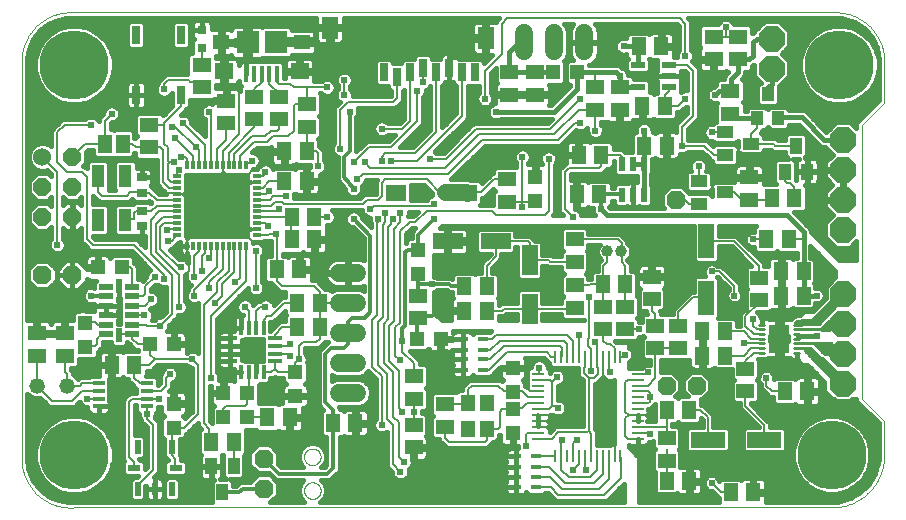
<source format=gtl>
G75*
%MOIN*%
%OFA0B0*%
%FSLAX25Y25*%
%IPPOS*%
%LPD*%
%AMOC8*
5,1,8,0,0,1.08239X$1,22.5*
%
%ADD10C,0.00000*%
%ADD11R,0.05118X0.04724*%
%ADD12R,0.04724X0.05118*%
%ADD13R,0.03543X0.02756*%
%ADD14R,0.05512X0.07480*%
%ADD15R,0.07087X0.05512*%
%ADD16R,0.02756X0.05906*%
%ADD17R,0.03150X0.03150*%
%ADD18R,0.01181X0.03150*%
%ADD19R,0.03150X0.01181*%
%ADD20R,0.04724X0.01969*%
%ADD21R,0.01969X0.04724*%
%ADD22R,0.04331X0.02362*%
%ADD23R,0.02362X0.04331*%
%ADD24R,0.01122X0.04331*%
%ADD25R,0.04331X0.01122*%
%ADD26R,0.04331X0.01102*%
%ADD27R,0.02165X0.04724*%
%ADD28R,0.04724X0.01181*%
%ADD29R,0.01181X0.04724*%
%ADD30R,0.04331X0.07480*%
%ADD31R,0.04724X0.05512*%
%ADD32C,0.00984*%
%ADD33R,0.07008X0.09252*%
%ADD34R,0.06299X0.05512*%
%ADD35R,0.05709X0.05118*%
%ADD36R,0.07480X0.07480*%
%ADD37R,0.01575X0.05315*%
%ADD38R,0.04724X0.02165*%
%ADD39R,0.05118X0.05906*%
%ADD40R,0.05906X0.05118*%
%ADD41R,0.06299X0.05118*%
%ADD42R,0.05118X0.06299*%
%ADD43R,0.04000X0.04500*%
%ADD44R,0.03937X0.05512*%
%ADD45OC8,0.06300*%
%ADD46C,0.06000*%
%ADD47R,0.03000X0.06000*%
%ADD48C,0.23000*%
%ADD49R,0.03543X0.01772*%
%ADD50OC8,0.08500*%
%ADD51C,0.03969*%
%ADD52C,0.06000*%
%ADD53OC8,0.06000*%
%ADD54R,0.05512X0.03937*%
%ADD55R,0.04600X0.06300*%
%ADD56R,0.03937X0.01772*%
%ADD57C,0.05200*%
%ADD58R,0.05512X0.11811*%
%ADD59R,0.11811X0.05512*%
%ADD60R,0.05512X0.10236*%
%ADD61R,0.10236X0.05512*%
%ADD62C,0.01600*%
%ADD63C,0.00800*%
%ADD64C,0.01200*%
%ADD65C,0.02400*%
%ADD66C,0.03200*%
%ADD67C,0.01000*%
%ADD68C,0.00200*%
%ADD69C,0.02200*%
%ADD70C,0.04000*%
%ADD71C,0.05600*%
D10*
X0032510Y0001517D02*
X0285010Y0001517D01*
X0285433Y0001522D01*
X0285855Y0001537D01*
X0286278Y0001563D01*
X0286699Y0001599D01*
X0287119Y0001645D01*
X0287539Y0001701D01*
X0287956Y0001767D01*
X0288372Y0001843D01*
X0288786Y0001929D01*
X0289198Y0002026D01*
X0289607Y0002132D01*
X0290014Y0002248D01*
X0290418Y0002374D01*
X0290818Y0002509D01*
X0291216Y0002654D01*
X0291609Y0002809D01*
X0291999Y0002973D01*
X0292385Y0003147D01*
X0292766Y0003330D01*
X0293143Y0003522D01*
X0293515Y0003723D01*
X0293882Y0003933D01*
X0294244Y0004151D01*
X0294600Y0004379D01*
X0294951Y0004615D01*
X0295296Y0004859D01*
X0295635Y0005112D01*
X0295968Y0005373D01*
X0296295Y0005641D01*
X0296615Y0005918D01*
X0296928Y0006202D01*
X0297234Y0006494D01*
X0297533Y0006793D01*
X0297825Y0007099D01*
X0298109Y0007412D01*
X0298386Y0007732D01*
X0298654Y0008059D01*
X0298915Y0008392D01*
X0299168Y0008731D01*
X0299412Y0009076D01*
X0299648Y0009427D01*
X0299876Y0009783D01*
X0300094Y0010145D01*
X0300304Y0010512D01*
X0300505Y0010884D01*
X0300697Y0011261D01*
X0300880Y0011642D01*
X0301054Y0012028D01*
X0301218Y0012418D01*
X0301373Y0012811D01*
X0301518Y0013209D01*
X0301653Y0013609D01*
X0301779Y0014013D01*
X0301895Y0014420D01*
X0302001Y0014829D01*
X0302098Y0015241D01*
X0302184Y0015655D01*
X0302260Y0016071D01*
X0302326Y0016488D01*
X0302382Y0016908D01*
X0302428Y0017328D01*
X0302464Y0017749D01*
X0302490Y0018172D01*
X0302505Y0018594D01*
X0302510Y0019017D01*
X0302461Y0019017D02*
X0302510Y0030267D01*
X0295010Y0037767D01*
X0295010Y0129017D01*
X0302461Y0136467D01*
X0302461Y0149066D01*
X0302510Y0149017D02*
X0302535Y0149410D01*
X0302551Y0149804D01*
X0302558Y0150197D01*
X0302555Y0150591D01*
X0302542Y0150985D01*
X0302520Y0151378D01*
X0302488Y0151771D01*
X0302447Y0152162D01*
X0302397Y0152553D01*
X0302337Y0152942D01*
X0302268Y0153330D01*
X0302189Y0153716D01*
X0302101Y0154100D01*
X0302004Y0154481D01*
X0301897Y0154861D01*
X0301782Y0155237D01*
X0301657Y0155611D01*
X0301523Y0155981D01*
X0301381Y0156348D01*
X0301230Y0156712D01*
X0301069Y0157072D01*
X0300901Y0157428D01*
X0300723Y0157779D01*
X0300538Y0158127D01*
X0300344Y0158469D01*
X0300141Y0158807D01*
X0299931Y0159140D01*
X0299712Y0159468D01*
X0299486Y0159790D01*
X0299252Y0160107D01*
X0299011Y0160418D01*
X0298762Y0160723D01*
X0298505Y0161022D01*
X0298242Y0161315D01*
X0297971Y0161601D01*
X0297694Y0161881D01*
X0297410Y0162154D01*
X0297120Y0162420D01*
X0296823Y0162679D01*
X0296520Y0162930D01*
X0296211Y0163175D01*
X0295896Y0163411D01*
X0295576Y0163640D01*
X0295250Y0163861D01*
X0294919Y0164075D01*
X0294582Y0164280D01*
X0294241Y0164477D01*
X0293896Y0164666D01*
X0293546Y0164846D01*
X0293191Y0165018D01*
X0292833Y0165181D01*
X0292470Y0165335D01*
X0292104Y0165481D01*
X0291735Y0165618D01*
X0291363Y0165746D01*
X0290987Y0165864D01*
X0290609Y0165974D01*
X0290228Y0166075D01*
X0289845Y0166166D01*
X0289460Y0166248D01*
X0289073Y0166320D01*
X0288684Y0166384D01*
X0288294Y0166438D01*
X0287902Y0166482D01*
X0287510Y0166517D01*
X0032510Y0166517D01*
X0032115Y0166543D01*
X0031720Y0166559D01*
X0031324Y0166565D01*
X0030928Y0166562D01*
X0030532Y0166549D01*
X0030137Y0166526D01*
X0029743Y0166494D01*
X0029349Y0166453D01*
X0028957Y0166401D01*
X0028565Y0166341D01*
X0028176Y0166271D01*
X0027788Y0166191D01*
X0027403Y0166102D01*
X0027019Y0166004D01*
X0026638Y0165896D01*
X0026260Y0165779D01*
X0025885Y0165653D01*
X0025513Y0165518D01*
X0025144Y0165374D01*
X0024779Y0165221D01*
X0024418Y0165059D01*
X0024061Y0164889D01*
X0023708Y0164710D01*
X0023359Y0164522D01*
X0023015Y0164326D01*
X0022676Y0164121D01*
X0022342Y0163909D01*
X0022014Y0163688D01*
X0021691Y0163460D01*
X0021373Y0163224D01*
X0021061Y0162980D01*
X0020756Y0162728D01*
X0020456Y0162469D01*
X0020163Y0162204D01*
X0019876Y0161931D01*
X0019596Y0161651D01*
X0019323Y0161364D01*
X0019058Y0161071D01*
X0018799Y0160771D01*
X0018547Y0160466D01*
X0018303Y0160154D01*
X0018067Y0159836D01*
X0017839Y0159513D01*
X0017618Y0159185D01*
X0017406Y0158851D01*
X0017201Y0158512D01*
X0017005Y0158168D01*
X0016817Y0157819D01*
X0016638Y0157466D01*
X0016468Y0157109D01*
X0016306Y0156748D01*
X0016153Y0156383D01*
X0016009Y0156014D01*
X0015874Y0155642D01*
X0015748Y0155267D01*
X0015631Y0154889D01*
X0015523Y0154508D01*
X0015425Y0154124D01*
X0015336Y0153739D01*
X0015256Y0153351D01*
X0015186Y0152962D01*
X0015126Y0152570D01*
X0015074Y0152178D01*
X0015033Y0151784D01*
X0015001Y0151390D01*
X0014978Y0150995D01*
X0014965Y0150599D01*
X0014962Y0150203D01*
X0014968Y0149807D01*
X0014984Y0149412D01*
X0015010Y0149017D01*
X0015010Y0019017D01*
X0014984Y0018622D01*
X0014968Y0018227D01*
X0014962Y0017831D01*
X0014965Y0017435D01*
X0014978Y0017039D01*
X0015001Y0016644D01*
X0015033Y0016250D01*
X0015074Y0015856D01*
X0015126Y0015464D01*
X0015186Y0015072D01*
X0015256Y0014683D01*
X0015336Y0014295D01*
X0015425Y0013910D01*
X0015523Y0013526D01*
X0015631Y0013145D01*
X0015748Y0012767D01*
X0015874Y0012392D01*
X0016009Y0012020D01*
X0016153Y0011651D01*
X0016306Y0011286D01*
X0016468Y0010925D01*
X0016638Y0010568D01*
X0016817Y0010215D01*
X0017005Y0009866D01*
X0017201Y0009522D01*
X0017406Y0009183D01*
X0017618Y0008849D01*
X0017839Y0008521D01*
X0018067Y0008198D01*
X0018303Y0007880D01*
X0018547Y0007568D01*
X0018799Y0007263D01*
X0019058Y0006963D01*
X0019323Y0006670D01*
X0019596Y0006383D01*
X0019876Y0006103D01*
X0020163Y0005830D01*
X0020456Y0005565D01*
X0020756Y0005306D01*
X0021061Y0005054D01*
X0021373Y0004810D01*
X0021691Y0004574D01*
X0022014Y0004346D01*
X0022342Y0004125D01*
X0022676Y0003913D01*
X0023015Y0003708D01*
X0023359Y0003512D01*
X0023708Y0003324D01*
X0024061Y0003145D01*
X0024418Y0002975D01*
X0024779Y0002813D01*
X0025144Y0002660D01*
X0025513Y0002516D01*
X0025885Y0002381D01*
X0026260Y0002255D01*
X0026638Y0002138D01*
X0027019Y0002030D01*
X0027403Y0001932D01*
X0027788Y0001843D01*
X0028176Y0001763D01*
X0028565Y0001693D01*
X0028957Y0001633D01*
X0029349Y0001581D01*
X0029743Y0001540D01*
X0030137Y0001508D01*
X0030532Y0001485D01*
X0030928Y0001472D01*
X0031324Y0001469D01*
X0031720Y0001475D01*
X0032115Y0001491D01*
X0032510Y0001517D01*
X0109129Y0007142D02*
X0109131Y0007247D01*
X0109137Y0007352D01*
X0109147Y0007456D01*
X0109161Y0007560D01*
X0109179Y0007664D01*
X0109201Y0007766D01*
X0109226Y0007868D01*
X0109256Y0007969D01*
X0109289Y0008068D01*
X0109326Y0008166D01*
X0109367Y0008263D01*
X0109412Y0008358D01*
X0109460Y0008451D01*
X0109511Y0008543D01*
X0109567Y0008632D01*
X0109625Y0008719D01*
X0109687Y0008804D01*
X0109751Y0008887D01*
X0109819Y0008967D01*
X0109890Y0009044D01*
X0109964Y0009118D01*
X0110041Y0009190D01*
X0110120Y0009259D01*
X0110202Y0009324D01*
X0110286Y0009387D01*
X0110373Y0009446D01*
X0110462Y0009502D01*
X0110553Y0009555D01*
X0110646Y0009604D01*
X0110740Y0009649D01*
X0110836Y0009691D01*
X0110934Y0009729D01*
X0111033Y0009763D01*
X0111134Y0009794D01*
X0111235Y0009820D01*
X0111338Y0009843D01*
X0111441Y0009862D01*
X0111545Y0009877D01*
X0111649Y0009888D01*
X0111754Y0009895D01*
X0111859Y0009898D01*
X0111964Y0009897D01*
X0112069Y0009892D01*
X0112173Y0009883D01*
X0112277Y0009870D01*
X0112381Y0009853D01*
X0112484Y0009832D01*
X0112586Y0009807D01*
X0112687Y0009779D01*
X0112786Y0009746D01*
X0112885Y0009710D01*
X0112982Y0009670D01*
X0113077Y0009627D01*
X0113171Y0009579D01*
X0113263Y0009529D01*
X0113353Y0009475D01*
X0113441Y0009417D01*
X0113526Y0009356D01*
X0113609Y0009292D01*
X0113690Y0009225D01*
X0113768Y0009155D01*
X0113843Y0009081D01*
X0113915Y0009006D01*
X0113985Y0008927D01*
X0114051Y0008846D01*
X0114115Y0008762D01*
X0114175Y0008676D01*
X0114231Y0008588D01*
X0114285Y0008497D01*
X0114335Y0008405D01*
X0114381Y0008311D01*
X0114424Y0008215D01*
X0114463Y0008117D01*
X0114498Y0008019D01*
X0114529Y0007918D01*
X0114557Y0007817D01*
X0114581Y0007715D01*
X0114601Y0007612D01*
X0114617Y0007508D01*
X0114629Y0007404D01*
X0114637Y0007299D01*
X0114641Y0007194D01*
X0114641Y0007090D01*
X0114637Y0006985D01*
X0114629Y0006880D01*
X0114617Y0006776D01*
X0114601Y0006672D01*
X0114581Y0006569D01*
X0114557Y0006467D01*
X0114529Y0006366D01*
X0114498Y0006265D01*
X0114463Y0006167D01*
X0114424Y0006069D01*
X0114381Y0005973D01*
X0114335Y0005879D01*
X0114285Y0005787D01*
X0114231Y0005696D01*
X0114175Y0005608D01*
X0114115Y0005522D01*
X0114051Y0005438D01*
X0113985Y0005357D01*
X0113915Y0005278D01*
X0113843Y0005203D01*
X0113768Y0005129D01*
X0113690Y0005059D01*
X0113609Y0004992D01*
X0113526Y0004928D01*
X0113441Y0004867D01*
X0113353Y0004809D01*
X0113263Y0004755D01*
X0113171Y0004705D01*
X0113077Y0004657D01*
X0112982Y0004614D01*
X0112885Y0004574D01*
X0112786Y0004538D01*
X0112687Y0004505D01*
X0112586Y0004477D01*
X0112484Y0004452D01*
X0112381Y0004431D01*
X0112277Y0004414D01*
X0112173Y0004401D01*
X0112069Y0004392D01*
X0111964Y0004387D01*
X0111859Y0004386D01*
X0111754Y0004389D01*
X0111649Y0004396D01*
X0111545Y0004407D01*
X0111441Y0004422D01*
X0111338Y0004441D01*
X0111235Y0004464D01*
X0111134Y0004490D01*
X0111033Y0004521D01*
X0110934Y0004555D01*
X0110836Y0004593D01*
X0110740Y0004635D01*
X0110646Y0004680D01*
X0110553Y0004729D01*
X0110462Y0004782D01*
X0110373Y0004838D01*
X0110286Y0004897D01*
X0110202Y0004960D01*
X0110120Y0005025D01*
X0110041Y0005094D01*
X0109964Y0005166D01*
X0109890Y0005240D01*
X0109819Y0005317D01*
X0109751Y0005397D01*
X0109687Y0005480D01*
X0109625Y0005565D01*
X0109567Y0005652D01*
X0109511Y0005741D01*
X0109460Y0005833D01*
X0109412Y0005926D01*
X0109367Y0006021D01*
X0109326Y0006118D01*
X0109289Y0006216D01*
X0109256Y0006315D01*
X0109226Y0006416D01*
X0109201Y0006518D01*
X0109179Y0006620D01*
X0109161Y0006724D01*
X0109147Y0006828D01*
X0109137Y0006932D01*
X0109131Y0007037D01*
X0109129Y0007142D01*
X0109129Y0018392D02*
X0109131Y0018497D01*
X0109137Y0018602D01*
X0109147Y0018706D01*
X0109161Y0018810D01*
X0109179Y0018914D01*
X0109201Y0019016D01*
X0109226Y0019118D01*
X0109256Y0019219D01*
X0109289Y0019318D01*
X0109326Y0019416D01*
X0109367Y0019513D01*
X0109412Y0019608D01*
X0109460Y0019701D01*
X0109511Y0019793D01*
X0109567Y0019882D01*
X0109625Y0019969D01*
X0109687Y0020054D01*
X0109751Y0020137D01*
X0109819Y0020217D01*
X0109890Y0020294D01*
X0109964Y0020368D01*
X0110041Y0020440D01*
X0110120Y0020509D01*
X0110202Y0020574D01*
X0110286Y0020637D01*
X0110373Y0020696D01*
X0110462Y0020752D01*
X0110553Y0020805D01*
X0110646Y0020854D01*
X0110740Y0020899D01*
X0110836Y0020941D01*
X0110934Y0020979D01*
X0111033Y0021013D01*
X0111134Y0021044D01*
X0111235Y0021070D01*
X0111338Y0021093D01*
X0111441Y0021112D01*
X0111545Y0021127D01*
X0111649Y0021138D01*
X0111754Y0021145D01*
X0111859Y0021148D01*
X0111964Y0021147D01*
X0112069Y0021142D01*
X0112173Y0021133D01*
X0112277Y0021120D01*
X0112381Y0021103D01*
X0112484Y0021082D01*
X0112586Y0021057D01*
X0112687Y0021029D01*
X0112786Y0020996D01*
X0112885Y0020960D01*
X0112982Y0020920D01*
X0113077Y0020877D01*
X0113171Y0020829D01*
X0113263Y0020779D01*
X0113353Y0020725D01*
X0113441Y0020667D01*
X0113526Y0020606D01*
X0113609Y0020542D01*
X0113690Y0020475D01*
X0113768Y0020405D01*
X0113843Y0020331D01*
X0113915Y0020256D01*
X0113985Y0020177D01*
X0114051Y0020096D01*
X0114115Y0020012D01*
X0114175Y0019926D01*
X0114231Y0019838D01*
X0114285Y0019747D01*
X0114335Y0019655D01*
X0114381Y0019561D01*
X0114424Y0019465D01*
X0114463Y0019367D01*
X0114498Y0019269D01*
X0114529Y0019168D01*
X0114557Y0019067D01*
X0114581Y0018965D01*
X0114601Y0018862D01*
X0114617Y0018758D01*
X0114629Y0018654D01*
X0114637Y0018549D01*
X0114641Y0018444D01*
X0114641Y0018340D01*
X0114637Y0018235D01*
X0114629Y0018130D01*
X0114617Y0018026D01*
X0114601Y0017922D01*
X0114581Y0017819D01*
X0114557Y0017717D01*
X0114529Y0017616D01*
X0114498Y0017515D01*
X0114463Y0017417D01*
X0114424Y0017319D01*
X0114381Y0017223D01*
X0114335Y0017129D01*
X0114285Y0017037D01*
X0114231Y0016946D01*
X0114175Y0016858D01*
X0114115Y0016772D01*
X0114051Y0016688D01*
X0113985Y0016607D01*
X0113915Y0016528D01*
X0113843Y0016453D01*
X0113768Y0016379D01*
X0113690Y0016309D01*
X0113609Y0016242D01*
X0113526Y0016178D01*
X0113441Y0016117D01*
X0113353Y0016059D01*
X0113263Y0016005D01*
X0113171Y0015955D01*
X0113077Y0015907D01*
X0112982Y0015864D01*
X0112885Y0015824D01*
X0112786Y0015788D01*
X0112687Y0015755D01*
X0112586Y0015727D01*
X0112484Y0015702D01*
X0112381Y0015681D01*
X0112277Y0015664D01*
X0112173Y0015651D01*
X0112069Y0015642D01*
X0111964Y0015637D01*
X0111859Y0015636D01*
X0111754Y0015639D01*
X0111649Y0015646D01*
X0111545Y0015657D01*
X0111441Y0015672D01*
X0111338Y0015691D01*
X0111235Y0015714D01*
X0111134Y0015740D01*
X0111033Y0015771D01*
X0110934Y0015805D01*
X0110836Y0015843D01*
X0110740Y0015885D01*
X0110646Y0015930D01*
X0110553Y0015979D01*
X0110462Y0016032D01*
X0110373Y0016088D01*
X0110286Y0016147D01*
X0110202Y0016210D01*
X0110120Y0016275D01*
X0110041Y0016344D01*
X0109964Y0016416D01*
X0109890Y0016490D01*
X0109819Y0016567D01*
X0109751Y0016647D01*
X0109687Y0016730D01*
X0109625Y0016815D01*
X0109567Y0016902D01*
X0109511Y0016991D01*
X0109460Y0017083D01*
X0109412Y0017176D01*
X0109367Y0017271D01*
X0109326Y0017368D01*
X0109289Y0017466D01*
X0109256Y0017565D01*
X0109226Y0017666D01*
X0109201Y0017768D01*
X0109179Y0017870D01*
X0109161Y0017974D01*
X0109147Y0018078D01*
X0109137Y0018182D01*
X0109131Y0018287D01*
X0109129Y0018392D01*
D11*
X0106260Y0038767D03*
X0106260Y0046767D03*
X0065635Y0036142D03*
X0065635Y0028142D03*
X0036260Y0055017D03*
X0036260Y0063017D03*
X0147198Y0079392D03*
X0147198Y0087392D03*
X0186260Y0103767D03*
X0186260Y0111767D03*
X0178760Y0048017D03*
X0178760Y0040017D03*
X0178760Y0034267D03*
X0178760Y0026267D03*
D12*
X0154610Y0057712D03*
X0146610Y0057712D03*
X0090260Y0039642D03*
X0082260Y0039642D03*
X0082260Y0031517D03*
X0090260Y0031517D03*
X0065885Y0055892D03*
X0057885Y0055892D03*
X0048385Y0081517D03*
X0040385Y0081517D03*
X0192260Y0146517D03*
X0200260Y0146517D03*
D13*
X0055010Y0111576D03*
X0055010Y0106458D03*
X0055010Y0100326D03*
X0055010Y0095208D03*
D14*
X0169686Y0157949D03*
X0117717Y0161492D03*
D15*
X0139764Y0106374D03*
X0163386Y0106374D03*
D16*
X0140158Y0144957D03*
X0135827Y0146531D03*
X0144489Y0146531D03*
X0148820Y0148106D03*
X0153150Y0146531D03*
X0157481Y0148106D03*
X0161812Y0146531D03*
X0166142Y0146531D03*
D17*
X0075010Y0154814D03*
X0075010Y0160719D03*
D18*
X0074105Y0115527D03*
X0076073Y0115527D03*
X0078042Y0115527D03*
X0080010Y0115527D03*
X0081979Y0115527D03*
X0083947Y0115527D03*
X0085916Y0115527D03*
X0087884Y0115527D03*
X0089853Y0115527D03*
X0072136Y0115527D03*
X0070168Y0115527D03*
X0070168Y0088756D03*
X0072136Y0088756D03*
X0074105Y0088756D03*
X0076073Y0088756D03*
X0078042Y0088756D03*
X0080010Y0088756D03*
X0081979Y0088756D03*
X0083947Y0088756D03*
X0085916Y0088756D03*
X0087884Y0088756D03*
X0089853Y0088756D03*
D19*
X0093396Y0092299D03*
X0093396Y0094268D03*
X0093396Y0096236D03*
X0093396Y0098205D03*
X0093396Y0100173D03*
X0093396Y0102142D03*
X0093396Y0104110D03*
X0093396Y0106079D03*
X0093396Y0108047D03*
X0093396Y0110016D03*
X0093396Y0111984D03*
X0066625Y0111984D03*
X0066625Y0110016D03*
X0066625Y0108047D03*
X0066625Y0106079D03*
X0066625Y0104110D03*
X0066625Y0102142D03*
X0066625Y0100173D03*
X0066625Y0098205D03*
X0066625Y0096236D03*
X0066625Y0094268D03*
X0066625Y0092299D03*
D20*
X0051841Y0075016D03*
X0051841Y0071866D03*
X0051841Y0068716D03*
X0051841Y0065567D03*
X0051841Y0062417D03*
X0051841Y0059268D03*
X0043180Y0059268D03*
X0043180Y0062417D03*
X0043180Y0065567D03*
X0043180Y0068716D03*
X0043180Y0071866D03*
X0043180Y0075016D03*
D21*
X0047510Y0075409D03*
X0047510Y0058874D03*
X0053677Y0021728D03*
X0065094Y0021728D03*
X0065094Y0007555D03*
X0053677Y0007555D03*
D22*
X0052496Y0014642D03*
X0066275Y0014642D03*
D23*
X0059385Y0007555D03*
D24*
X0192934Y0018731D03*
X0194902Y0018731D03*
X0196871Y0018731D03*
X0198839Y0018731D03*
X0200808Y0018731D03*
X0202776Y0018731D03*
X0204745Y0018731D03*
X0206713Y0018731D03*
X0208682Y0018731D03*
X0210650Y0018731D03*
X0212619Y0018731D03*
X0214587Y0018731D03*
X0214587Y0051802D03*
X0212619Y0051802D03*
X0210650Y0051802D03*
X0208682Y0051802D03*
X0206713Y0051802D03*
X0204745Y0051802D03*
X0202776Y0051802D03*
X0200808Y0051802D03*
X0198839Y0051802D03*
X0196871Y0051802D03*
X0194902Y0051802D03*
X0192934Y0051802D03*
D25*
X0187225Y0046093D03*
X0187225Y0044125D03*
X0187225Y0042156D03*
X0187225Y0040188D03*
X0187225Y0038219D03*
X0187225Y0036251D03*
X0187225Y0034282D03*
X0187225Y0032314D03*
X0187225Y0030345D03*
X0187225Y0028377D03*
X0187225Y0026408D03*
X0187225Y0024440D03*
X0220296Y0024440D03*
X0220296Y0026408D03*
X0220296Y0028377D03*
X0220296Y0030345D03*
X0220296Y0032314D03*
X0220296Y0034282D03*
X0220296Y0036251D03*
X0220296Y0038219D03*
X0220296Y0040188D03*
X0220296Y0042156D03*
X0220296Y0044125D03*
D26*
X0220296Y0046093D03*
D27*
X0218760Y0105774D03*
X0215020Y0105774D03*
X0222501Y0105774D03*
X0222501Y0116010D03*
X0218760Y0116010D03*
X0215020Y0116010D03*
D28*
X0099366Y0057855D03*
X0099366Y0055296D03*
X0099366Y0052737D03*
X0099366Y0050178D03*
X0084405Y0050178D03*
X0084405Y0052737D03*
X0084405Y0055296D03*
X0084405Y0057855D03*
D29*
X0088047Y0061497D03*
X0090606Y0061497D03*
X0093165Y0061497D03*
X0095724Y0061497D03*
X0095724Y0046536D03*
X0093165Y0046536D03*
X0090606Y0046536D03*
X0088047Y0046536D03*
D30*
X0049538Y0097358D03*
X0040483Y0097358D03*
X0040483Y0111925D03*
X0049538Y0111925D03*
D31*
X0163736Y0036472D03*
X0170035Y0036472D03*
X0170035Y0027811D03*
X0163736Y0027811D03*
D32*
X0260817Y0053042D02*
X0262589Y0053042D01*
X0262589Y0054617D02*
X0260817Y0054617D01*
X0260817Y0056192D02*
X0262589Y0056192D01*
X0262589Y0057767D02*
X0260817Y0057767D01*
X0260817Y0059341D02*
X0262589Y0059341D01*
X0262589Y0060916D02*
X0260817Y0060916D01*
X0260817Y0062491D02*
X0262589Y0062491D01*
X0272432Y0062491D02*
X0274204Y0062491D01*
X0274204Y0060916D02*
X0272432Y0060916D01*
X0272432Y0059341D02*
X0274204Y0059341D01*
X0274204Y0057767D02*
X0272432Y0057767D01*
X0272432Y0056192D02*
X0274204Y0056192D01*
X0274204Y0054617D02*
X0272432Y0054617D01*
X0272432Y0053042D02*
X0274204Y0053042D01*
D33*
X0267510Y0057767D03*
D34*
X0107609Y0146871D03*
X0082412Y0146871D03*
D35*
X0081526Y0156517D03*
X0108495Y0156517D03*
D36*
X0099735Y0156517D03*
X0090286Y0156517D03*
D37*
X0089892Y0145985D03*
X0092451Y0145985D03*
X0095010Y0145985D03*
X0097570Y0145985D03*
X0100129Y0145985D03*
D38*
X0220517Y0149007D03*
X0230754Y0149007D03*
X0230754Y0145267D03*
X0230754Y0141527D03*
X0220517Y0141527D03*
D39*
X0221895Y0135267D03*
X0229376Y0135267D03*
X0230001Y0122142D03*
X0222520Y0122142D03*
X0208126Y0119017D03*
X0200645Y0119017D03*
X0200020Y0105892D03*
X0207501Y0105892D03*
X0208770Y0075892D03*
X0216251Y0075892D03*
X0241895Y0060267D03*
X0249376Y0060267D03*
X0249376Y0052142D03*
X0241895Y0052142D03*
X0268145Y0072142D03*
X0275626Y0072142D03*
X0275626Y0080267D03*
X0268145Y0080267D03*
X0237501Y0010267D03*
X0230020Y0010267D03*
X0126251Y0029642D03*
X0118770Y0029642D03*
X0052501Y0049017D03*
X0045020Y0049017D03*
X0100020Y0080892D03*
X0107501Y0080892D03*
X0110001Y0110267D03*
X0102520Y0110267D03*
X0220645Y0155267D03*
X0228126Y0155267D03*
D40*
X0214385Y0141507D03*
X0214385Y0134027D03*
X0186260Y0139027D03*
X0177510Y0139027D03*
X0177510Y0146507D03*
X0186260Y0146507D03*
X0083135Y0137132D03*
X0083135Y0129652D03*
X0147198Y0072132D03*
X0147198Y0064652D03*
X0208760Y0068382D03*
X0216260Y0068382D03*
X0225010Y0070902D03*
X0225010Y0078382D03*
X0216260Y0060902D03*
X0208760Y0060902D03*
X0256260Y0047757D03*
X0256260Y0040277D03*
X0260635Y0070589D03*
X0260635Y0078069D03*
X0145635Y0029007D03*
X0145635Y0021527D03*
X0029385Y0052152D03*
X0020010Y0052152D03*
X0020010Y0059632D03*
X0029385Y0059632D03*
D41*
X0057510Y0121527D03*
X0057510Y0129007D03*
X0075010Y0141527D03*
X0075010Y0149007D03*
X0092510Y0138382D03*
X0100635Y0138382D03*
X0110010Y0135882D03*
X0100635Y0130902D03*
X0092510Y0130902D03*
X0110010Y0128402D03*
X0176885Y0110882D03*
X0176885Y0103402D03*
X0199385Y0090882D03*
X0199385Y0083402D03*
X0199385Y0075569D03*
X0199385Y0068089D03*
X0226260Y0062132D03*
X0233760Y0062132D03*
X0233760Y0054652D03*
X0226260Y0054652D03*
X0230010Y0024632D03*
X0230010Y0017152D03*
X0156260Y0028402D03*
X0156260Y0035882D03*
X0145635Y0037762D03*
X0145635Y0045242D03*
X0257510Y0104027D03*
X0257510Y0111507D03*
X0251260Y0132777D03*
X0251260Y0140257D03*
X0253760Y0150902D03*
X0245635Y0150902D03*
X0245635Y0158382D03*
X0253760Y0158382D03*
X0206260Y0141507D03*
X0206260Y0134027D03*
D42*
X0265020Y0104642D03*
X0272501Y0104642D03*
X0270626Y0090892D03*
X0263145Y0090892D03*
X0269395Y0040267D03*
X0276876Y0040267D03*
X0237501Y0034017D03*
X0230020Y0034017D03*
X0251270Y0006517D03*
X0258751Y0006517D03*
X0170001Y0067142D03*
X0162520Y0067142D03*
X0162520Y0075267D03*
X0170001Y0075267D03*
X0114376Y0069642D03*
X0106895Y0069642D03*
X0106895Y0061517D03*
X0114376Y0061517D03*
X0112501Y0090892D03*
X0105020Y0090892D03*
X0105020Y0098392D03*
X0112501Y0098392D03*
X0110001Y0120267D03*
X0102520Y0120267D03*
X0104376Y0031517D03*
X0096895Y0031517D03*
X0085626Y0023392D03*
X0078145Y0023392D03*
D43*
X0260260Y0131267D03*
X0267260Y0131267D03*
X0263760Y0139267D03*
D44*
X0273135Y0122097D03*
X0269395Y0113436D03*
X0276876Y0113436D03*
X0085626Y0015222D03*
X0078145Y0015222D03*
X0081885Y0006561D03*
D45*
X0095635Y0007767D03*
X0095635Y0017767D03*
X0031885Y0079017D03*
X0021885Y0079017D03*
X0230010Y0042142D03*
X0240010Y0042142D03*
X0233135Y0104017D03*
D46*
X0202510Y0153517D02*
X0202510Y0159517D01*
X0192510Y0159517D02*
X0192510Y0153517D01*
X0182510Y0153517D02*
X0182510Y0159517D01*
X0126760Y0079642D02*
X0120760Y0079642D01*
X0120760Y0069642D02*
X0126760Y0069642D01*
X0126760Y0059642D02*
X0120760Y0059642D01*
X0120760Y0049642D02*
X0126760Y0049642D01*
X0126760Y0039642D02*
X0120760Y0039642D01*
D47*
X0068135Y0139017D03*
X0053135Y0139017D03*
X0053135Y0159017D03*
X0068135Y0159017D03*
D48*
X0032510Y0149017D03*
X0032510Y0019017D03*
X0285010Y0019017D03*
X0287510Y0149017D03*
D49*
X0168669Y0057572D03*
X0168669Y0054029D03*
X0168669Y0050879D03*
X0168669Y0047336D03*
X0161976Y0047336D03*
X0161976Y0050879D03*
X0161976Y0054029D03*
X0161976Y0057572D03*
X0179789Y0018510D03*
X0179789Y0014966D03*
X0179789Y0011817D03*
X0179789Y0008274D03*
X0186482Y0008274D03*
X0186482Y0011817D03*
X0186482Y0014966D03*
X0186482Y0018510D03*
D50*
X0288760Y0042767D03*
X0288760Y0052767D03*
X0288760Y0062767D03*
X0288760Y0072767D03*
X0288760Y0094017D03*
X0288760Y0104017D03*
X0288760Y0114017D03*
X0288760Y0124017D03*
X0265010Y0147767D03*
X0265010Y0157767D03*
D51*
X0214873Y0086841D03*
X0210148Y0086841D03*
D52*
X0021885Y0118392D03*
D53*
X0031885Y0118392D03*
X0031885Y0108392D03*
X0021885Y0108392D03*
X0021885Y0098392D03*
X0031885Y0098392D03*
D54*
X0240680Y0102777D03*
X0249341Y0106517D03*
X0240680Y0110257D03*
X0249430Y0119027D03*
X0258091Y0122767D03*
X0249430Y0126507D03*
D55*
X0048635Y0122767D03*
X0042635Y0122767D03*
D56*
X0040690Y0042855D03*
X0040690Y0040296D03*
X0040690Y0037737D03*
X0040690Y0035178D03*
X0056831Y0035178D03*
X0056831Y0037737D03*
X0056831Y0040296D03*
X0056831Y0042855D03*
D57*
X0030010Y0042142D03*
X0020010Y0042142D03*
D58*
X0243135Y0071443D03*
X0243135Y0090340D03*
D59*
X0243687Y0024017D03*
X0262584Y0024017D03*
D60*
X0184385Y0067821D03*
X0184385Y0083963D03*
D61*
X0173081Y0090267D03*
X0156940Y0090267D03*
D62*
X0017379Y0013583D02*
X0018818Y0010324D01*
X0021009Y0007515D01*
X0023818Y0005325D01*
X0027077Y0003885D01*
X0030588Y0003284D01*
X0031750Y0003302D01*
X0031765Y0003317D01*
X0032441Y0003317D01*
X0033116Y0003369D01*
X0033176Y0003317D01*
X0078317Y0003317D01*
X0078317Y0009980D01*
X0079004Y0010666D01*
X0078330Y0010666D01*
X0078330Y0015038D01*
X0078330Y0015407D01*
X0081914Y0015407D01*
X0081914Y0018215D01*
X0081791Y0018673D01*
X0081647Y0018922D01*
X0081885Y0019160D01*
X0082231Y0018815D01*
X0082057Y0018641D01*
X0082057Y0011804D01*
X0082944Y0010917D01*
X0081030Y0010917D01*
X0081219Y0011026D01*
X0081554Y0011361D01*
X0081791Y0011772D01*
X0081914Y0012229D01*
X0081914Y0015038D01*
X0078330Y0015038D01*
X0077961Y0015038D01*
X0077961Y0010666D01*
X0075940Y0010666D01*
X0075482Y0010789D01*
X0075072Y0011026D01*
X0074736Y0011361D01*
X0074499Y0011772D01*
X0074377Y0012229D01*
X0074377Y0015038D01*
X0077961Y0015038D01*
X0077961Y0015407D01*
X0074377Y0015407D01*
X0074377Y0018215D01*
X0074499Y0018673D01*
X0074643Y0018922D01*
X0073986Y0019579D01*
X0073986Y0027204D01*
X0074615Y0027833D01*
X0073635Y0028813D01*
X0073635Y0029813D01*
X0069964Y0026142D01*
X0069794Y0026142D01*
X0069794Y0025117D01*
X0068857Y0024179D01*
X0067678Y0024179D01*
X0067678Y0019177D01*
X0068260Y0018595D01*
X0068260Y0017423D01*
X0069103Y0017423D01*
X0070041Y0016485D01*
X0070041Y0012798D01*
X0069103Y0011861D01*
X0063447Y0011861D01*
X0062510Y0012798D01*
X0062510Y0016485D01*
X0063447Y0017423D01*
X0063776Y0017423D01*
X0063094Y0018105D01*
X0063094Y0018119D01*
X0062510Y0018703D01*
X0062510Y0024179D01*
X0062414Y0024179D01*
X0061476Y0025117D01*
X0061476Y0031167D01*
X0062406Y0032096D01*
X0062382Y0032102D01*
X0061971Y0032339D01*
X0061636Y0032674D01*
X0061399Y0033085D01*
X0061276Y0033542D01*
X0061276Y0035001D01*
X0061192Y0034967D01*
X0060400Y0034967D01*
X0060400Y0033630D01*
X0059685Y0032915D01*
X0059685Y0032210D01*
X0059308Y0031298D01*
X0060760Y0029845D01*
X0060760Y0013188D01*
X0059589Y0012017D01*
X0059093Y0011520D01*
X0059385Y0011520D01*
X0059385Y0007555D01*
X0056404Y0007555D01*
X0056404Y0005153D01*
X0056527Y0004695D01*
X0056764Y0004284D01*
X0057099Y0003949D01*
X0057510Y0003712D01*
X0057967Y0003590D01*
X0059385Y0003590D01*
X0059385Y0007555D01*
X0059385Y0007555D01*
X0056404Y0007555D01*
X0056404Y0008832D01*
X0056261Y0008689D01*
X0056261Y0004530D01*
X0055324Y0003593D01*
X0052030Y0003593D01*
X0051093Y0004530D01*
X0051093Y0010580D01*
X0052030Y0011517D01*
X0053433Y0011517D01*
X0053776Y0011861D01*
X0049668Y0011861D01*
X0048730Y0012798D01*
X0048730Y0016485D01*
X0049222Y0016977D01*
X0048635Y0017563D01*
X0048635Y0037345D01*
X0049885Y0038595D01*
X0051057Y0039767D01*
X0053263Y0039767D01*
X0053263Y0041061D01*
X0051682Y0042642D01*
X0050510Y0043813D01*
X0050510Y0044464D01*
X0049279Y0044464D01*
X0048902Y0044841D01*
X0048685Y0044624D01*
X0048274Y0044387D01*
X0047816Y0044264D01*
X0045500Y0044264D01*
X0045500Y0048537D01*
X0044541Y0048537D01*
X0044541Y0044264D01*
X0044258Y0044264D01*
X0044258Y0036893D01*
X0044335Y0036759D01*
X0044458Y0036301D01*
X0044458Y0035178D01*
X0040690Y0035178D01*
X0040690Y0035178D01*
X0044458Y0035178D01*
X0044458Y0034055D01*
X0044335Y0033597D01*
X0044098Y0033187D01*
X0043763Y0032852D01*
X0043353Y0032615D01*
X0042895Y0032492D01*
X0040690Y0032492D01*
X0040690Y0035178D01*
X0040690Y0035178D01*
X0040690Y0032492D01*
X0038484Y0032492D01*
X0038026Y0032615D01*
X0037616Y0032852D01*
X0037281Y0033187D01*
X0037044Y0033597D01*
X0036921Y0034055D01*
X0036921Y0034967D01*
X0036328Y0034967D01*
X0035299Y0035393D01*
X0034512Y0036181D01*
X0034289Y0036717D01*
X0033885Y0036313D01*
X0032714Y0035142D01*
X0024182Y0035142D01*
X0021225Y0038099D01*
X0020846Y0037942D01*
X0019175Y0037942D01*
X0017631Y0038581D01*
X0016810Y0039402D01*
X0016810Y0019683D01*
X0016862Y0019622D01*
X0016810Y0018948D01*
X0016810Y0018271D01*
X0016796Y0018256D01*
X0016778Y0017094D01*
X0017379Y0013583D01*
X0017256Y0014305D02*
X0020211Y0014305D01*
X0020303Y0013960D02*
X0022028Y0010973D01*
X0024467Y0008534D01*
X0027454Y0006809D01*
X0030786Y0005917D01*
X0034235Y0005917D01*
X0037567Y0006809D01*
X0040554Y0008534D01*
X0042993Y0010973D01*
X0044718Y0013960D01*
X0045610Y0017292D01*
X0045610Y0020741D01*
X0044718Y0024073D01*
X0042993Y0027060D01*
X0040554Y0029499D01*
X0037567Y0031224D01*
X0034235Y0032117D01*
X0030786Y0032117D01*
X0027454Y0031224D01*
X0024467Y0029499D01*
X0022028Y0027060D01*
X0020303Y0024073D01*
X0019410Y0020741D01*
X0019410Y0017292D01*
X0020303Y0013960D01*
X0021027Y0012706D02*
X0017766Y0012706D01*
X0018472Y0011108D02*
X0021950Y0011108D01*
X0023492Y0009509D02*
X0019454Y0009509D01*
X0020700Y0007911D02*
X0025547Y0007911D01*
X0022552Y0006312D02*
X0029310Y0006312D01*
X0025201Y0004714D02*
X0051093Y0004714D01*
X0051093Y0006312D02*
X0035711Y0006312D01*
X0039474Y0007911D02*
X0051093Y0007911D01*
X0051093Y0009509D02*
X0041529Y0009509D01*
X0043071Y0011108D02*
X0051620Y0011108D01*
X0048822Y0012706D02*
X0043994Y0012706D01*
X0044810Y0014305D02*
X0048730Y0014305D01*
X0048730Y0015903D02*
X0045238Y0015903D01*
X0045610Y0017502D02*
X0048697Y0017502D01*
X0048635Y0019100D02*
X0045610Y0019100D01*
X0045610Y0020699D02*
X0048635Y0020699D01*
X0048635Y0022297D02*
X0045194Y0022297D01*
X0044765Y0023896D02*
X0048635Y0023896D01*
X0048635Y0025494D02*
X0043897Y0025494D01*
X0042960Y0027093D02*
X0048635Y0027093D01*
X0048635Y0028691D02*
X0041362Y0028691D01*
X0039185Y0030290D02*
X0048635Y0030290D01*
X0048635Y0031888D02*
X0035087Y0031888D01*
X0037108Y0033487D02*
X0016810Y0033487D01*
X0016810Y0035085D02*
X0036042Y0035085D01*
X0034303Y0036684D02*
X0034256Y0036684D01*
X0029934Y0031888D02*
X0016810Y0031888D01*
X0016810Y0030290D02*
X0025836Y0030290D01*
X0023659Y0028691D02*
X0016810Y0028691D01*
X0016810Y0027093D02*
X0022060Y0027093D01*
X0021124Y0025494D02*
X0016810Y0025494D01*
X0016810Y0023896D02*
X0020256Y0023896D01*
X0019827Y0022297D02*
X0016810Y0022297D01*
X0016810Y0020699D02*
X0019410Y0020699D01*
X0019410Y0019100D02*
X0016822Y0019100D01*
X0016784Y0017502D02*
X0019410Y0017502D01*
X0019783Y0015903D02*
X0016982Y0015903D01*
X0040690Y0033487D02*
X0040690Y0033487D01*
X0040690Y0035085D02*
X0040690Y0035085D01*
X0044458Y0035085D02*
X0048635Y0035085D01*
X0048635Y0033487D02*
X0044272Y0033487D01*
X0044355Y0036684D02*
X0048635Y0036684D01*
X0049573Y0038282D02*
X0044258Y0038282D01*
X0044258Y0039881D02*
X0053263Y0039881D01*
X0052844Y0041479D02*
X0044258Y0041479D01*
X0044258Y0043078D02*
X0051246Y0043078D01*
X0049066Y0044676D02*
X0048737Y0044676D01*
X0045500Y0044676D02*
X0044541Y0044676D01*
X0044541Y0046275D02*
X0045500Y0046275D01*
X0045500Y0047873D02*
X0044541Y0047873D01*
X0044541Y0048537D02*
X0040661Y0048537D01*
X0040661Y0045827D01*
X0040784Y0045369D01*
X0040800Y0045341D01*
X0038058Y0045341D01*
X0037573Y0044855D01*
X0034271Y0044855D01*
X0033678Y0044263D01*
X0033571Y0044521D01*
X0032390Y0045702D01*
X0032010Y0045859D01*
X0032010Y0046720D01*
X0031385Y0047345D01*
X0031385Y0047992D01*
X0033001Y0047992D01*
X0033938Y0048930D01*
X0033938Y0051054D01*
X0039482Y0051054D01*
X0040419Y0051992D01*
X0040419Y0053472D01*
X0041385Y0054438D01*
X0042010Y0055063D01*
X0042010Y0056683D01*
X0044926Y0056683D01*
X0044926Y0055849D01*
X0045863Y0054912D01*
X0049157Y0054912D01*
X0050095Y0055849D01*
X0050095Y0056683D01*
X0050140Y0056683D01*
X0051760Y0055063D01*
X0052932Y0053892D01*
X0053923Y0053892D01*
X0053923Y0053569D01*
X0049279Y0053569D01*
X0048902Y0053192D01*
X0048685Y0053410D01*
X0048274Y0053647D01*
X0047816Y0053769D01*
X0045500Y0053769D01*
X0045500Y0049496D01*
X0044541Y0049496D01*
X0044541Y0053769D01*
X0042224Y0053769D01*
X0041766Y0053647D01*
X0041356Y0053410D01*
X0041021Y0053075D01*
X0040784Y0052664D01*
X0040661Y0052206D01*
X0040661Y0049496D01*
X0044541Y0049496D01*
X0044541Y0048537D01*
X0044541Y0049472D02*
X0033938Y0049472D01*
X0031385Y0047873D02*
X0040661Y0047873D01*
X0040661Y0046275D02*
X0032010Y0046275D01*
X0033415Y0044676D02*
X0034092Y0044676D01*
X0039498Y0051071D02*
X0040661Y0051071D01*
X0040787Y0052669D02*
X0040419Y0052669D01*
X0041215Y0054268D02*
X0052556Y0054268D01*
X0050958Y0055866D02*
X0050095Y0055866D01*
X0044926Y0055866D02*
X0042010Y0055866D01*
X0044541Y0052669D02*
X0045500Y0052669D01*
X0045500Y0051071D02*
X0044541Y0051071D01*
X0056660Y0047017D02*
X0056660Y0045401D01*
X0056600Y0045341D01*
X0059463Y0045341D01*
X0060400Y0044404D01*
X0060400Y0042296D01*
X0060462Y0042296D01*
X0061135Y0042970D01*
X0061135Y0045470D01*
X0061585Y0045920D01*
X0061585Y0046449D01*
X0062012Y0047478D01*
X0062799Y0048265D01*
X0063828Y0048692D01*
X0064942Y0048692D01*
X0065972Y0048265D01*
X0066759Y0047478D01*
X0067185Y0046449D01*
X0067185Y0045335D01*
X0066759Y0044306D01*
X0065972Y0043518D01*
X0065135Y0043172D01*
X0065135Y0041313D01*
X0064126Y0040304D01*
X0065254Y0040304D01*
X0065254Y0036523D01*
X0066017Y0036523D01*
X0069994Y0036523D01*
X0069994Y0038741D01*
X0069872Y0039199D01*
X0069635Y0039609D01*
X0069300Y0039944D01*
X0068889Y0040181D01*
X0068431Y0040304D01*
X0066017Y0040304D01*
X0066017Y0036523D01*
X0066017Y0035761D01*
X0069994Y0035761D01*
X0069994Y0033542D01*
X0069872Y0033085D01*
X0069635Y0032674D01*
X0069300Y0032339D01*
X0068889Y0032102D01*
X0068865Y0032096D01*
X0069563Y0031398D01*
X0071760Y0033595D01*
X0071760Y0048092D01*
X0071328Y0048092D01*
X0070299Y0048518D01*
X0069926Y0048892D01*
X0060214Y0048892D01*
X0058339Y0047017D01*
X0056660Y0047017D01*
X0056660Y0046275D02*
X0061585Y0046275D01*
X0061135Y0044676D02*
X0060127Y0044676D01*
X0060400Y0043078D02*
X0061135Y0043078D01*
X0065135Y0043078D02*
X0071760Y0043078D01*
X0071760Y0044676D02*
X0066913Y0044676D01*
X0067185Y0046275D02*
X0071760Y0046275D01*
X0071760Y0047873D02*
X0066363Y0047873D01*
X0062407Y0047873D02*
X0059196Y0047873D01*
X0065135Y0041479D02*
X0071760Y0041479D01*
X0071760Y0039881D02*
X0069363Y0039881D01*
X0069994Y0038282D02*
X0071760Y0038282D01*
X0071760Y0036684D02*
X0069994Y0036684D01*
X0069994Y0035085D02*
X0071760Y0035085D01*
X0071652Y0033487D02*
X0069980Y0033487D01*
X0070054Y0031888D02*
X0069073Y0031888D01*
X0072514Y0028691D02*
X0073757Y0028691D01*
X0073986Y0027093D02*
X0070915Y0027093D01*
X0069794Y0025494D02*
X0073986Y0025494D01*
X0073986Y0023896D02*
X0067678Y0023896D01*
X0067678Y0022297D02*
X0073986Y0022297D01*
X0073986Y0020699D02*
X0067678Y0020699D01*
X0067755Y0019100D02*
X0074465Y0019100D01*
X0074377Y0017502D02*
X0068260Y0017502D01*
X0070041Y0015903D02*
X0074377Y0015903D01*
X0074377Y0014305D02*
X0070041Y0014305D01*
X0069949Y0012706D02*
X0074377Y0012706D01*
X0074990Y0011108D02*
X0067151Y0011108D01*
X0066741Y0011517D02*
X0067678Y0010580D01*
X0067678Y0004530D01*
X0066741Y0003593D01*
X0063447Y0003593D01*
X0062510Y0004530D01*
X0062510Y0010580D01*
X0063447Y0011517D01*
X0066741Y0011517D01*
X0067678Y0009509D02*
X0078317Y0009509D01*
X0078317Y0007911D02*
X0067678Y0007911D01*
X0067678Y0006312D02*
X0078317Y0006312D01*
X0078317Y0004714D02*
X0067678Y0004714D01*
X0062510Y0004714D02*
X0062249Y0004714D01*
X0062244Y0004695D02*
X0062367Y0005153D01*
X0062367Y0007555D01*
X0062367Y0009957D01*
X0062244Y0010415D01*
X0062007Y0010826D01*
X0061672Y0011161D01*
X0061261Y0011398D01*
X0060804Y0011520D01*
X0059385Y0011520D01*
X0059385Y0007555D01*
X0059385Y0007555D01*
X0059385Y0007555D01*
X0059385Y0003590D01*
X0060804Y0003590D01*
X0061261Y0003712D01*
X0061672Y0003949D01*
X0062007Y0004284D01*
X0062244Y0004695D01*
X0062367Y0006312D02*
X0062510Y0006312D01*
X0062367Y0007555D02*
X0059386Y0007555D01*
X0062367Y0007555D01*
X0062367Y0007911D02*
X0062510Y0007911D01*
X0062510Y0009509D02*
X0062367Y0009509D01*
X0061725Y0011108D02*
X0063038Y0011108D01*
X0062601Y0012706D02*
X0060278Y0012706D01*
X0060760Y0014305D02*
X0062510Y0014305D01*
X0062510Y0015903D02*
X0060760Y0015903D01*
X0060760Y0017502D02*
X0063697Y0017502D01*
X0062510Y0019100D02*
X0060760Y0019100D01*
X0060760Y0020699D02*
X0062510Y0020699D01*
X0062510Y0022297D02*
X0060760Y0022297D01*
X0060760Y0023896D02*
X0062510Y0023896D01*
X0061476Y0025494D02*
X0060760Y0025494D01*
X0060760Y0027093D02*
X0061476Y0027093D01*
X0061476Y0028691D02*
X0060760Y0028691D01*
X0060316Y0030290D02*
X0061476Y0030290D01*
X0062198Y0031888D02*
X0059552Y0031888D01*
X0060257Y0033487D02*
X0061291Y0033487D01*
X0065254Y0036684D02*
X0066017Y0036684D01*
X0066017Y0038282D02*
X0065254Y0038282D01*
X0065254Y0039881D02*
X0066017Y0039881D01*
X0077635Y0039881D02*
X0081879Y0039881D01*
X0081879Y0040023D02*
X0081879Y0039261D01*
X0078098Y0039261D01*
X0078098Y0036846D01*
X0078221Y0036388D01*
X0078458Y0035977D01*
X0078793Y0035642D01*
X0079052Y0035493D01*
X0078298Y0034738D01*
X0078298Y0029807D01*
X0077635Y0030470D01*
X0077635Y0041842D01*
X0078098Y0041842D01*
X0078098Y0040023D01*
X0081879Y0040023D01*
X0081879Y0044001D01*
X0080901Y0044001D01*
X0080935Y0044085D01*
X0080935Y0045199D01*
X0080509Y0046228D01*
X0080135Y0046601D01*
X0080135Y0064438D01*
X0090335Y0074638D01*
X0090335Y0074085D01*
X0090762Y0073056D01*
X0091549Y0072268D01*
X0092578Y0071842D01*
X0093692Y0071842D01*
X0094722Y0072268D01*
X0095509Y0073056D01*
X0095935Y0074085D01*
X0095935Y0075199D01*
X0095509Y0076228D01*
X0095135Y0076601D01*
X0095135Y0085182D01*
X0095509Y0085556D01*
X0095935Y0086585D01*
X0095935Y0087699D01*
X0095509Y0088728D01*
X0094722Y0089515D01*
X0093692Y0089942D01*
X0092578Y0089942D01*
X0092044Y0089720D01*
X0092044Y0090109D01*
X0095634Y0090109D01*
X0095824Y0090299D01*
X0097871Y0090299D01*
X0098020Y0090448D01*
X0098020Y0085444D01*
X0096798Y0085444D01*
X0095861Y0084507D01*
X0095861Y0077276D01*
X0096798Y0076339D01*
X0098010Y0076339D01*
X0098010Y0076313D01*
X0101057Y0073267D01*
X0102736Y0073267D01*
X0102736Y0071642D01*
X0101682Y0071642D01*
X0100510Y0070470D01*
X0099040Y0068999D01*
X0098634Y0069978D01*
X0097847Y0070765D01*
X0096817Y0071192D01*
X0095703Y0071192D01*
X0094674Y0070765D01*
X0094301Y0070392D01*
X0093557Y0070392D01*
X0092385Y0069220D01*
X0092165Y0068999D01*
X0091759Y0069978D01*
X0090972Y0070765D01*
X0089942Y0071192D01*
X0088828Y0071192D01*
X0087799Y0070765D01*
X0087012Y0069978D01*
X0086585Y0068949D01*
X0086585Y0067835D01*
X0087012Y0066806D01*
X0087799Y0066018D01*
X0088606Y0065684D01*
X0088606Y0065659D01*
X0088047Y0065659D01*
X0088047Y0061497D01*
X0088047Y0061497D01*
X0088047Y0065659D01*
X0087219Y0065659D01*
X0086762Y0065537D01*
X0086351Y0065300D01*
X0086016Y0064964D01*
X0085779Y0064554D01*
X0085656Y0064096D01*
X0085656Y0061497D01*
X0088047Y0061497D01*
X0088047Y0061497D01*
X0085656Y0061497D01*
X0085656Y0060246D01*
X0084405Y0060246D01*
X0081806Y0060246D01*
X0081348Y0060123D01*
X0080938Y0059886D01*
X0080603Y0059551D01*
X0080366Y0059141D01*
X0080243Y0058683D01*
X0080243Y0057855D01*
X0080243Y0057028D01*
X0080364Y0056576D01*
X0080243Y0056124D01*
X0080243Y0055296D01*
X0080243Y0054469D01*
X0080364Y0054017D01*
X0080243Y0053565D01*
X0080243Y0052737D01*
X0080243Y0051910D01*
X0080364Y0051458D01*
X0080243Y0051006D01*
X0080243Y0050178D01*
X0080243Y0049351D01*
X0080366Y0048893D01*
X0080603Y0048482D01*
X0080938Y0048147D01*
X0081348Y0047910D01*
X0081806Y0047788D01*
X0084405Y0047788D01*
X0084405Y0050178D01*
X0080243Y0050178D01*
X0084405Y0050178D01*
X0084405Y0050178D01*
X0084405Y0050178D01*
X0084405Y0047788D01*
X0085656Y0047788D01*
X0085656Y0046536D01*
X0085656Y0043937D01*
X0085739Y0043630D01*
X0085728Y0043641D01*
X0085317Y0043878D01*
X0084860Y0044001D01*
X0082642Y0044001D01*
X0082642Y0040023D01*
X0081879Y0040023D01*
X0081879Y0041479D02*
X0082642Y0041479D01*
X0082642Y0043078D02*
X0081879Y0043078D01*
X0080935Y0044676D02*
X0085656Y0044676D01*
X0085656Y0046275D02*
X0080462Y0046275D01*
X0080135Y0047873D02*
X0081485Y0047873D01*
X0080243Y0049472D02*
X0080135Y0049472D01*
X0080135Y0051071D02*
X0080260Y0051071D01*
X0080243Y0052669D02*
X0080135Y0052669D01*
X0080243Y0052737D02*
X0084405Y0052737D01*
X0084405Y0052737D01*
X0084405Y0050347D01*
X0084405Y0050178D01*
X0084405Y0050178D01*
X0084405Y0052737D01*
X0084405Y0052737D01*
X0080243Y0052737D01*
X0080297Y0054268D02*
X0080135Y0054268D01*
X0080243Y0055296D02*
X0084405Y0055296D01*
X0084405Y0055296D01*
X0084405Y0055128D01*
X0084405Y0052737D01*
X0084405Y0052737D01*
X0088567Y0052737D01*
X0088567Y0051910D01*
X0088446Y0051458D01*
X0088567Y0051006D01*
X0088567Y0050699D01*
X0088874Y0050699D01*
X0089332Y0050576D01*
X0089466Y0050499D01*
X0091746Y0050499D01*
X0091880Y0050576D01*
X0092337Y0050699D01*
X0093165Y0050699D01*
X0093165Y0046536D01*
X0093165Y0046536D01*
X0093165Y0050699D01*
X0093992Y0050699D01*
X0094450Y0050576D01*
X0094584Y0050499D01*
X0095404Y0050499D01*
X0095404Y0051431D01*
X0095430Y0051458D01*
X0095404Y0051484D01*
X0095404Y0053990D01*
X0095430Y0054017D01*
X0095404Y0054043D01*
X0095404Y0056549D01*
X0095430Y0056576D01*
X0095404Y0056602D01*
X0095404Y0057535D01*
X0094471Y0057535D01*
X0094445Y0057561D01*
X0094418Y0057535D01*
X0091912Y0057535D01*
X0091885Y0057561D01*
X0091859Y0057535D01*
X0089466Y0057535D01*
X0089332Y0057457D01*
X0088874Y0057335D01*
X0088567Y0057335D01*
X0088567Y0057028D01*
X0088446Y0056576D01*
X0088567Y0056124D01*
X0088567Y0055296D01*
X0084405Y0055296D01*
X0084405Y0055296D01*
X0084405Y0052737D01*
X0084405Y0052737D01*
X0088567Y0052737D01*
X0088567Y0053565D01*
X0088446Y0054017D01*
X0088567Y0054469D01*
X0088567Y0055296D01*
X0084405Y0055296D01*
X0080243Y0055296D01*
X0080243Y0055866D02*
X0080135Y0055866D01*
X0080135Y0057465D02*
X0080243Y0057465D01*
X0080243Y0057855D02*
X0084405Y0057855D01*
X0084405Y0057855D01*
X0084405Y0057687D01*
X0084405Y0055296D01*
X0084405Y0055296D01*
X0084405Y0055296D01*
X0084405Y0057855D01*
X0084405Y0057855D01*
X0080243Y0057855D01*
X0080135Y0059063D02*
X0080345Y0059063D01*
X0080135Y0060662D02*
X0085656Y0060662D01*
X0084405Y0060246D02*
X0084405Y0057855D01*
X0084405Y0060246D01*
X0084405Y0059063D02*
X0084405Y0059063D01*
X0084405Y0057855D02*
X0084405Y0057855D01*
X0084405Y0057465D02*
X0084405Y0057465D01*
X0084405Y0055866D02*
X0084405Y0055866D01*
X0084405Y0054268D02*
X0084405Y0054268D01*
X0084405Y0052669D02*
X0084405Y0052669D01*
X0084405Y0051071D02*
X0084405Y0051071D01*
X0084405Y0049472D02*
X0084405Y0049472D01*
X0084405Y0047873D02*
X0084405Y0047873D01*
X0085656Y0046536D02*
X0088047Y0046536D01*
X0085656Y0046536D01*
X0088047Y0046536D02*
X0088047Y0046536D01*
X0088550Y0051071D02*
X0095404Y0051071D01*
X0095404Y0052669D02*
X0088567Y0052669D01*
X0088513Y0054268D02*
X0095404Y0054268D01*
X0095404Y0055866D02*
X0088567Y0055866D01*
X0089345Y0057465D02*
X0095404Y0057465D01*
X0097915Y0060374D02*
X0097915Y0063267D01*
X0098964Y0063267D01*
X0102736Y0067039D01*
X0102736Y0065829D01*
X0102986Y0065579D01*
X0102736Y0065329D01*
X0102736Y0063517D01*
X0101057Y0063517D01*
X0097915Y0060374D01*
X0097915Y0060662D02*
X0098202Y0060662D01*
X0097915Y0062260D02*
X0099800Y0062260D01*
X0099556Y0063859D02*
X0102736Y0063859D01*
X0102864Y0065457D02*
X0101154Y0065457D01*
X0100293Y0070253D02*
X0098359Y0070253D01*
X0102736Y0071851D02*
X0093715Y0071851D01*
X0092556Y0071851D02*
X0087548Y0071851D01*
X0087287Y0070253D02*
X0085950Y0070253D01*
X0086585Y0068654D02*
X0084351Y0068654D01*
X0082753Y0067056D02*
X0086908Y0067056D01*
X0086624Y0065457D02*
X0081154Y0065457D01*
X0080135Y0063859D02*
X0085656Y0063859D01*
X0085656Y0062260D02*
X0080135Y0062260D01*
X0073635Y0062260D02*
X0064207Y0062260D01*
X0064060Y0062113D02*
X0067010Y0065063D01*
X0067010Y0065592D01*
X0068067Y0065592D01*
X0069097Y0066018D01*
X0069884Y0066806D01*
X0070310Y0067835D01*
X0070310Y0068949D01*
X0069884Y0069978D01*
X0069510Y0070351D01*
X0069510Y0079055D01*
X0069722Y0079143D01*
X0069840Y0079261D01*
X0069710Y0078949D01*
X0069710Y0077835D01*
X0070137Y0076806D01*
X0070924Y0076018D01*
X0071461Y0075796D01*
X0070510Y0074845D01*
X0070510Y0074101D01*
X0070137Y0073728D01*
X0069710Y0072699D01*
X0069710Y0071585D01*
X0070137Y0070556D01*
X0070924Y0069768D01*
X0071953Y0069342D01*
X0073067Y0069342D01*
X0073635Y0069577D01*
X0073635Y0053101D01*
X0073472Y0053265D01*
X0072442Y0053692D01*
X0071328Y0053692D01*
X0070299Y0053265D01*
X0070018Y0052984D01*
X0070048Y0053096D01*
X0070048Y0055511D01*
X0066267Y0055511D01*
X0066267Y0056273D01*
X0070048Y0056273D01*
X0070048Y0058688D01*
X0069925Y0059145D01*
X0069688Y0059556D01*
X0069353Y0059891D01*
X0068942Y0060128D01*
X0068485Y0060251D01*
X0066267Y0060251D01*
X0066267Y0056273D01*
X0065504Y0056273D01*
X0065504Y0060251D01*
X0063329Y0060251D01*
X0063634Y0060556D01*
X0064060Y0061585D01*
X0064060Y0062113D01*
X0063678Y0060662D02*
X0073635Y0060662D01*
X0073635Y0059063D02*
X0069947Y0059063D01*
X0070048Y0057465D02*
X0073635Y0057465D01*
X0073635Y0055866D02*
X0066267Y0055866D01*
X0066267Y0057465D02*
X0065504Y0057465D01*
X0065504Y0059063D02*
X0066267Y0059063D01*
X0070048Y0054268D02*
X0073635Y0054268D01*
X0088047Y0062260D02*
X0088047Y0062260D01*
X0088047Y0063859D02*
X0088047Y0063859D01*
X0088047Y0065457D02*
X0088047Y0065457D01*
X0091484Y0070253D02*
X0093418Y0070253D01*
X0095672Y0073450D02*
X0100874Y0073450D01*
X0099275Y0075048D02*
X0095935Y0075048D01*
X0096491Y0076647D02*
X0095135Y0076647D01*
X0095135Y0078245D02*
X0095861Y0078245D01*
X0095861Y0079844D02*
X0095135Y0079844D01*
X0095135Y0081442D02*
X0095861Y0081442D01*
X0095861Y0083041D02*
X0095135Y0083041D01*
X0095135Y0084639D02*
X0095993Y0084639D01*
X0095792Y0086238D02*
X0098020Y0086238D01*
X0098020Y0087836D02*
X0095878Y0087836D01*
X0094802Y0089435D02*
X0098020Y0089435D01*
X0102020Y0086142D02*
X0108242Y0086142D01*
X0108619Y0086519D01*
X0108836Y0086302D01*
X0109247Y0086065D01*
X0109705Y0085942D01*
X0112021Y0085942D01*
X0112021Y0090412D01*
X0112980Y0090412D01*
X0112980Y0085942D01*
X0115297Y0085942D01*
X0115754Y0086065D01*
X0116165Y0086302D01*
X0116500Y0086637D01*
X0116737Y0087047D01*
X0116860Y0087505D01*
X0116860Y0090412D01*
X0112980Y0090412D01*
X0112980Y0091371D01*
X0116860Y0091371D01*
X0116860Y0094278D01*
X0116737Y0094736D01*
X0116660Y0094870D01*
X0116660Y0095592D01*
X0117442Y0095592D01*
X0118472Y0096018D01*
X0119259Y0096806D01*
X0119685Y0097835D01*
X0119685Y0098949D01*
X0119259Y0099978D01*
X0118472Y0100765D01*
X0118468Y0100767D01*
X0128460Y0100767D01*
X0128460Y0100335D01*
X0128887Y0099306D01*
X0129674Y0098518D01*
X0130703Y0098092D01*
X0130960Y0098092D01*
X0130960Y0097210D01*
X0131387Y0096181D01*
X0131448Y0096119D01*
X0131448Y0095065D01*
X0128435Y0098078D01*
X0128435Y0098324D01*
X0128009Y0099353D01*
X0127222Y0100140D01*
X0126192Y0100567D01*
X0125078Y0100567D01*
X0124049Y0100140D01*
X0123262Y0099353D01*
X0122835Y0098324D01*
X0122835Y0097210D01*
X0123262Y0096181D01*
X0124049Y0095393D01*
X0125078Y0094967D01*
X0125324Y0094967D01*
X0129060Y0091230D01*
X0129060Y0083857D01*
X0128603Y0084090D01*
X0127884Y0084323D01*
X0127138Y0084442D01*
X0123960Y0084442D01*
X0123960Y0079842D01*
X0123560Y0079842D01*
X0123560Y0079442D01*
X0115960Y0079442D01*
X0115960Y0079264D01*
X0116079Y0078518D01*
X0116312Y0077799D01*
X0116655Y0077126D01*
X0117099Y0076515D01*
X0117633Y0075980D01*
X0118245Y0075536D01*
X0118918Y0075193D01*
X0119636Y0074960D01*
X0120383Y0074842D01*
X0123560Y0074842D01*
X0123560Y0079442D01*
X0123960Y0079442D01*
X0123960Y0074842D01*
X0127138Y0074842D01*
X0127884Y0074960D01*
X0128603Y0075193D01*
X0129060Y0075426D01*
X0129060Y0073668D01*
X0127675Y0074242D01*
X0119845Y0074242D01*
X0118362Y0073627D01*
X0117597Y0074391D01*
X0116214Y0074391D01*
X0115214Y0075392D01*
X0114510Y0076095D01*
X0113339Y0077267D01*
X0111743Y0077267D01*
X0111860Y0077702D01*
X0111860Y0080412D01*
X0107980Y0080412D01*
X0107980Y0081371D01*
X0111860Y0081371D01*
X0111860Y0084081D01*
X0111737Y0084539D01*
X0111500Y0084950D01*
X0111165Y0085285D01*
X0110754Y0085522D01*
X0110297Y0085644D01*
X0107980Y0085644D01*
X0107980Y0081371D01*
X0107021Y0081371D01*
X0107021Y0085644D01*
X0104705Y0085644D01*
X0104247Y0085522D01*
X0103836Y0085285D01*
X0103619Y0085067D01*
X0103242Y0085444D01*
X0102020Y0085444D01*
X0102020Y0086142D01*
X0107021Y0084639D02*
X0107980Y0084639D01*
X0107980Y0083041D02*
X0107021Y0083041D01*
X0107021Y0081442D02*
X0107980Y0081442D01*
X0111860Y0081442D02*
X0116298Y0081442D01*
X0116312Y0081484D02*
X0116079Y0080766D01*
X0115960Y0080019D01*
X0115960Y0079842D01*
X0123560Y0079842D01*
X0123560Y0084442D01*
X0120383Y0084442D01*
X0119636Y0084323D01*
X0118918Y0084090D01*
X0118245Y0083747D01*
X0117633Y0083303D01*
X0117099Y0082769D01*
X0116655Y0082157D01*
X0116312Y0081484D01*
X0115960Y0079844D02*
X0111860Y0079844D01*
X0111860Y0078245D02*
X0116167Y0078245D01*
X0117003Y0076647D02*
X0113959Y0076647D01*
X0115557Y0075048D02*
X0119365Y0075048D01*
X0123560Y0075048D02*
X0123960Y0075048D01*
X0123960Y0076647D02*
X0123560Y0076647D01*
X0123560Y0078245D02*
X0123960Y0078245D01*
X0123960Y0079844D02*
X0123560Y0079844D01*
X0123560Y0081442D02*
X0123960Y0081442D01*
X0123960Y0083041D02*
X0123560Y0083041D01*
X0117371Y0083041D02*
X0111860Y0083041D01*
X0111679Y0084639D02*
X0129060Y0084639D01*
X0129060Y0086238D02*
X0116054Y0086238D01*
X0116860Y0087836D02*
X0129060Y0087836D01*
X0129060Y0089435D02*
X0116860Y0089435D01*
X0116860Y0092632D02*
X0127659Y0092632D01*
X0129060Y0091033D02*
X0112980Y0091033D01*
X0112980Y0089435D02*
X0112021Y0089435D01*
X0112021Y0087836D02*
X0112980Y0087836D01*
X0112980Y0086238D02*
X0112021Y0086238D01*
X0108947Y0086238D02*
X0108338Y0086238D01*
X0116860Y0094230D02*
X0126061Y0094230D01*
X0123613Y0095829D02*
X0118015Y0095829D01*
X0119517Y0097427D02*
X0122835Y0097427D01*
X0123126Y0099026D02*
X0119653Y0099026D01*
X0118613Y0100624D02*
X0128460Y0100624D01*
X0128145Y0099026D02*
X0129166Y0099026D01*
X0129086Y0097427D02*
X0130960Y0097427D01*
X0130685Y0095829D02*
X0131448Y0095829D01*
X0142948Y0092756D02*
X0142948Y0089592D01*
X0143039Y0089592D01*
X0143039Y0090417D01*
X0143976Y0091354D01*
X0144998Y0091354D01*
X0144998Y0093365D01*
X0146149Y0094517D01*
X0145099Y0094517D01*
X0142948Y0092756D01*
X0142948Y0092632D02*
X0144998Y0092632D01*
X0144749Y0094230D02*
X0145863Y0094230D01*
X0143656Y0091033D02*
X0142948Y0091033D01*
X0152510Y0085711D02*
X0156362Y0085711D01*
X0156362Y0089689D01*
X0157518Y0089689D01*
X0157518Y0090845D01*
X0163858Y0090845D01*
X0163858Y0093260D01*
X0163735Y0093717D01*
X0163498Y0094128D01*
X0163163Y0094463D01*
X0162752Y0094700D01*
X0162295Y0094823D01*
X0157518Y0094823D01*
X0157518Y0090845D01*
X0156362Y0090845D01*
X0156362Y0094823D01*
X0154566Y0094823D01*
X0155010Y0095267D01*
X0238980Y0095267D01*
X0238980Y0083855D01*
X0239800Y0083035D01*
X0246471Y0083035D01*
X0247291Y0083855D01*
X0247291Y0088540D01*
X0251691Y0088540D01*
X0258203Y0082028D01*
X0257103Y0082028D01*
X0256283Y0081208D01*
X0256283Y0074930D01*
X0256884Y0074329D01*
X0256283Y0073728D01*
X0256283Y0067834D01*
X0255515Y0067067D01*
X0254460Y0066012D01*
X0254460Y0062067D01*
X0253335Y0062067D01*
X0253335Y0063799D01*
X0252515Y0064619D01*
X0246953Y0064619D01*
X0247291Y0064957D01*
X0247291Y0077928D01*
X0246820Y0078399D01*
X0246826Y0078405D01*
X0250710Y0074521D01*
X0250710Y0074019D01*
X0250306Y0073614D01*
X0249910Y0072659D01*
X0249910Y0071624D01*
X0250306Y0070669D01*
X0251038Y0069937D01*
X0251993Y0069542D01*
X0253028Y0069542D01*
X0253983Y0069937D01*
X0254715Y0070669D01*
X0255110Y0071624D01*
X0255110Y0072659D01*
X0254715Y0073614D01*
X0254310Y0074019D01*
X0254310Y0076012D01*
X0249310Y0081012D01*
X0248256Y0082067D01*
X0246887Y0082067D01*
X0246483Y0082471D01*
X0245528Y0082867D01*
X0244493Y0082867D01*
X0243538Y0082471D01*
X0242806Y0081739D01*
X0242410Y0080784D01*
X0242410Y0079749D01*
X0242806Y0078794D01*
X0242852Y0078748D01*
X0239800Y0078748D01*
X0238980Y0077928D01*
X0238980Y0073317D01*
X0238015Y0073317D01*
X0236960Y0072262D01*
X0231960Y0067262D01*
X0231960Y0066091D01*
X0230031Y0066091D01*
X0230010Y0066070D01*
X0229990Y0066091D01*
X0228060Y0066091D01*
X0228060Y0066637D01*
X0227755Y0066942D01*
X0228543Y0066942D01*
X0229363Y0067763D01*
X0229363Y0074040D01*
X0229039Y0074365D01*
X0229068Y0074382D01*
X0229404Y0074718D01*
X0229641Y0075128D01*
X0229763Y0075586D01*
X0229763Y0077902D01*
X0225490Y0077902D01*
X0225490Y0078861D01*
X0229763Y0078861D01*
X0229763Y0081178D01*
X0229641Y0081636D01*
X0229404Y0082046D01*
X0229068Y0082381D01*
X0228658Y0082618D01*
X0228200Y0082741D01*
X0225490Y0082741D01*
X0225490Y0078861D01*
X0224531Y0078861D01*
X0224531Y0077902D01*
X0220258Y0077902D01*
X0220258Y0075586D01*
X0220380Y0075128D01*
X0220617Y0074718D01*
X0220952Y0074382D01*
X0220982Y0074365D01*
X0220658Y0074040D01*
X0220658Y0067763D01*
X0221478Y0066942D01*
X0223210Y0066942D01*
X0223210Y0066396D01*
X0223516Y0066091D01*
X0222531Y0066091D01*
X0221711Y0065271D01*
X0221711Y0063260D01*
X0221153Y0063492D01*
X0220613Y0063492D01*
X0220613Y0064040D01*
X0220012Y0064642D01*
X0220613Y0065243D01*
X0220613Y0071521D01*
X0219992Y0072142D01*
X0220210Y0072359D01*
X0220210Y0079424D01*
X0219390Y0080244D01*
X0218051Y0080244D01*
X0218051Y0082897D01*
X0216882Y0084065D01*
X0217742Y0084924D01*
X0218257Y0086168D01*
X0218257Y0087515D01*
X0217742Y0088758D01*
X0216810Y0089690D01*
X0216810Y0090387D01*
X0215756Y0091442D01*
X0214506Y0092692D01*
X0208248Y0092692D01*
X0208242Y0092697D01*
X0207503Y0092692D01*
X0206765Y0092692D01*
X0206759Y0092686D01*
X0206244Y0092682D01*
X0203935Y0092682D01*
X0203935Y0094021D01*
X0203115Y0094841D01*
X0195656Y0094841D01*
X0194836Y0094021D01*
X0194836Y0087743D01*
X0195437Y0087142D01*
X0194836Y0086540D01*
X0194836Y0085192D01*
X0192006Y0085192D01*
X0191435Y0085763D01*
X0188541Y0085763D01*
X0188541Y0089661D01*
X0187721Y0090481D01*
X0186092Y0090481D01*
X0185560Y0091012D01*
X0184506Y0092067D01*
X0179599Y0092067D01*
X0179599Y0093602D01*
X0178779Y0094423D01*
X0167383Y0094423D01*
X0166563Y0093602D01*
X0166563Y0086931D01*
X0167383Y0086111D01*
X0171335Y0086111D01*
X0171335Y0086012D01*
X0168201Y0082877D01*
X0168201Y0079816D01*
X0166862Y0079816D01*
X0166260Y0079215D01*
X0165659Y0079816D01*
X0159381Y0079816D01*
X0158561Y0078996D01*
X0158561Y0077669D01*
X0158339Y0077892D01*
X0153562Y0077892D01*
X0153358Y0078096D01*
X0152510Y0078447D01*
X0152510Y0085711D01*
X0152510Y0084639D02*
X0169962Y0084639D01*
X0168364Y0083041D02*
X0152510Y0083041D01*
X0152510Y0081442D02*
X0168201Y0081442D01*
X0168201Y0079844D02*
X0152510Y0079844D01*
X0152998Y0078245D02*
X0158561Y0078245D01*
X0156682Y0073892D02*
X0153562Y0073892D01*
X0153358Y0073687D01*
X0152510Y0073336D01*
X0152510Y0066517D01*
X0155010Y0064017D01*
X0158161Y0064017D01*
X0158161Y0066662D01*
X0162041Y0066662D01*
X0162041Y0067621D01*
X0158161Y0067621D01*
X0158161Y0070528D01*
X0158284Y0070986D01*
X0158521Y0071396D01*
X0158611Y0071487D01*
X0158561Y0071537D01*
X0158561Y0073267D01*
X0157307Y0073267D01*
X0156682Y0073892D01*
X0157124Y0073450D02*
X0152784Y0073450D01*
X0152510Y0071851D02*
X0158561Y0071851D01*
X0158161Y0070253D02*
X0152510Y0070253D01*
X0152510Y0068654D02*
X0158161Y0068654D01*
X0158161Y0065457D02*
X0153570Y0065457D01*
X0152510Y0067056D02*
X0162041Y0067056D01*
X0173960Y0065342D02*
X0173960Y0064017D01*
X0180230Y0064017D01*
X0180230Y0065967D01*
X0176381Y0065967D01*
X0175756Y0065342D01*
X0173960Y0065342D01*
X0175871Y0065457D02*
X0180230Y0065457D01*
X0180230Y0069567D02*
X0174890Y0069567D01*
X0174265Y0068942D01*
X0173960Y0068942D01*
X0173960Y0070871D01*
X0173627Y0071204D01*
X0173960Y0071537D01*
X0173960Y0078996D01*
X0173140Y0079816D01*
X0171801Y0079816D01*
X0171801Y0081386D01*
X0173881Y0083467D01*
X0174935Y0084521D01*
X0174935Y0086111D01*
X0178779Y0086111D01*
X0179599Y0086931D01*
X0179599Y0088467D01*
X0180230Y0088467D01*
X0180230Y0078265D01*
X0181050Y0077444D01*
X0187721Y0077444D01*
X0188541Y0078265D01*
X0188541Y0082163D01*
X0189944Y0082163D01*
X0190515Y0081592D01*
X0194836Y0081592D01*
X0194836Y0080263D01*
X0195613Y0079485D01*
X0194836Y0078708D01*
X0194836Y0072430D01*
X0195437Y0071829D01*
X0194836Y0071228D01*
X0194836Y0069621D01*
X0188541Y0069621D01*
X0188541Y0073519D01*
X0187721Y0074339D01*
X0181050Y0074339D01*
X0180230Y0073519D01*
X0180230Y0069567D01*
X0180230Y0070253D02*
X0173960Y0070253D01*
X0173960Y0071851D02*
X0180230Y0071851D01*
X0180230Y0073450D02*
X0173960Y0073450D01*
X0173960Y0075048D02*
X0194836Y0075048D01*
X0194836Y0073450D02*
X0188541Y0073450D01*
X0188541Y0071851D02*
X0195415Y0071851D01*
X0194836Y0070253D02*
X0188541Y0070253D01*
X0188541Y0066021D02*
X0194836Y0066021D01*
X0194836Y0064950D01*
X0195656Y0064130D01*
X0202273Y0064130D01*
X0202273Y0064017D01*
X0188541Y0064017D01*
X0188541Y0066021D01*
X0188541Y0065457D02*
X0194836Y0065457D01*
X0212755Y0056942D02*
X0219793Y0056942D01*
X0220613Y0057763D01*
X0220613Y0058292D01*
X0221153Y0058292D01*
X0222043Y0058661D01*
X0222312Y0058392D01*
X0221711Y0057790D01*
X0221711Y0051513D01*
X0222531Y0050692D01*
X0224460Y0050692D01*
X0224460Y0049041D01*
X0224278Y0049117D01*
X0223243Y0049117D01*
X0222288Y0048721D01*
X0221611Y0048045D01*
X0217551Y0048045D01*
X0217510Y0048004D01*
X0217510Y0050158D01*
X0217733Y0050250D01*
X0218465Y0050981D01*
X0218860Y0051937D01*
X0218860Y0052971D01*
X0218465Y0053927D01*
X0217733Y0054658D01*
X0217510Y0054751D01*
X0217510Y0056517D01*
X0213181Y0056517D01*
X0212755Y0056942D01*
X0217510Y0055866D02*
X0221711Y0055866D01*
X0221711Y0054268D02*
X0218124Y0054268D01*
X0218860Y0052669D02*
X0221711Y0052669D01*
X0222153Y0051071D02*
X0218502Y0051071D01*
X0217510Y0049472D02*
X0224460Y0049472D01*
X0228060Y0049472D02*
X0237536Y0049472D01*
X0237536Y0048952D02*
X0237659Y0048494D01*
X0237896Y0048084D01*
X0238231Y0047749D01*
X0238641Y0047512D01*
X0239099Y0047389D01*
X0241416Y0047389D01*
X0241416Y0051662D01*
X0242375Y0051662D01*
X0242375Y0047389D01*
X0244691Y0047389D01*
X0245149Y0047512D01*
X0245560Y0047749D01*
X0245895Y0048084D01*
X0245912Y0048114D01*
X0246237Y0047789D01*
X0251908Y0047789D01*
X0251908Y0044618D01*
X0252509Y0044017D01*
X0251908Y0043415D01*
X0251908Y0037138D01*
X0252728Y0036317D01*
X0254460Y0036317D01*
X0254460Y0034521D01*
X0260710Y0028271D01*
X0260710Y0028173D01*
X0256099Y0028173D01*
X0255279Y0027352D01*
X0255279Y0020681D01*
X0256099Y0019861D01*
X0269070Y0019861D01*
X0269890Y0020681D01*
X0269890Y0027352D01*
X0269070Y0028173D01*
X0264310Y0028173D01*
X0264310Y0029762D01*
X0263256Y0030817D01*
X0258060Y0036012D01*
X0258060Y0036317D01*
X0259793Y0036317D01*
X0260613Y0037138D01*
X0260613Y0043415D01*
X0260012Y0044017D01*
X0260535Y0044540D01*
X0260535Y0044124D01*
X0260931Y0043169D01*
X0261335Y0042765D01*
X0261335Y0041396D01*
X0263210Y0039521D01*
X0264265Y0038467D01*
X0265436Y0038467D01*
X0265436Y0036537D01*
X0266256Y0035717D01*
X0272534Y0035717D01*
X0272859Y0036042D01*
X0272876Y0036012D01*
X0273211Y0035677D01*
X0273622Y0035440D01*
X0274080Y0035317D01*
X0276396Y0035317D01*
X0276396Y0039787D01*
X0277355Y0039787D01*
X0277355Y0035317D01*
X0279672Y0035317D01*
X0280129Y0035440D01*
X0280540Y0035677D01*
X0280875Y0036012D01*
X0281112Y0036422D01*
X0281235Y0036880D01*
X0281235Y0039787D01*
X0277355Y0039787D01*
X0277355Y0040746D01*
X0281235Y0040746D01*
X0281235Y0043653D01*
X0281112Y0044111D01*
X0280875Y0044521D01*
X0280540Y0044857D01*
X0280129Y0045094D01*
X0279672Y0045216D01*
X0277355Y0045216D01*
X0277355Y0040746D01*
X0276396Y0040746D01*
X0276396Y0045216D01*
X0274080Y0045216D01*
X0273622Y0045094D01*
X0273211Y0044857D01*
X0272876Y0044521D01*
X0272859Y0044492D01*
X0272534Y0044816D01*
X0266256Y0044816D01*
X0265735Y0044295D01*
X0265735Y0045159D01*
X0265340Y0046114D01*
X0264608Y0046846D01*
X0263653Y0047242D01*
X0262618Y0047242D01*
X0261663Y0046846D01*
X0260931Y0046114D01*
X0260613Y0045347D01*
X0260613Y0050896D01*
X0260359Y0051150D01*
X0263373Y0051150D01*
X0263607Y0051384D01*
X0263770Y0051341D01*
X0266710Y0051341D01*
X0266710Y0056967D01*
X0264481Y0056967D01*
X0264481Y0056976D01*
X0264478Y0056979D01*
X0264481Y0056983D01*
X0264481Y0058550D01*
X0264478Y0058554D01*
X0264481Y0058558D01*
X0264481Y0058567D01*
X0266710Y0058567D01*
X0266710Y0056967D01*
X0268310Y0056967D01*
X0268310Y0051341D01*
X0270892Y0051341D01*
X0270971Y0051262D01*
X0271346Y0051011D01*
X0271763Y0050838D01*
X0272206Y0050750D01*
X0273317Y0050750D01*
X0273317Y0052717D01*
X0273318Y0052717D01*
X0273318Y0050750D01*
X0273760Y0050750D01*
X0273760Y0050267D01*
X0275010Y0049017D01*
X0276885Y0049017D01*
X0282510Y0043392D01*
X0282510Y0040267D01*
X0285010Y0037767D01*
X0285770Y0037767D01*
X0286420Y0037117D01*
X0291101Y0037117D01*
X0291751Y0037767D01*
X0293210Y0037767D01*
X0293210Y0037021D01*
X0294265Y0035967D01*
X0300707Y0029524D01*
X0300658Y0018279D01*
X0300662Y0018275D01*
X0300576Y0016967D01*
X0299515Y0013009D01*
X0297466Y0009459D01*
X0294568Y0006561D01*
X0291019Y0004512D01*
X0287060Y0003451D01*
X0285010Y0003317D01*
X0263110Y0003317D01*
X0263110Y0006037D01*
X0259230Y0006037D01*
X0259230Y0006996D01*
X0263110Y0006996D01*
X0263110Y0009903D01*
X0262987Y0010361D01*
X0262750Y0010771D01*
X0262415Y0011107D01*
X0262004Y0011344D01*
X0261547Y0011466D01*
X0259230Y0011466D01*
X0259230Y0006996D01*
X0258271Y0006996D01*
X0258271Y0011466D01*
X0255955Y0011466D01*
X0255497Y0011344D01*
X0255086Y0011107D01*
X0254751Y0010771D01*
X0254734Y0010742D01*
X0254409Y0011066D01*
X0248131Y0011066D01*
X0247497Y0010432D01*
X0247215Y0011114D01*
X0246483Y0011846D01*
X0245528Y0012242D01*
X0244493Y0012242D01*
X0243538Y0011846D01*
X0242806Y0011114D01*
X0242410Y0010159D01*
X0242410Y0009124D01*
X0242806Y0008169D01*
X0243538Y0007437D01*
X0244493Y0007042D01*
X0245065Y0007042D01*
X0247311Y0004795D01*
X0247311Y0003317D01*
X0220635Y0003317D01*
X0220635Y0018392D01*
X0217510Y0021517D01*
X0217510Y0022182D01*
X0217894Y0022079D01*
X0220296Y0022079D01*
X0222698Y0022079D01*
X0223156Y0022202D01*
X0223566Y0022438D01*
X0223902Y0022774D01*
X0224139Y0023184D01*
X0224167Y0023292D01*
X0224903Y0023292D01*
X0225461Y0023523D01*
X0225461Y0021493D01*
X0226062Y0020892D01*
X0225461Y0020290D01*
X0225461Y0014013D01*
X0226061Y0013412D01*
X0226061Y0006734D01*
X0226881Y0005914D01*
X0233159Y0005914D01*
X0233484Y0006239D01*
X0233501Y0006209D01*
X0233836Y0005874D01*
X0234247Y0005637D01*
X0234705Y0005514D01*
X0237021Y0005514D01*
X0237021Y0009787D01*
X0237980Y0009787D01*
X0237980Y0005514D01*
X0240297Y0005514D01*
X0240754Y0005637D01*
X0241165Y0005874D01*
X0241500Y0006209D01*
X0241737Y0006619D01*
X0241860Y0007077D01*
X0241860Y0009787D01*
X0237980Y0009787D01*
X0237980Y0010746D01*
X0241860Y0010746D01*
X0241860Y0013456D01*
X0241737Y0013914D01*
X0241500Y0014325D01*
X0241165Y0014660D01*
X0240754Y0014897D01*
X0240297Y0015019D01*
X0237980Y0015019D01*
X0237980Y0010746D01*
X0237021Y0010746D01*
X0237021Y0015019D01*
X0234705Y0015019D01*
X0234560Y0014981D01*
X0234560Y0020290D01*
X0233959Y0020892D01*
X0234560Y0021493D01*
X0234560Y0027771D01*
X0233740Y0028591D01*
X0231821Y0028591D01*
X0231822Y0029123D01*
X0231820Y0029125D01*
X0231820Y0029467D01*
X0233159Y0029467D01*
X0233760Y0030068D01*
X0234362Y0029467D01*
X0240640Y0029467D01*
X0241460Y0030287D01*
X0241460Y0031272D01*
X0241960Y0030771D01*
X0241960Y0028173D01*
X0237201Y0028173D01*
X0236381Y0027352D01*
X0236381Y0020681D01*
X0237201Y0019861D01*
X0250172Y0019861D01*
X0250992Y0020681D01*
X0250992Y0027352D01*
X0250172Y0028173D01*
X0245560Y0028173D01*
X0245560Y0032262D01*
X0244506Y0033317D01*
X0242006Y0035817D01*
X0241460Y0035817D01*
X0241460Y0037592D01*
X0241895Y0037592D01*
X0244560Y0040257D01*
X0244560Y0044026D01*
X0241895Y0046692D01*
X0238126Y0046692D01*
X0235460Y0044026D01*
X0235460Y0040257D01*
X0237151Y0038566D01*
X0234362Y0038566D01*
X0233760Y0037965D01*
X0233159Y0038566D01*
X0232870Y0038566D01*
X0234560Y0040257D01*
X0234560Y0044026D01*
X0231895Y0046692D01*
X0228126Y0046692D01*
X0228060Y0046626D01*
X0228060Y0050692D01*
X0229990Y0050692D01*
X0230010Y0050713D01*
X0230031Y0050692D01*
X0237490Y0050692D01*
X0237536Y0050739D01*
X0237536Y0048952D01*
X0238106Y0047873D02*
X0228060Y0047873D01*
X0232312Y0046275D02*
X0237709Y0046275D01*
X0236111Y0044676D02*
X0233910Y0044676D01*
X0234560Y0043078D02*
X0235460Y0043078D01*
X0235460Y0041479D02*
X0234560Y0041479D01*
X0234184Y0039881D02*
X0235837Y0039881D01*
X0234078Y0038282D02*
X0233443Y0038282D01*
X0226061Y0035959D02*
X0226061Y0030287D01*
X0226161Y0030187D01*
X0225109Y0030190D01*
X0225089Y0030208D01*
X0224367Y0030192D01*
X0224261Y0030192D01*
X0224261Y0030345D01*
X0223599Y0030345D01*
X0223599Y0030345D01*
X0224261Y0030345D01*
X0224261Y0031143D01*
X0224211Y0031330D01*
X0224261Y0031516D01*
X0224261Y0032314D01*
X0224261Y0033112D01*
X0224139Y0033570D01*
X0223902Y0033980D01*
X0223861Y0034021D01*
X0223861Y0034404D01*
X0224506Y0034404D01*
X0225560Y0035459D01*
X0226061Y0035959D01*
X0226061Y0035085D02*
X0225187Y0035085D01*
X0226061Y0033487D02*
X0224161Y0033487D01*
X0224261Y0032314D02*
X0223599Y0032314D01*
X0223599Y0032314D01*
X0224261Y0032314D01*
X0224261Y0031888D02*
X0226061Y0031888D01*
X0226061Y0030290D02*
X0224261Y0030290D01*
X0220296Y0030346D02*
X0220296Y0032314D01*
X0220296Y0032314D01*
X0220296Y0030346D01*
X0220296Y0030346D01*
X0220296Y0031888D02*
X0220296Y0031888D01*
X0212510Y0031888D02*
X0205962Y0031888D01*
X0205962Y0030290D02*
X0212510Y0030290D01*
X0212510Y0028691D02*
X0205962Y0028691D01*
X0205962Y0027768D02*
X0205962Y0042752D01*
X0206575Y0042752D01*
X0208847Y0045025D01*
X0208887Y0044931D01*
X0209674Y0044143D01*
X0210703Y0043717D01*
X0211817Y0043717D01*
X0212510Y0044004D01*
X0212510Y0022697D01*
X0211821Y0022697D01*
X0211363Y0022574D01*
X0211229Y0022497D01*
X0206745Y0022497D01*
X0206745Y0026986D01*
X0205962Y0027768D01*
X0206638Y0027093D02*
X0212510Y0027093D01*
X0212510Y0025494D02*
X0206745Y0025494D01*
X0206745Y0023896D02*
X0212510Y0023896D01*
X0218328Y0020699D02*
X0225869Y0020699D01*
X0225461Y0022297D02*
X0223322Y0022297D01*
X0220296Y0022297D02*
X0220296Y0022297D01*
X0220296Y0022079D02*
X0220296Y0024440D01*
X0220296Y0024440D01*
X0220296Y0022079D01*
X0220296Y0023896D02*
X0220296Y0023896D01*
X0219927Y0019100D02*
X0225461Y0019100D01*
X0225461Y0017502D02*
X0220635Y0017502D01*
X0220635Y0015903D02*
X0225461Y0015903D01*
X0225461Y0014305D02*
X0220635Y0014305D01*
X0220635Y0012706D02*
X0226061Y0012706D01*
X0226061Y0011108D02*
X0220635Y0011108D01*
X0220635Y0009509D02*
X0226061Y0009509D01*
X0226061Y0007911D02*
X0220635Y0007911D01*
X0220635Y0006312D02*
X0226483Y0006312D01*
X0220635Y0004714D02*
X0247311Y0004714D01*
X0245794Y0006312D02*
X0241560Y0006312D01*
X0241860Y0007911D02*
X0243064Y0007911D01*
X0242410Y0009509D02*
X0241860Y0009509D01*
X0241860Y0011108D02*
X0242804Y0011108D01*
X0241860Y0012706D02*
X0273758Y0012706D01*
X0272990Y0014037D02*
X0274688Y0011096D01*
X0277090Y0008694D01*
X0280031Y0006996D01*
X0283312Y0006117D01*
X0286709Y0006117D01*
X0289990Y0006996D01*
X0292931Y0008694D01*
X0295333Y0011096D01*
X0297031Y0014037D01*
X0297910Y0017318D01*
X0297910Y0020715D01*
X0297031Y0023996D01*
X0295333Y0026937D01*
X0292931Y0029339D01*
X0289990Y0031038D01*
X0286709Y0031917D01*
X0283312Y0031917D01*
X0280031Y0031038D01*
X0277090Y0029339D01*
X0274688Y0026937D01*
X0272990Y0023996D01*
X0272110Y0020715D01*
X0272110Y0017318D01*
X0272990Y0014037D01*
X0272918Y0014305D02*
X0241511Y0014305D01*
X0237980Y0014305D02*
X0237021Y0014305D01*
X0237021Y0012706D02*
X0237980Y0012706D01*
X0237980Y0011108D02*
X0237021Y0011108D01*
X0237021Y0009509D02*
X0237980Y0009509D01*
X0237980Y0007911D02*
X0237021Y0007911D01*
X0237021Y0006312D02*
X0237980Y0006312D01*
X0247217Y0011108D02*
X0255088Y0011108D01*
X0258271Y0011108D02*
X0259230Y0011108D01*
X0259230Y0009509D02*
X0258271Y0009509D01*
X0258271Y0007911D02*
X0259230Y0007911D01*
X0259230Y0006312D02*
X0282582Y0006312D01*
X0278447Y0007911D02*
X0263110Y0007911D01*
X0263110Y0009509D02*
X0276275Y0009509D01*
X0274681Y0011108D02*
X0262413Y0011108D01*
X0263110Y0004714D02*
X0291368Y0004714D01*
X0294137Y0006312D02*
X0287438Y0006312D01*
X0291574Y0007911D02*
X0295918Y0007911D01*
X0297495Y0009509D02*
X0293746Y0009509D01*
X0295340Y0011108D02*
X0298418Y0011108D01*
X0299341Y0012706D02*
X0296263Y0012706D01*
X0297103Y0014305D02*
X0299863Y0014305D01*
X0300291Y0015903D02*
X0297531Y0015903D01*
X0297910Y0017502D02*
X0300611Y0017502D01*
X0300662Y0019100D02*
X0297910Y0019100D01*
X0297910Y0020699D02*
X0300669Y0020699D01*
X0300676Y0022297D02*
X0297486Y0022297D01*
X0297058Y0023896D02*
X0300683Y0023896D01*
X0300690Y0025494D02*
X0296166Y0025494D01*
X0295178Y0027093D02*
X0300697Y0027093D01*
X0300704Y0028691D02*
X0293579Y0028691D01*
X0291285Y0030290D02*
X0299942Y0030290D01*
X0298343Y0031888D02*
X0286814Y0031888D01*
X0283207Y0031888D02*
X0262184Y0031888D01*
X0263783Y0030290D02*
X0278736Y0030290D01*
X0276442Y0028691D02*
X0264310Y0028691D01*
X0260290Y0028691D02*
X0245560Y0028691D01*
X0245560Y0030290D02*
X0258692Y0030290D01*
X0257093Y0031888D02*
X0245560Y0031888D01*
X0244336Y0033487D02*
X0255495Y0033487D01*
X0254460Y0035085D02*
X0242737Y0035085D01*
X0241460Y0036684D02*
X0252361Y0036684D01*
X0251908Y0038282D02*
X0242586Y0038282D01*
X0244184Y0039881D02*
X0251908Y0039881D01*
X0251908Y0041479D02*
X0244560Y0041479D01*
X0244560Y0043078D02*
X0251908Y0043078D01*
X0251908Y0044676D02*
X0243910Y0044676D01*
X0242312Y0046275D02*
X0251908Y0046275D01*
X0246152Y0047873D02*
X0245685Y0047873D01*
X0242375Y0047873D02*
X0241416Y0047873D01*
X0241416Y0049472D02*
X0242375Y0049472D01*
X0242375Y0051071D02*
X0241416Y0051071D01*
X0241416Y0052621D02*
X0241416Y0055514D01*
X0241416Y0059787D01*
X0242375Y0059787D01*
X0242375Y0052621D01*
X0241416Y0052621D01*
X0241416Y0052669D02*
X0242375Y0052669D01*
X0242375Y0054268D02*
X0241416Y0054268D01*
X0241416Y0055866D02*
X0242375Y0055866D01*
X0242375Y0057465D02*
X0241416Y0057465D01*
X0241416Y0059063D02*
X0242375Y0059063D01*
X0253335Y0062260D02*
X0254460Y0062260D01*
X0254460Y0063859D02*
X0253275Y0063859D01*
X0254460Y0065457D02*
X0247291Y0065457D01*
X0247291Y0067056D02*
X0255504Y0067056D01*
X0256283Y0068654D02*
X0247291Y0068654D01*
X0247291Y0070253D02*
X0250723Y0070253D01*
X0249910Y0071851D02*
X0247291Y0071851D01*
X0247291Y0073450D02*
X0250238Y0073450D01*
X0250183Y0075048D02*
X0247291Y0075048D01*
X0247291Y0076647D02*
X0248585Y0076647D01*
X0246986Y0078245D02*
X0246974Y0078245D01*
X0248880Y0081442D02*
X0256517Y0081442D01*
X0256283Y0079844D02*
X0250479Y0079844D01*
X0252077Y0078245D02*
X0256283Y0078245D01*
X0256283Y0076647D02*
X0253676Y0076647D01*
X0254310Y0075048D02*
X0256283Y0075048D01*
X0256283Y0073450D02*
X0254783Y0073450D01*
X0255110Y0071851D02*
X0256283Y0071851D01*
X0256283Y0070253D02*
X0254298Y0070253D01*
X0260120Y0066580D02*
X0260169Y0066630D01*
X0264168Y0066630D01*
X0264988Y0067450D01*
X0264988Y0067486D01*
X0265349Y0067389D01*
X0267666Y0067389D01*
X0267666Y0071662D01*
X0268625Y0071662D01*
X0268625Y0067389D01*
X0270941Y0067389D01*
X0271399Y0067512D01*
X0271810Y0067749D01*
X0272145Y0068084D01*
X0272162Y0068114D01*
X0272487Y0067789D01*
X0278765Y0067789D01*
X0279585Y0068609D01*
X0279585Y0069542D01*
X0280528Y0069542D01*
X0281483Y0069937D01*
X0282215Y0070669D01*
X0282610Y0071624D01*
X0282610Y0072659D01*
X0282215Y0073614D01*
X0281483Y0074346D01*
X0280528Y0074742D01*
X0279585Y0074742D01*
X0279585Y0075674D01*
X0279055Y0076204D01*
X0279585Y0076734D01*
X0279585Y0083799D01*
X0278765Y0084619D01*
X0277831Y0084619D01*
X0277834Y0086864D01*
X0277835Y0086865D01*
X0277835Y0087778D01*
X0277837Y0088685D01*
X0277835Y0088686D01*
X0277835Y0088692D01*
X0286260Y0080267D01*
X0286260Y0078257D01*
X0283110Y0075107D01*
X0283110Y0071492D01*
X0278760Y0067142D01*
X0275635Y0067142D01*
X0274295Y0065801D01*
X0273759Y0065579D01*
X0272951Y0065579D01*
X0272032Y0065199D01*
X0271329Y0064495D01*
X0271203Y0064193D01*
X0268310Y0064193D01*
X0268310Y0058567D01*
X0266710Y0058567D01*
X0266710Y0064193D01*
X0264129Y0064193D01*
X0264050Y0064271D01*
X0263675Y0064522D01*
X0263258Y0064695D01*
X0262815Y0064783D01*
X0261703Y0064783D01*
X0261360Y0064783D01*
X0261360Y0064846D01*
X0260965Y0065802D01*
X0260233Y0066533D01*
X0260120Y0066580D01*
X0261107Y0065457D02*
X0272656Y0065457D01*
X0275549Y0067056D02*
X0264594Y0067056D01*
X0267666Y0068654D02*
X0268625Y0068654D01*
X0268625Y0070253D02*
X0267666Y0070253D01*
X0267666Y0072621D02*
X0267666Y0076894D01*
X0267666Y0079787D01*
X0268625Y0079787D01*
X0268625Y0072621D01*
X0267666Y0072621D01*
X0267666Y0073450D02*
X0268625Y0073450D01*
X0268625Y0075048D02*
X0267666Y0075048D01*
X0267666Y0076647D02*
X0268625Y0076647D01*
X0268625Y0078245D02*
X0267666Y0078245D01*
X0267666Y0080746D02*
X0267666Y0085019D01*
X0265349Y0085019D01*
X0264891Y0084897D01*
X0264481Y0084660D01*
X0264146Y0084325D01*
X0263909Y0083914D01*
X0263786Y0083456D01*
X0263786Y0082028D01*
X0262435Y0082028D01*
X0262435Y0082887D01*
X0261381Y0083942D01*
X0253182Y0092140D01*
X0247291Y0092140D01*
X0247291Y0095267D01*
X0259832Y0095267D01*
X0259186Y0094621D01*
X0259186Y0093492D01*
X0258243Y0093492D01*
X0257288Y0093096D01*
X0256556Y0092364D01*
X0256160Y0091409D01*
X0256160Y0090374D01*
X0256556Y0089419D01*
X0257288Y0088687D01*
X0258243Y0088292D01*
X0259186Y0088292D01*
X0259186Y0087162D01*
X0260006Y0086342D01*
X0266284Y0086342D01*
X0266885Y0086943D01*
X0267487Y0086342D01*
X0273434Y0086342D01*
X0273431Y0084619D01*
X0272487Y0084619D01*
X0272162Y0084295D01*
X0272145Y0084325D01*
X0271810Y0084660D01*
X0271399Y0084897D01*
X0270941Y0085019D01*
X0268625Y0085019D01*
X0268625Y0080746D01*
X0267666Y0080746D01*
X0267666Y0081442D02*
X0268625Y0081442D01*
X0268625Y0083041D02*
X0267666Y0083041D01*
X0267666Y0084639D02*
X0268625Y0084639D01*
X0271830Y0084639D02*
X0273431Y0084639D01*
X0273433Y0086238D02*
X0259085Y0086238D01*
X0259186Y0087836D02*
X0257486Y0087836D01*
X0256550Y0089435D02*
X0255888Y0089435D01*
X0256160Y0091033D02*
X0254289Y0091033D01*
X0256824Y0092632D02*
X0247291Y0092632D01*
X0247291Y0094230D02*
X0259186Y0094230D01*
X0252395Y0087836D02*
X0247291Y0087836D01*
X0247291Y0086238D02*
X0253994Y0086238D01*
X0255592Y0084639D02*
X0247291Y0084639D01*
X0246477Y0083041D02*
X0257191Y0083041D01*
X0260683Y0084639D02*
X0264460Y0084639D01*
X0263786Y0083041D02*
X0262282Y0083041D01*
X0275626Y0080267D02*
X0275635Y0087777D01*
X0275635Y0090892D01*
X0275635Y0093392D01*
X0270010Y0099017D01*
X0210010Y0099017D01*
X0208135Y0100892D01*
X0206051Y0099017D02*
X0201532Y0099017D01*
X0201134Y0099978D01*
X0200347Y0100765D01*
X0199445Y0101139D01*
X0199541Y0101139D01*
X0199541Y0105412D01*
X0200500Y0105412D01*
X0200500Y0101139D01*
X0202816Y0101139D01*
X0203274Y0101262D01*
X0203685Y0101499D01*
X0203902Y0101716D01*
X0204279Y0101339D01*
X0205335Y0101339D01*
X0205335Y0100335D01*
X0205762Y0099306D01*
X0206051Y0099017D01*
X0206041Y0099026D02*
X0201528Y0099026D01*
X0200488Y0100624D02*
X0205335Y0100624D01*
X0200500Y0102223D02*
X0199541Y0102223D01*
X0199541Y0103821D02*
X0200500Y0103821D01*
X0200500Y0106371D02*
X0199541Y0106371D01*
X0199541Y0110644D01*
X0198260Y0110644D01*
X0198260Y0112563D01*
X0198339Y0112642D01*
X0208339Y0112642D01*
X0208964Y0113267D01*
X0210135Y0114438D01*
X0210135Y0114464D01*
X0211347Y0114464D01*
X0212285Y0115401D01*
X0212285Y0117017D01*
X0212338Y0117017D01*
X0212338Y0112985D01*
X0213275Y0112048D01*
X0216766Y0112048D01*
X0216890Y0112172D01*
X0217015Y0112048D01*
X0220101Y0112048D01*
X0220101Y0109930D01*
X0220080Y0109936D01*
X0218760Y0109936D01*
X0217441Y0109936D01*
X0216983Y0109813D01*
X0216796Y0109705D01*
X0216766Y0109736D01*
X0213275Y0109736D01*
X0212338Y0108798D01*
X0212338Y0108092D01*
X0211660Y0108092D01*
X0211660Y0109507D01*
X0210722Y0110444D01*
X0204279Y0110444D01*
X0203902Y0110067D01*
X0203685Y0110285D01*
X0203274Y0110522D01*
X0202816Y0110644D01*
X0200500Y0110644D01*
X0200500Y0106371D01*
X0200500Y0107018D02*
X0199541Y0107018D01*
X0199541Y0108617D02*
X0200500Y0108617D01*
X0200500Y0110215D02*
X0199541Y0110215D01*
X0198260Y0111814D02*
X0220101Y0111814D01*
X0220101Y0110215D02*
X0210951Y0110215D01*
X0211660Y0108617D02*
X0212338Y0108617D01*
X0212338Y0113412D02*
X0209110Y0113412D01*
X0211894Y0115011D02*
X0212338Y0115011D01*
X0212285Y0116609D02*
X0212338Y0116609D01*
X0215839Y0120392D02*
X0215214Y0121017D01*
X0212285Y0121017D01*
X0212285Y0122632D01*
X0211347Y0123569D01*
X0204904Y0123569D01*
X0204527Y0123192D01*
X0204310Y0123410D01*
X0203899Y0123647D01*
X0203441Y0123769D01*
X0201125Y0123769D01*
X0201125Y0119496D01*
X0200166Y0119496D01*
X0200166Y0123769D01*
X0197849Y0123769D01*
X0197391Y0123647D01*
X0196981Y0123410D01*
X0196646Y0123075D01*
X0196409Y0122664D01*
X0196286Y0122206D01*
X0196286Y0119496D01*
X0200166Y0119496D01*
X0200166Y0118537D01*
X0196286Y0118537D01*
X0196286Y0116246D01*
X0194260Y0114220D01*
X0194260Y0100063D01*
X0195307Y0099017D01*
X0192214Y0099017D01*
X0192635Y0099438D01*
X0192635Y0115807D01*
X0193009Y0116181D01*
X0193435Y0117210D01*
X0193435Y0118324D01*
X0193009Y0119353D01*
X0192222Y0120140D01*
X0191192Y0120567D01*
X0190078Y0120567D01*
X0189049Y0120140D01*
X0188262Y0119353D01*
X0187835Y0118324D01*
X0187835Y0117210D01*
X0188262Y0116181D01*
X0188513Y0115929D01*
X0186642Y0115929D01*
X0186642Y0112148D01*
X0185879Y0112148D01*
X0185879Y0115929D01*
X0183885Y0115929D01*
X0183885Y0116432D01*
X0184259Y0116806D01*
X0184685Y0117835D01*
X0184685Y0118949D01*
X0184259Y0119978D01*
X0183472Y0120765D01*
X0182442Y0121192D01*
X0181328Y0121192D01*
X0180299Y0120765D01*
X0179512Y0119978D01*
X0179085Y0118949D01*
X0179085Y0117835D01*
X0179512Y0116806D01*
X0179885Y0116432D01*
X0179885Y0115041D01*
X0173073Y0115041D01*
X0172136Y0114104D01*
X0172136Y0112882D01*
X0171672Y0112882D01*
X0168530Y0109739D01*
X0168530Y0109793D01*
X0167592Y0110730D01*
X0164570Y0110730D01*
X0164119Y0110917D01*
X0158176Y0110917D01*
X0169276Y0122017D01*
X0194589Y0122017D01*
X0199792Y0127219D01*
X0200703Y0126842D01*
X0201817Y0126842D01*
X0202847Y0127268D01*
X0203590Y0128011D01*
X0203460Y0127699D01*
X0203460Y0126585D01*
X0203887Y0125556D01*
X0204674Y0124768D01*
X0205703Y0124342D01*
X0206817Y0124342D01*
X0207847Y0124768D01*
X0208634Y0125556D01*
X0209060Y0126585D01*
X0209060Y0127699D01*
X0208634Y0128728D01*
X0208260Y0129101D01*
X0208260Y0129867D01*
X0210073Y0129867D01*
X0210280Y0130075D01*
X0210327Y0130027D01*
X0210738Y0129790D01*
X0211196Y0129667D01*
X0213906Y0129667D01*
X0213906Y0133547D01*
X0214865Y0133547D01*
X0214865Y0129667D01*
X0217575Y0129667D01*
X0218033Y0129790D01*
X0218443Y0130027D01*
X0218779Y0130362D01*
X0218897Y0130568D01*
X0219099Y0130514D01*
X0221416Y0130514D01*
X0221416Y0134787D01*
X0222375Y0134787D01*
X0222375Y0130514D01*
X0224691Y0130514D01*
X0225149Y0130637D01*
X0225560Y0130874D01*
X0225777Y0131091D01*
X0226154Y0130714D01*
X0232597Y0130714D01*
X0233535Y0131651D01*
X0233535Y0133267D01*
X0234589Y0133267D01*
X0236289Y0134967D01*
X0236760Y0134967D01*
X0236760Y0132970D01*
X0233010Y0129220D01*
X0233010Y0126837D01*
X0232797Y0126894D01*
X0230480Y0126894D01*
X0230480Y0122621D01*
X0229521Y0122621D01*
X0229521Y0126894D01*
X0227205Y0126894D01*
X0226747Y0126772D01*
X0226336Y0126535D01*
X0226119Y0126317D01*
X0225742Y0126694D01*
X0225310Y0126694D01*
X0225310Y0127699D01*
X0224884Y0128728D01*
X0224097Y0129515D01*
X0223067Y0129942D01*
X0221953Y0129942D01*
X0220924Y0129515D01*
X0220137Y0128728D01*
X0219710Y0127699D01*
X0219710Y0126694D01*
X0219298Y0126694D01*
X0218361Y0125757D01*
X0218361Y0119972D01*
X0217015Y0119972D01*
X0216890Y0119847D01*
X0216766Y0119972D01*
X0216259Y0119972D01*
X0215839Y0120392D01*
X0218361Y0121405D02*
X0212285Y0121405D01*
X0211913Y0123004D02*
X0218361Y0123004D01*
X0218361Y0124602D02*
X0207446Y0124602D01*
X0208901Y0126201D02*
X0218805Y0126201D01*
X0219752Y0127799D02*
X0209019Y0127799D01*
X0208260Y0129398D02*
X0220807Y0129398D01*
X0221416Y0130996D02*
X0222375Y0130996D01*
X0222375Y0132595D02*
X0221416Y0132595D01*
X0221416Y0134193D02*
X0222375Y0134193D01*
X0225682Y0130996D02*
X0225872Y0130996D01*
X0224214Y0129398D02*
X0233188Y0129398D01*
X0233010Y0127799D02*
X0225269Y0127799D01*
X0222510Y0127142D02*
X0222520Y0126507D01*
X0222520Y0122142D01*
X0222501Y0122122D01*
X0222501Y0116010D01*
X0218760Y0116010D01*
X0222501Y0116010D02*
X0222501Y0105774D01*
X0225183Y0105420D02*
X0228385Y0105420D01*
X0228385Y0105984D02*
X0228385Y0102049D01*
X0229018Y0101417D01*
X0211005Y0101417D01*
X0210909Y0101512D01*
X0210905Y0101522D01*
X0211660Y0102276D01*
X0211660Y0103692D01*
X0212338Y0103692D01*
X0212338Y0102749D01*
X0213275Y0101811D01*
X0216766Y0101811D01*
X0216796Y0101842D01*
X0216983Y0101734D01*
X0217441Y0101611D01*
X0218760Y0101611D01*
X0218760Y0105773D01*
X0218760Y0105773D01*
X0218760Y0101611D01*
X0220080Y0101611D01*
X0220538Y0101734D01*
X0220725Y0101842D01*
X0220755Y0101811D01*
X0224246Y0101811D01*
X0225183Y0102749D01*
X0225183Y0108798D01*
X0224901Y0109081D01*
X0224901Y0112702D01*
X0225183Y0112985D01*
X0225183Y0117589D01*
X0225742Y0117589D01*
X0226119Y0117966D01*
X0226336Y0117749D01*
X0226747Y0117512D01*
X0227205Y0117389D01*
X0229521Y0117389D01*
X0229521Y0121662D01*
X0230480Y0121662D01*
X0230480Y0117389D01*
X0232797Y0117389D01*
X0233254Y0117512D01*
X0233665Y0117749D01*
X0234000Y0118084D01*
X0234237Y0118494D01*
X0234360Y0118952D01*
X0234360Y0119381D01*
X0234453Y0119342D01*
X0235567Y0119342D01*
X0236597Y0119768D01*
X0236970Y0120142D01*
X0241682Y0120142D01*
X0243626Y0118198D01*
X0244797Y0117027D01*
X0245074Y0117027D01*
X0245074Y0116395D01*
X0246011Y0115458D01*
X0252848Y0115458D01*
X0253786Y0116395D01*
X0253786Y0120085D01*
X0254673Y0119198D01*
X0261510Y0119198D01*
X0262447Y0120135D01*
X0262447Y0120767D01*
X0264807Y0120767D01*
X0265432Y0120142D01*
X0269567Y0120142D01*
X0269567Y0118679D01*
X0270454Y0117792D01*
X0266764Y0117792D01*
X0265827Y0116855D01*
X0265827Y0110017D01*
X0266453Y0109391D01*
X0262460Y0109391D01*
X0262460Y0111027D01*
X0257990Y0111027D01*
X0257990Y0111986D01*
X0262460Y0111986D01*
X0262460Y0114303D01*
X0262337Y0114761D01*
X0262100Y0115171D01*
X0261765Y0115506D01*
X0261355Y0115743D01*
X0260897Y0115866D01*
X0257990Y0115866D01*
X0257990Y0111986D01*
X0257031Y0111986D01*
X0257031Y0111027D01*
X0252561Y0111027D01*
X0252561Y0110085D01*
X0245923Y0110085D01*
X0245036Y0109198D01*
X0245036Y0112888D01*
X0244098Y0113825D01*
X0243069Y0113825D01*
X0243435Y0114710D01*
X0243435Y0115824D01*
X0243009Y0116853D01*
X0242222Y0117640D01*
X0241192Y0118067D01*
X0240078Y0118067D01*
X0239049Y0117640D01*
X0238262Y0116853D01*
X0237835Y0115824D01*
X0237835Y0114710D01*
X0238202Y0113825D01*
X0237261Y0113825D01*
X0236324Y0112888D01*
X0236324Y0107626D01*
X0237261Y0106688D01*
X0244098Y0106688D01*
X0244985Y0107575D01*
X0244985Y0105458D01*
X0244098Y0106345D01*
X0237525Y0106345D01*
X0235103Y0108767D01*
X0231168Y0108767D01*
X0228385Y0105984D01*
X0229420Y0107018D02*
X0225183Y0107018D01*
X0225183Y0108617D02*
X0231018Y0108617D01*
X0235253Y0108617D02*
X0236324Y0108617D01*
X0236324Y0110215D02*
X0224901Y0110215D01*
X0224901Y0111814D02*
X0236324Y0111814D01*
X0236848Y0113412D02*
X0225183Y0113412D01*
X0225183Y0115011D02*
X0237835Y0115011D01*
X0238161Y0116609D02*
X0225183Y0116609D01*
X0229521Y0118208D02*
X0230480Y0118208D01*
X0230480Y0119806D02*
X0229521Y0119806D01*
X0229521Y0121405D02*
X0230480Y0121405D01*
X0230480Y0123004D02*
X0229521Y0123004D01*
X0229521Y0124602D02*
X0230480Y0124602D01*
X0230480Y0126201D02*
X0229521Y0126201D01*
X0237010Y0126201D02*
X0242210Y0126201D01*
X0242210Y0125960D02*
X0242637Y0124931D01*
X0243424Y0124143D01*
X0244453Y0123717D01*
X0245233Y0123717D01*
X0246011Y0122938D01*
X0252848Y0122938D01*
X0253735Y0123825D01*
X0253735Y0121708D01*
X0252848Y0122595D01*
X0246011Y0122595D01*
X0245448Y0122032D01*
X0244510Y0122970D01*
X0243339Y0124142D01*
X0237010Y0124142D01*
X0237010Y0127563D01*
X0239589Y0130142D01*
X0240760Y0131313D01*
X0240760Y0147827D01*
X0240809Y0147648D01*
X0241045Y0147237D01*
X0241381Y0146902D01*
X0241791Y0146665D01*
X0242249Y0146542D01*
X0245156Y0146542D01*
X0245156Y0150422D01*
X0246115Y0150422D01*
X0246115Y0146542D01*
X0249022Y0146542D01*
X0249480Y0146665D01*
X0249826Y0146865D01*
X0249948Y0146742D01*
X0250592Y0146742D01*
X0249486Y0145636D01*
X0249120Y0144754D01*
X0249120Y0144416D01*
X0247448Y0144416D01*
X0246511Y0143479D01*
X0246511Y0142437D01*
X0246177Y0142302D01*
X0246170Y0142295D01*
X0246161Y0142291D01*
X0245830Y0141960D01*
X0245669Y0141803D01*
X0244674Y0141390D01*
X0243887Y0140603D01*
X0243460Y0139574D01*
X0243460Y0138460D01*
X0243887Y0137431D01*
X0244674Y0136643D01*
X0245703Y0136217D01*
X0246729Y0136217D01*
X0246511Y0135998D01*
X0246511Y0130075D01*
X0246011Y0130075D01*
X0245252Y0129317D01*
X0244453Y0129317D01*
X0243424Y0128890D01*
X0242637Y0128103D01*
X0242210Y0127074D01*
X0242210Y0125960D01*
X0242965Y0124602D02*
X0237010Y0124602D01*
X0237246Y0127799D02*
X0242511Y0127799D01*
X0245333Y0129398D02*
X0238845Y0129398D01*
X0240443Y0130996D02*
X0246511Y0130996D01*
X0246511Y0132595D02*
X0240760Y0132595D01*
X0240760Y0134193D02*
X0246511Y0134193D01*
X0246511Y0135792D02*
X0240760Y0135792D01*
X0240760Y0137390D02*
X0243927Y0137390D01*
X0243460Y0138989D02*
X0240760Y0138989D01*
X0240760Y0140587D02*
X0243880Y0140587D01*
X0246055Y0142186D02*
X0240760Y0142186D01*
X0240760Y0143784D02*
X0246816Y0143784D01*
X0249381Y0145383D02*
X0240760Y0145383D01*
X0240760Y0146981D02*
X0241302Y0146981D01*
X0240708Y0148022D02*
X0238885Y0149845D01*
X0238405Y0150326D01*
X0238634Y0150556D01*
X0239060Y0151585D01*
X0239060Y0152699D01*
X0238634Y0153728D01*
X0238260Y0154101D01*
X0238260Y0163595D01*
X0237139Y0164717D01*
X0287409Y0164717D01*
X0289250Y0164453D01*
X0292820Y0163196D01*
X0295942Y0161058D01*
X0298406Y0158184D01*
X0300041Y0154771D01*
X0300737Y0151051D01*
X0300724Y0149874D01*
X0300661Y0149811D01*
X0300661Y0148446D01*
X0300659Y0148411D01*
X0300661Y0148408D01*
X0300661Y0137213D01*
X0293210Y0129762D01*
X0293210Y0127840D01*
X0291184Y0129867D01*
X0286337Y0129867D01*
X0283196Y0126725D01*
X0277045Y0132876D01*
X0276370Y0133551D01*
X0275488Y0133917D01*
X0270860Y0133917D01*
X0270860Y0134179D01*
X0269923Y0135117D01*
X0264598Y0135117D01*
X0263760Y0134279D01*
X0262923Y0135117D01*
X0257598Y0135117D01*
X0256660Y0134179D01*
X0256660Y0133667D01*
X0256010Y0133667D01*
X0256010Y0135998D01*
X0255492Y0136517D01*
X0256010Y0137035D01*
X0256010Y0143479D01*
X0255073Y0144416D01*
X0255054Y0144416D01*
X0255120Y0144482D01*
X0255795Y0145157D01*
X0256160Y0146039D01*
X0256160Y0146742D01*
X0257573Y0146742D01*
X0258510Y0147680D01*
X0258510Y0148714D01*
X0258880Y0148867D01*
X0259160Y0149148D01*
X0259160Y0145344D01*
X0261387Y0143117D01*
X0261098Y0143117D01*
X0260160Y0142179D01*
X0260160Y0136354D01*
X0261098Y0135417D01*
X0266423Y0135417D01*
X0267360Y0136354D01*
X0267360Y0141917D01*
X0267434Y0141917D01*
X0270860Y0145344D01*
X0270860Y0150190D01*
X0268284Y0152767D01*
X0270860Y0155344D01*
X0270860Y0160190D01*
X0267434Y0163617D01*
X0262587Y0163617D01*
X0259160Y0160190D01*
X0259160Y0160012D01*
X0258651Y0159801D01*
X0258510Y0159660D01*
X0258510Y0161604D01*
X0257573Y0162541D01*
X0252304Y0162541D01*
X0252072Y0163103D01*
X0251284Y0163890D01*
X0250255Y0164317D01*
X0249141Y0164317D01*
X0248112Y0163890D01*
X0247324Y0163103D01*
X0247091Y0162541D01*
X0241823Y0162541D01*
X0240886Y0161604D01*
X0240886Y0155160D01*
X0241263Y0154783D01*
X0241045Y0154566D01*
X0240809Y0154155D01*
X0240686Y0153698D01*
X0240686Y0151381D01*
X0245156Y0151381D01*
X0245156Y0150422D01*
X0240686Y0150422D01*
X0240686Y0148105D01*
X0240708Y0148022D01*
X0240686Y0148580D02*
X0240151Y0148580D01*
X0240686Y0150178D02*
X0238552Y0150178D01*
X0239060Y0151777D02*
X0240686Y0151777D01*
X0240686Y0153375D02*
X0238780Y0153375D01*
X0238260Y0154974D02*
X0241072Y0154974D01*
X0240886Y0156572D02*
X0238260Y0156572D01*
X0238260Y0158171D02*
X0240886Y0158171D01*
X0240886Y0159769D02*
X0238260Y0159769D01*
X0238260Y0161368D02*
X0240886Y0161368D01*
X0238260Y0162966D02*
X0247268Y0162966D01*
X0252128Y0162966D02*
X0261937Y0162966D01*
X0260338Y0161368D02*
X0258510Y0161368D01*
X0258510Y0159769D02*
X0258619Y0159769D01*
X0260010Y0157767D02*
X0265010Y0157767D01*
X0270860Y0158171D02*
X0278138Y0158171D01*
X0277028Y0157060D02*
X0275303Y0154073D01*
X0274410Y0150741D01*
X0274410Y0147292D01*
X0275303Y0143960D01*
X0277028Y0140973D01*
X0279467Y0138534D01*
X0282454Y0136809D01*
X0285786Y0135917D01*
X0289235Y0135917D01*
X0292567Y0136809D01*
X0295554Y0138534D01*
X0297993Y0140973D01*
X0299718Y0143960D01*
X0300610Y0147292D01*
X0300610Y0150741D01*
X0299718Y0154073D01*
X0297993Y0157060D01*
X0295554Y0159499D01*
X0292567Y0161224D01*
X0289235Y0162117D01*
X0285786Y0162117D01*
X0282454Y0161224D01*
X0279467Y0159499D01*
X0277028Y0157060D01*
X0276746Y0156572D02*
X0270860Y0156572D01*
X0270491Y0154974D02*
X0275823Y0154974D01*
X0275116Y0153375D02*
X0268892Y0153375D01*
X0269274Y0151777D02*
X0274688Y0151777D01*
X0274410Y0150178D02*
X0270860Y0150178D01*
X0270860Y0148580D02*
X0274410Y0148580D01*
X0274494Y0146981D02*
X0270860Y0146981D01*
X0270860Y0145383D02*
X0274922Y0145383D01*
X0275405Y0143784D02*
X0269301Y0143784D01*
X0267703Y0142186D02*
X0276328Y0142186D01*
X0277414Y0140587D02*
X0267360Y0140587D01*
X0267360Y0138989D02*
X0279012Y0138989D01*
X0281448Y0137390D02*
X0267360Y0137390D01*
X0266798Y0135792D02*
X0299240Y0135792D01*
X0300661Y0137390D02*
X0293573Y0137390D01*
X0296009Y0138989D02*
X0300661Y0138989D01*
X0300661Y0140587D02*
X0297607Y0140587D01*
X0298693Y0142186D02*
X0300661Y0142186D01*
X0300661Y0143784D02*
X0299616Y0143784D01*
X0300099Y0145383D02*
X0300661Y0145383D01*
X0300661Y0146981D02*
X0300527Y0146981D01*
X0300610Y0148580D02*
X0300661Y0148580D01*
X0300610Y0150178D02*
X0300727Y0150178D01*
X0300601Y0151777D02*
X0300333Y0151777D01*
X0300302Y0153375D02*
X0299905Y0153375D01*
X0299944Y0154974D02*
X0299198Y0154974D01*
X0299178Y0156572D02*
X0298275Y0156572D01*
X0298412Y0158171D02*
X0296883Y0158171D01*
X0297047Y0159769D02*
X0295086Y0159769D01*
X0295490Y0161368D02*
X0292030Y0161368D01*
X0293155Y0162966D02*
X0268084Y0162966D01*
X0269682Y0161368D02*
X0282991Y0161368D01*
X0279935Y0159769D02*
X0270860Y0159769D01*
X0260010Y0157767D02*
X0258760Y0156517D01*
X0258760Y0152142D01*
X0257520Y0150902D01*
X0253760Y0150902D01*
X0253760Y0146517D01*
X0251520Y0144277D01*
X0251520Y0139267D01*
X0251260Y0140257D01*
X0247520Y0140257D01*
X0246260Y0139017D01*
X0251260Y0132777D02*
X0251520Y0131267D01*
X0260260Y0131267D01*
X0262260Y0127417D02*
X0262923Y0127417D01*
X0263760Y0128254D01*
X0264598Y0127417D01*
X0269923Y0127417D01*
X0270860Y0128354D01*
X0270860Y0129117D01*
X0274016Y0129117D01*
X0281151Y0121982D01*
X0282033Y0121617D01*
X0282910Y0121617D01*
X0282910Y0121594D01*
X0285346Y0119158D01*
X0282710Y0116523D01*
X0282710Y0114217D01*
X0288560Y0114217D01*
X0288560Y0113817D01*
X0282710Y0113817D01*
X0282710Y0111511D01*
X0285204Y0109017D01*
X0282710Y0106523D01*
X0282710Y0104217D01*
X0288560Y0104217D01*
X0288560Y0103817D01*
X0282710Y0103817D01*
X0282710Y0101511D01*
X0285346Y0098875D01*
X0282910Y0096440D01*
X0282910Y0091594D01*
X0286337Y0088167D01*
X0291184Y0088167D01*
X0293210Y0090194D01*
X0293210Y0084017D01*
X0287510Y0084017D01*
X0278035Y0093492D01*
X0278035Y0093869D01*
X0277670Y0094751D01*
X0276995Y0095426D01*
X0272529Y0099892D01*
X0275722Y0099892D01*
X0276660Y0100829D01*
X0276660Y0108454D01*
X0276234Y0108880D01*
X0276691Y0108880D01*
X0276691Y0113252D01*
X0273107Y0113252D01*
X0273107Y0110623D01*
X0272964Y0110767D01*
X0272964Y0116855D01*
X0272077Y0117741D01*
X0273991Y0117741D01*
X0273802Y0117632D01*
X0273467Y0117297D01*
X0273230Y0116887D01*
X0273107Y0116429D01*
X0273107Y0113620D01*
X0276691Y0113620D01*
X0276691Y0113252D01*
X0277060Y0113252D01*
X0277060Y0113620D01*
X0280644Y0113620D01*
X0280644Y0116429D01*
X0280521Y0116887D01*
X0280284Y0117297D01*
X0279949Y0117632D01*
X0279539Y0117869D01*
X0279081Y0117992D01*
X0277060Y0117992D01*
X0277060Y0113620D01*
X0276691Y0113620D01*
X0276691Y0117992D01*
X0276017Y0117992D01*
X0276704Y0118679D01*
X0276704Y0125516D01*
X0275767Y0126453D01*
X0270504Y0126453D01*
X0269567Y0125516D01*
X0269567Y0124142D01*
X0267089Y0124142D01*
X0266464Y0124767D01*
X0262447Y0124767D01*
X0262447Y0125398D01*
X0261510Y0126335D01*
X0261407Y0126335D01*
X0262260Y0127188D01*
X0262260Y0127417D01*
X0263306Y0127799D02*
X0264215Y0127799D01*
X0261644Y0126201D02*
X0270251Y0126201D01*
X0270306Y0127799D02*
X0275334Y0127799D01*
X0276019Y0126201D02*
X0276932Y0126201D01*
X0276704Y0124602D02*
X0278531Y0124602D01*
X0280129Y0123004D02*
X0276704Y0123004D01*
X0276704Y0121405D02*
X0283099Y0121405D01*
X0284697Y0119806D02*
X0276704Y0119806D01*
X0276233Y0118208D02*
X0284396Y0118208D01*
X0282797Y0116609D02*
X0280596Y0116609D01*
X0280644Y0115011D02*
X0282710Y0115011D01*
X0282710Y0113412D02*
X0277060Y0113412D01*
X0277060Y0113252D02*
X0280644Y0113252D01*
X0280644Y0110443D01*
X0280521Y0109985D01*
X0280284Y0109575D01*
X0279949Y0109240D01*
X0279539Y0109003D01*
X0279081Y0108880D01*
X0277060Y0108880D01*
X0277060Y0113252D01*
X0276691Y0113412D02*
X0272964Y0113412D01*
X0272964Y0111814D02*
X0273107Y0111814D01*
X0273107Y0115011D02*
X0272964Y0115011D01*
X0272964Y0116609D02*
X0273156Y0116609D01*
X0270038Y0118208D02*
X0253786Y0118208D01*
X0253786Y0119806D02*
X0254064Y0119806D01*
X0253786Y0116609D02*
X0265827Y0116609D01*
X0265827Y0115011D02*
X0262193Y0115011D01*
X0262460Y0113412D02*
X0265827Y0113412D01*
X0265827Y0111814D02*
X0257990Y0111814D01*
X0257031Y0111814D02*
X0245036Y0111814D01*
X0245036Y0110215D02*
X0252561Y0110215D01*
X0252561Y0111986D02*
X0252561Y0114303D01*
X0252684Y0114761D01*
X0252920Y0115171D01*
X0253256Y0115506D01*
X0253666Y0115743D01*
X0254124Y0115866D01*
X0257031Y0115866D01*
X0257031Y0111986D01*
X0252561Y0111986D01*
X0252561Y0113412D02*
X0244511Y0113412D01*
X0243435Y0115011D02*
X0252828Y0115011D01*
X0257031Y0115011D02*
X0257990Y0115011D01*
X0257990Y0113412D02*
X0257031Y0113412D01*
X0262460Y0110215D02*
X0265827Y0110215D01*
X0276497Y0108617D02*
X0284805Y0108617D01*
X0284006Y0110215D02*
X0280583Y0110215D01*
X0280644Y0111814D02*
X0282710Y0111814D01*
X0288560Y0111814D02*
X0288960Y0111814D01*
X0288960Y0113412D02*
X0288560Y0113412D01*
X0288560Y0113817D02*
X0288560Y0110067D01*
X0288560Y0104217D01*
X0288960Y0104217D01*
X0288960Y0113817D01*
X0288560Y0113817D01*
X0288560Y0110215D02*
X0288960Y0110215D01*
X0288960Y0108617D02*
X0288560Y0108617D01*
X0288560Y0107018D02*
X0288960Y0107018D01*
X0288960Y0105420D02*
X0288560Y0105420D01*
X0288560Y0103821D02*
X0276660Y0103821D01*
X0276660Y0102223D02*
X0282710Y0102223D01*
X0283597Y0100624D02*
X0276455Y0100624D01*
X0273395Y0099026D02*
X0285195Y0099026D01*
X0283898Y0097427D02*
X0274994Y0097427D01*
X0276592Y0095829D02*
X0282910Y0095829D01*
X0282910Y0094230D02*
X0277886Y0094230D01*
X0278895Y0092632D02*
X0282910Y0092632D01*
X0283471Y0091033D02*
X0280494Y0091033D01*
X0282092Y0089435D02*
X0285069Y0089435D01*
X0283691Y0087836D02*
X0293210Y0087836D01*
X0293210Y0086238D02*
X0285289Y0086238D01*
X0286888Y0084639D02*
X0293210Y0084639D01*
X0293210Y0089435D02*
X0292452Y0089435D01*
X0281888Y0084639D02*
X0277831Y0084639D01*
X0277833Y0086238D02*
X0280289Y0086238D01*
X0278691Y0087836D02*
X0277836Y0087836D01*
X0279585Y0083041D02*
X0283486Y0083041D01*
X0285085Y0081442D02*
X0279585Y0081442D01*
X0279585Y0079844D02*
X0286260Y0079844D01*
X0286249Y0078245D02*
X0279585Y0078245D01*
X0279497Y0076647D02*
X0284650Y0076647D01*
X0283110Y0075048D02*
X0279585Y0075048D01*
X0282283Y0073450D02*
X0283110Y0073450D01*
X0283110Y0071851D02*
X0282610Y0071851D01*
X0281871Y0070253D02*
X0281798Y0070253D01*
X0280273Y0068654D02*
X0279585Y0068654D01*
X0280010Y0072142D02*
X0275626Y0072142D01*
X0275626Y0080267D01*
X0268310Y0063859D02*
X0266710Y0063859D01*
X0266710Y0062260D02*
X0268310Y0062260D01*
X0268310Y0060662D02*
X0266710Y0060662D01*
X0266710Y0059063D02*
X0268310Y0059063D01*
X0268310Y0058567D02*
X0270540Y0058567D01*
X0270540Y0058558D01*
X0270543Y0058554D01*
X0270540Y0058550D01*
X0270540Y0056983D01*
X0270543Y0056979D01*
X0270540Y0056976D01*
X0270540Y0056967D01*
X0268310Y0056967D01*
X0268310Y0058567D01*
X0268310Y0057465D02*
X0270540Y0057465D01*
X0268310Y0055866D02*
X0266710Y0055866D01*
X0266710Y0054268D02*
X0268310Y0054268D01*
X0268310Y0052669D02*
X0266710Y0052669D01*
X0271257Y0051071D02*
X0260438Y0051071D01*
X0260613Y0049472D02*
X0274555Y0049472D01*
X0273318Y0051071D02*
X0273317Y0051071D01*
X0273317Y0052669D02*
X0273318Y0052669D01*
X0266710Y0057465D02*
X0264481Y0057465D01*
X0261703Y0062808D02*
X0261703Y0062808D01*
X0261703Y0064783D01*
X0261703Y0062808D01*
X0261703Y0063859D02*
X0261703Y0063859D01*
X0273760Y0058704D02*
X0279854Y0058704D01*
X0280010Y0058548D01*
X0278029Y0047873D02*
X0260613Y0047873D01*
X0260613Y0046275D02*
X0261092Y0046275D01*
X0261022Y0043078D02*
X0260613Y0043078D01*
X0260613Y0041479D02*
X0261335Y0041479D01*
X0260613Y0039881D02*
X0262851Y0039881D01*
X0260613Y0038282D02*
X0265436Y0038282D01*
X0265436Y0036684D02*
X0260160Y0036684D01*
X0258987Y0035085D02*
X0295146Y0035085D01*
X0294265Y0035967D02*
X0294265Y0035967D01*
X0293548Y0036684D02*
X0281182Y0036684D01*
X0281235Y0038282D02*
X0284495Y0038282D01*
X0282896Y0039881D02*
X0277355Y0039881D01*
X0277355Y0041479D02*
X0276396Y0041479D01*
X0276396Y0043078D02*
X0277355Y0043078D01*
X0277355Y0044676D02*
X0276396Y0044676D01*
X0273031Y0044676D02*
X0272674Y0044676D01*
X0266117Y0044676D02*
X0265735Y0044676D01*
X0265179Y0046275D02*
X0279627Y0046275D01*
X0280720Y0044676D02*
X0281226Y0044676D01*
X0281235Y0043078D02*
X0282510Y0043078D01*
X0282510Y0041479D02*
X0281235Y0041479D01*
X0277355Y0038282D02*
X0276396Y0038282D01*
X0276396Y0036684D02*
X0277355Y0036684D01*
X0274843Y0027093D02*
X0269890Y0027093D01*
X0269890Y0025494D02*
X0273855Y0025494D01*
X0272963Y0023896D02*
X0269890Y0023896D01*
X0269890Y0022297D02*
X0272534Y0022297D01*
X0272110Y0020699D02*
X0269890Y0020699D01*
X0272110Y0019100D02*
X0234560Y0019100D01*
X0234560Y0017502D02*
X0272110Y0017502D01*
X0272490Y0015903D02*
X0234560Y0015903D01*
X0234152Y0020699D02*
X0236381Y0020699D01*
X0236381Y0022297D02*
X0234560Y0022297D01*
X0234560Y0023896D02*
X0236381Y0023896D01*
X0236381Y0025494D02*
X0234560Y0025494D01*
X0234560Y0027093D02*
X0236381Y0027093D01*
X0231821Y0028691D02*
X0241960Y0028691D01*
X0241960Y0030290D02*
X0241460Y0030290D01*
X0250992Y0027093D02*
X0255279Y0027093D01*
X0255279Y0025494D02*
X0250992Y0025494D01*
X0250992Y0023896D02*
X0255279Y0023896D01*
X0255279Y0022297D02*
X0250992Y0022297D01*
X0250992Y0020699D02*
X0255279Y0020699D01*
X0260586Y0033487D02*
X0296745Y0033487D01*
X0234951Y0070253D02*
X0229363Y0070253D01*
X0229363Y0071851D02*
X0236549Y0071851D01*
X0238980Y0073450D02*
X0229363Y0073450D01*
X0229594Y0075048D02*
X0238980Y0075048D01*
X0238980Y0076647D02*
X0229763Y0076647D01*
X0229763Y0079844D02*
X0242410Y0079844D01*
X0242683Y0081442D02*
X0229692Y0081442D01*
X0225490Y0081442D02*
X0224531Y0081442D01*
X0224531Y0082741D02*
X0221821Y0082741D01*
X0221363Y0082618D01*
X0220952Y0082381D01*
X0220617Y0082046D01*
X0220380Y0081636D01*
X0220258Y0081178D01*
X0220258Y0078861D01*
X0224531Y0078861D01*
X0224531Y0082741D01*
X0220329Y0081442D02*
X0218051Y0081442D01*
X0217907Y0083041D02*
X0239794Y0083041D01*
X0238980Y0084639D02*
X0217456Y0084639D01*
X0218257Y0086238D02*
X0238980Y0086238D01*
X0238980Y0087836D02*
X0218124Y0087836D01*
X0217065Y0089435D02*
X0238980Y0089435D01*
X0238980Y0091033D02*
X0216164Y0091033D01*
X0214566Y0092632D02*
X0238980Y0092632D01*
X0238980Y0094230D02*
X0203725Y0094230D01*
X0203935Y0089082D02*
X0205513Y0089082D01*
X0205519Y0089076D01*
X0206258Y0089082D01*
X0206996Y0089082D01*
X0207002Y0089088D01*
X0207517Y0089092D01*
X0207612Y0089092D01*
X0207279Y0088758D01*
X0206764Y0087515D01*
X0206764Y0086168D01*
X0207279Y0084924D01*
X0208138Y0084065D01*
X0206970Y0082897D01*
X0206970Y0080244D01*
X0205631Y0080244D01*
X0204811Y0079424D01*
X0204811Y0077692D01*
X0203935Y0077692D01*
X0203935Y0078708D01*
X0203158Y0079485D01*
X0203935Y0080263D01*
X0203935Y0086540D01*
X0203334Y0087142D01*
X0203935Y0087743D01*
X0203935Y0089082D01*
X0203935Y0087836D02*
X0206897Y0087836D01*
X0206764Y0086238D02*
X0203935Y0086238D01*
X0203935Y0084639D02*
X0207564Y0084639D01*
X0207114Y0083041D02*
X0203935Y0083041D01*
X0203935Y0081442D02*
X0206970Y0081442D01*
X0205231Y0079844D02*
X0203516Y0079844D01*
X0203935Y0078245D02*
X0204811Y0078245D01*
X0195255Y0079844D02*
X0188541Y0079844D01*
X0188541Y0081442D02*
X0194836Y0081442D01*
X0194836Y0078245D02*
X0188522Y0078245D01*
X0194836Y0076647D02*
X0173960Y0076647D01*
X0173960Y0078245D02*
X0180249Y0078245D01*
X0180230Y0079844D02*
X0171801Y0079844D01*
X0171857Y0081442D02*
X0180230Y0081442D01*
X0180230Y0083041D02*
X0173455Y0083041D01*
X0174935Y0084639D02*
X0180230Y0084639D01*
X0180230Y0086238D02*
X0178906Y0086238D01*
X0179599Y0087836D02*
X0180230Y0087836D01*
X0185539Y0091033D02*
X0194836Y0091033D01*
X0194836Y0089435D02*
X0188541Y0089435D01*
X0188541Y0087836D02*
X0194836Y0087836D01*
X0194836Y0086238D02*
X0188541Y0086238D01*
X0194836Y0092632D02*
X0179599Y0092632D01*
X0178972Y0094230D02*
X0195045Y0094230D01*
X0195298Y0099026D02*
X0192223Y0099026D01*
X0192635Y0100624D02*
X0194260Y0100624D01*
X0194260Y0102223D02*
X0192635Y0102223D01*
X0192635Y0103821D02*
X0194260Y0103821D01*
X0194260Y0105420D02*
X0192635Y0105420D01*
X0192635Y0107018D02*
X0194260Y0107018D01*
X0194260Y0108617D02*
X0192635Y0108617D01*
X0192635Y0110215D02*
X0194260Y0110215D01*
X0194260Y0111814D02*
X0192635Y0111814D01*
X0192635Y0113412D02*
X0194260Y0113412D01*
X0195051Y0115011D02*
X0192635Y0115011D01*
X0193187Y0116609D02*
X0196286Y0116609D01*
X0196286Y0118208D02*
X0193435Y0118208D01*
X0192555Y0119806D02*
X0196286Y0119806D01*
X0196286Y0121405D02*
X0168665Y0121405D01*
X0167066Y0119806D02*
X0179441Y0119806D01*
X0179085Y0118208D02*
X0165468Y0118208D01*
X0163869Y0116609D02*
X0179708Y0116609D01*
X0184063Y0116609D02*
X0188084Y0116609D01*
X0187835Y0118208D02*
X0184685Y0118208D01*
X0184330Y0119806D02*
X0188715Y0119806D01*
X0195576Y0123004D02*
X0196605Y0123004D01*
X0197174Y0124602D02*
X0205075Y0124602D01*
X0203620Y0126201D02*
X0198773Y0126201D01*
X0200166Y0123004D02*
X0201125Y0123004D01*
X0201125Y0121405D02*
X0200166Y0121405D01*
X0200166Y0119806D02*
X0201125Y0119806D01*
X0203378Y0127799D02*
X0203502Y0127799D01*
X0213906Y0130996D02*
X0214865Y0130996D01*
X0214865Y0132595D02*
X0213906Y0132595D01*
X0225560Y0139660D02*
X0225777Y0139442D01*
X0226154Y0139819D01*
X0226791Y0139819D01*
X0226791Y0143272D01*
X0226822Y0143302D01*
X0226714Y0143489D01*
X0226591Y0143947D01*
X0226591Y0145267D01*
X0230753Y0145267D01*
X0230753Y0145267D01*
X0226591Y0145267D01*
X0226591Y0146586D01*
X0226714Y0147044D01*
X0226822Y0147231D01*
X0226791Y0147261D01*
X0226791Y0150514D01*
X0225330Y0150514D01*
X0224872Y0150637D01*
X0224461Y0150874D01*
X0224244Y0151091D01*
X0224192Y0151039D01*
X0224480Y0150752D01*
X0224480Y0147261D01*
X0223542Y0146324D01*
X0217492Y0146324D01*
X0216555Y0147261D01*
X0216555Y0150752D01*
X0216970Y0151167D01*
X0216486Y0151651D01*
X0216486Y0152588D01*
X0216192Y0152467D01*
X0215078Y0152467D01*
X0214049Y0152893D01*
X0213262Y0153681D01*
X0212835Y0154710D01*
X0212835Y0155824D01*
X0213262Y0156853D01*
X0214049Y0157640D01*
X0215078Y0158067D01*
X0216192Y0158067D01*
X0216486Y0157945D01*
X0216486Y0158882D01*
X0217423Y0159819D01*
X0223867Y0159819D01*
X0224244Y0159442D01*
X0224461Y0159660D01*
X0224872Y0159897D01*
X0225330Y0160019D01*
X0227646Y0160019D01*
X0227646Y0155746D01*
X0228605Y0155746D01*
X0232485Y0155746D01*
X0232485Y0158456D01*
X0232362Y0158914D01*
X0232125Y0159325D01*
X0231790Y0159660D01*
X0231379Y0159897D01*
X0230922Y0160019D01*
X0228605Y0160019D01*
X0228605Y0155746D01*
X0228605Y0154787D01*
X0232485Y0154787D01*
X0232485Y0152077D01*
X0232381Y0151689D01*
X0233460Y0151689D01*
X0233460Y0152699D01*
X0233887Y0153728D01*
X0234260Y0154101D01*
X0234260Y0161938D01*
X0233557Y0162642D01*
X0206173Y0162642D01*
X0206616Y0162032D01*
X0206959Y0161359D01*
X0207192Y0160641D01*
X0207310Y0159894D01*
X0207310Y0156717D01*
X0202711Y0156717D01*
X0202711Y0156317D01*
X0207310Y0156317D01*
X0207310Y0153139D01*
X0207192Y0152393D01*
X0206959Y0151674D01*
X0206616Y0151001D01*
X0206172Y0150390D01*
X0205637Y0149855D01*
X0205026Y0149411D01*
X0204353Y0149068D01*
X0204223Y0149026D01*
X0204223Y0148912D01*
X0206264Y0148907D01*
X0213623Y0148907D01*
X0214505Y0148541D01*
X0215006Y0148040D01*
X0215972Y0147640D01*
X0216759Y0146853D01*
X0217185Y0145824D01*
X0217185Y0145666D01*
X0218001Y0145666D01*
X0218938Y0144729D01*
X0218938Y0144209D01*
X0223542Y0144209D01*
X0224480Y0143272D01*
X0224480Y0140019D01*
X0224691Y0140019D01*
X0225149Y0139897D01*
X0225560Y0139660D01*
X0224480Y0140587D02*
X0226791Y0140587D01*
X0226791Y0142186D02*
X0224480Y0142186D01*
X0223967Y0143784D02*
X0226635Y0143784D01*
X0226591Y0145383D02*
X0218284Y0145383D01*
X0216835Y0146981D02*
X0216631Y0146981D01*
X0216555Y0148580D02*
X0214412Y0148580D01*
X0213145Y0146507D02*
X0214385Y0145267D01*
X0214385Y0141507D01*
X0213155Y0141527D01*
X0220517Y0141527D01*
X0213145Y0146507D02*
X0206260Y0146507D01*
X0202501Y0146517D01*
X0200260Y0146517D01*
X0200260Y0141142D01*
X0192510Y0133392D01*
X0173135Y0133392D01*
X0170437Y0134193D02*
X0163812Y0134193D01*
X0163812Y0132595D02*
X0170435Y0132595D01*
X0170335Y0132835D02*
X0170762Y0131806D01*
X0171549Y0131018D01*
X0172578Y0130592D01*
X0173692Y0130592D01*
X0174658Y0130992D01*
X0191657Y0130992D01*
X0190432Y0129767D01*
X0165745Y0129767D01*
X0164573Y0128595D01*
X0155745Y0119767D01*
X0153220Y0119767D01*
X0152847Y0120140D01*
X0152752Y0120180D01*
X0162640Y0130068D01*
X0163812Y0131239D01*
X0163812Y0141979D01*
X0163852Y0141979D01*
X0163977Y0142103D01*
X0164102Y0141979D01*
X0167385Y0141979D01*
X0167385Y0139726D01*
X0167012Y0139353D01*
X0166585Y0138324D01*
X0166585Y0137210D01*
X0167012Y0136181D01*
X0167799Y0135393D01*
X0168828Y0134967D01*
X0169942Y0134967D01*
X0170972Y0135393D01*
X0171759Y0136181D01*
X0172185Y0137210D01*
X0172185Y0138324D01*
X0171759Y0139353D01*
X0171385Y0139726D01*
X0171385Y0146313D01*
X0172958Y0147885D01*
X0172958Y0143285D01*
X0173335Y0142908D01*
X0173117Y0142691D01*
X0172880Y0142280D01*
X0172758Y0141823D01*
X0172758Y0139506D01*
X0177031Y0139506D01*
X0177031Y0138547D01*
X0172758Y0138547D01*
X0172758Y0136230D01*
X0172768Y0136192D01*
X0172578Y0136192D01*
X0171549Y0135765D01*
X0170762Y0134978D01*
X0170335Y0133949D01*
X0170335Y0132835D01*
X0171602Y0130996D02*
X0163568Y0130996D01*
X0161970Y0129398D02*
X0165375Y0129398D01*
X0164573Y0128595D02*
X0164573Y0128595D01*
X0163777Y0127799D02*
X0160371Y0127799D01*
X0158773Y0126201D02*
X0162178Y0126201D01*
X0160580Y0124602D02*
X0157174Y0124602D01*
X0155576Y0123004D02*
X0158981Y0123004D01*
X0157383Y0121405D02*
X0153977Y0121405D01*
X0153180Y0119806D02*
X0155784Y0119806D01*
X0148392Y0124602D02*
X0144049Y0124602D01*
X0142451Y0123004D02*
X0146794Y0123004D01*
X0145432Y0121642D02*
X0141089Y0121642D01*
X0147714Y0128267D01*
X0148885Y0129438D01*
X0148885Y0138307D01*
X0149259Y0138681D01*
X0149685Y0139710D01*
X0149685Y0140744D01*
X0150347Y0141018D01*
X0151134Y0141806D01*
X0151150Y0141844D01*
X0151150Y0134661D01*
X0151137Y0127347D01*
X0145432Y0121642D01*
X0145648Y0126201D02*
X0149991Y0126201D01*
X0151138Y0127799D02*
X0147246Y0127799D01*
X0148845Y0129398D02*
X0151141Y0129398D01*
X0151144Y0130996D02*
X0148885Y0130996D01*
X0148885Y0132595D02*
X0151146Y0132595D01*
X0151149Y0134193D02*
X0148885Y0134193D01*
X0148885Y0135792D02*
X0151150Y0135792D01*
X0151150Y0137390D02*
X0148885Y0137390D01*
X0149387Y0138989D02*
X0151150Y0138989D01*
X0151150Y0140587D02*
X0149685Y0140587D01*
X0155150Y0140587D02*
X0159812Y0140587D01*
X0159812Y0141979D02*
X0159812Y0132896D01*
X0155139Y0128223D01*
X0155149Y0133827D01*
X0155150Y0133828D01*
X0155150Y0134653D01*
X0155152Y0135481D01*
X0155150Y0135483D01*
X0155150Y0141979D01*
X0155191Y0141979D01*
X0156128Y0142916D01*
X0156128Y0143353D01*
X0157481Y0143353D01*
X0158834Y0143353D01*
X0158834Y0142916D01*
X0159771Y0141979D01*
X0159812Y0141979D01*
X0159564Y0142186D02*
X0155398Y0142186D01*
X0157481Y0143353D02*
X0157481Y0148106D01*
X0157481Y0143353D01*
X0157481Y0143784D02*
X0157481Y0143784D01*
X0157481Y0145383D02*
X0157481Y0145383D01*
X0157481Y0146981D02*
X0157481Y0146981D01*
X0157481Y0148106D02*
X0157481Y0148106D01*
X0157481Y0151487D01*
X0157510Y0151517D01*
X0168760Y0151517D01*
X0168760Y0152142D01*
X0170010Y0153392D01*
X0170010Y0157624D01*
X0169686Y0157949D01*
X0169108Y0158171D02*
X0122273Y0158171D01*
X0122273Y0157515D02*
X0122273Y0160914D01*
X0118295Y0160914D01*
X0118295Y0155952D01*
X0120710Y0155952D01*
X0121168Y0156075D01*
X0121578Y0156312D01*
X0121913Y0156647D01*
X0122150Y0157057D01*
X0122273Y0157515D01*
X0121839Y0156572D02*
X0165130Y0156572D01*
X0165130Y0157371D02*
X0165130Y0153972D01*
X0165252Y0153514D01*
X0165489Y0153103D01*
X0165825Y0152768D01*
X0166235Y0152531D01*
X0166693Y0152409D01*
X0169108Y0152409D01*
X0169108Y0157371D01*
X0170264Y0157371D01*
X0170264Y0152409D01*
X0171824Y0152409D01*
X0169120Y0149705D01*
X0169120Y0150147D01*
X0168183Y0151084D01*
X0164102Y0151084D01*
X0163977Y0150959D01*
X0163852Y0151084D01*
X0160659Y0151084D01*
X0160659Y0151296D01*
X0160536Y0151754D01*
X0160299Y0152164D01*
X0159964Y0152499D01*
X0159554Y0152736D01*
X0159096Y0152859D01*
X0157481Y0152859D01*
X0157481Y0148106D01*
X0157481Y0148106D01*
X0157481Y0152859D01*
X0155866Y0152859D01*
X0155408Y0152736D01*
X0154998Y0152499D01*
X0154663Y0152164D01*
X0154426Y0151754D01*
X0154303Y0151296D01*
X0154303Y0151084D01*
X0151797Y0151084D01*
X0151797Y0151722D01*
X0150860Y0152659D01*
X0146779Y0152659D01*
X0145842Y0151722D01*
X0145842Y0151084D01*
X0142448Y0151084D01*
X0141511Y0150147D01*
X0141511Y0149509D01*
X0138805Y0149509D01*
X0138805Y0150147D01*
X0137868Y0151084D01*
X0133787Y0151084D01*
X0132849Y0150147D01*
X0132849Y0142916D01*
X0133787Y0141979D01*
X0137180Y0141979D01*
X0137180Y0141341D01*
X0138117Y0140404D01*
X0138158Y0140404D01*
X0138158Y0138743D01*
X0137932Y0138517D01*
X0125310Y0138517D01*
X0125310Y0139574D01*
X0124884Y0140603D01*
X0124510Y0140976D01*
X0124510Y0142057D01*
X0124884Y0142431D01*
X0125310Y0143460D01*
X0125310Y0144574D01*
X0124884Y0145603D01*
X0124097Y0146390D01*
X0123067Y0146817D01*
X0121953Y0146817D01*
X0120924Y0146390D01*
X0120137Y0145603D01*
X0119710Y0144574D01*
X0119710Y0143460D01*
X0120137Y0142431D01*
X0120510Y0142057D01*
X0120510Y0140976D01*
X0120137Y0140603D01*
X0119710Y0139574D01*
X0119710Y0138460D01*
X0120137Y0137431D01*
X0120924Y0136643D01*
X0121019Y0136604D01*
X0120432Y0136017D01*
X0119260Y0134845D01*
X0119260Y0122851D01*
X0118887Y0122478D01*
X0118460Y0121449D01*
X0118460Y0120335D01*
X0118887Y0119306D01*
X0119674Y0118518D01*
X0120310Y0118254D01*
X0120310Y0111616D01*
X0120237Y0110808D01*
X0120310Y0110720D01*
X0120310Y0110605D01*
X0120884Y0110032D01*
X0122835Y0107690D01*
X0122835Y0107210D01*
X0123262Y0106181D01*
X0124049Y0105393D01*
X0125078Y0104967D01*
X0126192Y0104967D01*
X0127222Y0105393D01*
X0128009Y0106181D01*
X0128435Y0107210D01*
X0128435Y0108324D01*
X0128372Y0108477D01*
X0128472Y0108518D01*
X0129259Y0109306D01*
X0129685Y0110335D01*
X0129685Y0110767D01*
X0133307Y0110767D01*
X0133010Y0110470D01*
X0133010Y0106095D01*
X0132932Y0106017D01*
X0129182Y0106017D01*
X0128010Y0104845D01*
X0127932Y0104767D01*
X0105935Y0104767D01*
X0105935Y0105824D01*
X0105911Y0105883D01*
X0106119Y0106091D01*
X0106336Y0105874D01*
X0106747Y0105637D01*
X0107205Y0105514D01*
X0109521Y0105514D01*
X0109521Y0109787D01*
X0110480Y0109787D01*
X0110480Y0105514D01*
X0112797Y0105514D01*
X0113254Y0105637D01*
X0113665Y0105874D01*
X0114000Y0106209D01*
X0114237Y0106619D01*
X0114360Y0107077D01*
X0114360Y0109787D01*
X0110480Y0109787D01*
X0110480Y0110746D01*
X0114360Y0110746D01*
X0114360Y0112484D01*
X0115347Y0112893D01*
X0116134Y0113681D01*
X0116560Y0114710D01*
X0116560Y0115824D01*
X0116134Y0116853D01*
X0115760Y0117226D01*
X0115760Y0120470D01*
X0115135Y0121095D01*
X0114160Y0122071D01*
X0114160Y0124079D01*
X0113909Y0124329D01*
X0114760Y0125180D01*
X0114760Y0131623D01*
X0114242Y0132142D01*
X0114760Y0132660D01*
X0114760Y0139104D01*
X0114347Y0139517D01*
X0114926Y0139517D01*
X0115299Y0139143D01*
X0116328Y0138717D01*
X0117442Y0138717D01*
X0118472Y0139143D01*
X0119259Y0139931D01*
X0119685Y0140960D01*
X0119685Y0142074D01*
X0119259Y0143103D01*
X0118472Y0143890D01*
X0117442Y0144317D01*
X0116328Y0144317D01*
X0115299Y0143890D01*
X0114926Y0143517D01*
X0112462Y0143517D01*
X0112558Y0143878D01*
X0112558Y0146293D01*
X0108187Y0146293D01*
X0108187Y0147449D01*
X0112558Y0147449D01*
X0112558Y0149864D01*
X0112436Y0150322D01*
X0112199Y0150732D01*
X0111864Y0151067D01*
X0111453Y0151304D01*
X0110995Y0151427D01*
X0108187Y0151427D01*
X0108187Y0147449D01*
X0107031Y0147449D01*
X0107031Y0151427D01*
X0104388Y0151427D01*
X0105075Y0152114D01*
X0105075Y0152358D01*
X0112012Y0152358D01*
X0112949Y0153295D01*
X0112949Y0159738D01*
X0112012Y0160676D01*
X0105075Y0160676D01*
X0105075Y0160920D01*
X0104138Y0161857D01*
X0095332Y0161857D01*
X0095152Y0161677D01*
X0095131Y0161697D01*
X0094721Y0161934D01*
X0094263Y0162057D01*
X0091086Y0162057D01*
X0091086Y0157317D01*
X0089486Y0157317D01*
X0089486Y0162057D01*
X0086309Y0162057D01*
X0085851Y0161934D01*
X0085441Y0161697D01*
X0085106Y0161362D01*
X0084869Y0160952D01*
X0084833Y0160818D01*
X0084617Y0160876D01*
X0082006Y0160876D01*
X0082006Y0156996D01*
X0086181Y0156996D01*
X0086181Y0157317D01*
X0089486Y0157317D01*
X0089486Y0155717D01*
X0086181Y0155717D01*
X0086181Y0156037D01*
X0082006Y0156037D01*
X0082006Y0156996D01*
X0081047Y0156996D01*
X0081047Y0160876D01*
X0078435Y0160876D01*
X0078385Y0160862D01*
X0078385Y0162531D01*
X0078263Y0162989D01*
X0078026Y0163399D01*
X0077690Y0163735D01*
X0077280Y0163972D01*
X0076822Y0164094D01*
X0075010Y0164094D01*
X0073199Y0164094D01*
X0072741Y0163972D01*
X0072330Y0163735D01*
X0071995Y0163399D01*
X0071758Y0162989D01*
X0071636Y0162531D01*
X0071636Y0160719D01*
X0071636Y0158908D01*
X0071758Y0158450D01*
X0071995Y0158039D01*
X0072330Y0157704D01*
X0072431Y0157646D01*
X0071836Y0157051D01*
X0071836Y0153166D01*
X0071198Y0153166D01*
X0070261Y0152229D01*
X0070261Y0146017D01*
X0062932Y0146017D01*
X0061682Y0144767D01*
X0060510Y0143595D01*
X0060510Y0142851D01*
X0060137Y0142478D01*
X0059710Y0141449D01*
X0059710Y0140335D01*
X0060137Y0139306D01*
X0060924Y0138518D01*
X0061953Y0138092D01*
X0063067Y0138092D01*
X0064097Y0138518D01*
X0064884Y0139306D01*
X0065035Y0139671D01*
X0065035Y0135354D01*
X0065215Y0135174D01*
X0062260Y0132220D01*
X0062260Y0132229D01*
X0061323Y0133166D01*
X0053698Y0133166D01*
X0052761Y0132229D01*
X0052761Y0125785D01*
X0053279Y0125267D01*
X0052761Y0124748D01*
X0052761Y0124720D01*
X0052714Y0124767D01*
X0052535Y0124767D01*
X0052535Y0126579D01*
X0051598Y0127517D01*
X0045673Y0127517D01*
X0045635Y0127479D01*
X0045598Y0127517D01*
X0044635Y0127517D01*
X0044635Y0129563D01*
X0045039Y0129967D01*
X0045567Y0129967D01*
X0046597Y0130393D01*
X0047384Y0131181D01*
X0047810Y0132210D01*
X0047810Y0133324D01*
X0047384Y0134353D01*
X0046597Y0135140D01*
X0045567Y0135567D01*
X0044453Y0135567D01*
X0043424Y0135140D01*
X0042637Y0134353D01*
X0042210Y0133324D01*
X0042210Y0132795D01*
X0040635Y0131220D01*
X0040635Y0130298D01*
X0040509Y0130603D01*
X0039722Y0131390D01*
X0038692Y0131817D01*
X0037578Y0131817D01*
X0036549Y0131390D01*
X0036176Y0131017D01*
X0028557Y0131017D01*
X0026057Y0128517D01*
X0024885Y0127345D01*
X0024885Y0121897D01*
X0024491Y0122291D01*
X0022800Y0122992D01*
X0020970Y0122992D01*
X0019280Y0122291D01*
X0017986Y0120997D01*
X0017285Y0119307D01*
X0017285Y0117477D01*
X0017986Y0115786D01*
X0019280Y0114492D01*
X0020970Y0113792D01*
X0022800Y0113792D01*
X0023406Y0114043D01*
X0024885Y0112563D01*
X0024885Y0111897D01*
X0023791Y0112992D01*
X0019980Y0112992D01*
X0017285Y0110297D01*
X0017285Y0106486D01*
X0019980Y0103792D01*
X0023791Y0103792D01*
X0024885Y0104886D01*
X0024885Y0101897D01*
X0023791Y0102992D01*
X0019980Y0102992D01*
X0017285Y0100297D01*
X0017285Y0096486D01*
X0019980Y0093792D01*
X0023791Y0093792D01*
X0024885Y0094886D01*
X0024885Y0090976D01*
X0024512Y0090603D01*
X0024085Y0089574D01*
X0024085Y0088460D01*
X0024512Y0087431D01*
X0025299Y0086643D01*
X0026328Y0086217D01*
X0027442Y0086217D01*
X0028472Y0086643D01*
X0029259Y0087431D01*
X0029685Y0088460D01*
X0029685Y0089574D01*
X0029259Y0090603D01*
X0028885Y0090976D01*
X0028885Y0094603D01*
X0029897Y0093592D01*
X0031685Y0093592D01*
X0031685Y0098192D01*
X0032085Y0098192D01*
X0032085Y0093592D01*
X0033874Y0093592D01*
X0034885Y0094603D01*
X0034885Y0090063D01*
X0036057Y0088892D01*
X0037932Y0087017D01*
X0051682Y0087017D01*
X0057894Y0080805D01*
X0057799Y0080765D01*
X0057012Y0079978D01*
X0056585Y0078949D01*
X0056585Y0078420D01*
X0055316Y0077150D01*
X0054866Y0077600D01*
X0053885Y0077600D01*
X0053885Y0081720D01*
X0052714Y0082892D01*
X0052348Y0083258D01*
X0052348Y0084738D01*
X0051410Y0085676D01*
X0045360Y0085676D01*
X0044431Y0084747D01*
X0044425Y0084770D01*
X0044188Y0085181D01*
X0043853Y0085516D01*
X0043442Y0085753D01*
X0042985Y0085876D01*
X0040767Y0085876D01*
X0040767Y0081898D01*
X0040004Y0081898D01*
X0040004Y0081136D01*
X0036767Y0081136D01*
X0033936Y0083967D01*
X0031885Y0083967D01*
X0029835Y0083967D01*
X0026935Y0081067D01*
X0026935Y0079017D01*
X0031885Y0079017D01*
X0031885Y0079017D01*
X0031885Y0083967D01*
X0031885Y0079017D01*
X0031885Y0079017D01*
X0026935Y0079017D01*
X0026935Y0076966D01*
X0029835Y0074067D01*
X0031885Y0074067D01*
X0031885Y0079017D01*
X0031885Y0079017D01*
X0031885Y0074067D01*
X0033936Y0074067D01*
X0036835Y0076966D01*
X0036835Y0077600D01*
X0036918Y0077517D01*
X0037328Y0077280D01*
X0037786Y0077158D01*
X0039712Y0077158D01*
X0039218Y0076663D01*
X0039218Y0074724D01*
X0038692Y0074942D01*
X0037578Y0074942D01*
X0036549Y0074515D01*
X0035762Y0073728D01*
X0035335Y0072699D01*
X0035335Y0071585D01*
X0035762Y0070556D01*
X0036549Y0069768D01*
X0037578Y0069342D01*
X0038692Y0069342D01*
X0039018Y0069476D01*
X0039018Y0068717D01*
X0043180Y0068717D01*
X0047342Y0068717D01*
X0047342Y0069938D01*
X0047219Y0070395D01*
X0047142Y0070529D01*
X0047142Y0071247D01*
X0047510Y0071247D01*
X0047510Y0075409D01*
X0047510Y0075409D01*
X0047510Y0071247D01*
X0047879Y0071247D01*
X0047879Y0070363D01*
X0047879Y0062836D01*
X0047142Y0062836D01*
X0047142Y0063754D01*
X0047219Y0063888D01*
X0047342Y0064346D01*
X0047342Y0065567D01*
X0047342Y0066788D01*
X0047247Y0067142D01*
X0047342Y0067495D01*
X0047342Y0068716D01*
X0043180Y0068716D01*
X0043180Y0065932D01*
X0043180Y0065567D01*
X0047342Y0065567D01*
X0043180Y0065567D01*
X0043180Y0065567D01*
X0043180Y0065567D01*
X0043180Y0068716D01*
X0043180Y0068716D01*
X0043180Y0068717D01*
X0043180Y0068716D01*
X0039018Y0068716D01*
X0039018Y0067495D01*
X0039112Y0067142D01*
X0039069Y0066979D01*
X0036377Y0066979D01*
X0036089Y0067267D01*
X0034432Y0067267D01*
X0034144Y0066979D01*
X0033039Y0066979D01*
X0032101Y0066042D01*
X0032101Y0063991D01*
X0029865Y0063991D01*
X0029865Y0060111D01*
X0028906Y0060111D01*
X0028906Y0059152D01*
X0020490Y0059152D01*
X0020490Y0060111D01*
X0024633Y0060111D01*
X0028906Y0060111D01*
X0028906Y0063991D01*
X0026196Y0063991D01*
X0025738Y0063868D01*
X0025327Y0063631D01*
X0024992Y0063296D01*
X0024755Y0062886D01*
X0024698Y0062671D01*
X0024641Y0062886D01*
X0024404Y0063296D01*
X0024068Y0063631D01*
X0023658Y0063868D01*
X0023200Y0063991D01*
X0020490Y0063991D01*
X0020490Y0060111D01*
X0019531Y0060111D01*
X0019531Y0063991D01*
X0016821Y0063991D01*
X0016810Y0063988D01*
X0016810Y0148351D01*
X0016862Y0148411D01*
X0016810Y0149086D01*
X0016810Y0149762D01*
X0016796Y0149777D01*
X0016778Y0150939D01*
X0017379Y0154450D01*
X0018818Y0157709D01*
X0021009Y0160518D01*
X0023818Y0162709D01*
X0027077Y0164148D01*
X0030588Y0164749D01*
X0031750Y0164731D01*
X0031765Y0164717D01*
X0032441Y0164717D01*
X0033116Y0164665D01*
X0033176Y0164717D01*
X0113161Y0164717D01*
X0113161Y0162070D01*
X0117139Y0162070D01*
X0117139Y0160914D01*
X0113161Y0160914D01*
X0113161Y0157515D01*
X0113284Y0157057D01*
X0113521Y0156647D01*
X0113856Y0156312D01*
X0114266Y0156075D01*
X0114724Y0155952D01*
X0117139Y0155952D01*
X0117139Y0160914D01*
X0118295Y0160914D01*
X0118295Y0162070D01*
X0122273Y0162070D01*
X0122273Y0164717D01*
X0174132Y0164717D01*
X0173010Y0163595D01*
X0173010Y0163400D01*
X0172679Y0163489D01*
X0170264Y0163489D01*
X0170264Y0158527D01*
X0169108Y0158527D01*
X0169108Y0163489D01*
X0166693Y0163489D01*
X0166235Y0163366D01*
X0165825Y0163129D01*
X0165489Y0162794D01*
X0165252Y0162384D01*
X0165130Y0161926D01*
X0165130Y0158527D01*
X0169108Y0158527D01*
X0169108Y0157371D01*
X0165130Y0157371D01*
X0165130Y0154974D02*
X0112949Y0154974D01*
X0112949Y0156572D02*
X0113595Y0156572D01*
X0113161Y0158171D02*
X0112949Y0158171D01*
X0112918Y0159769D02*
X0113161Y0159769D01*
X0113161Y0162966D02*
X0078269Y0162966D01*
X0078385Y0161368D02*
X0085111Y0161368D01*
X0082006Y0159769D02*
X0081047Y0159769D01*
X0081047Y0158171D02*
X0082006Y0158171D01*
X0082006Y0156572D02*
X0089486Y0156572D01*
X0089486Y0155717D02*
X0091086Y0155717D01*
X0091086Y0150977D01*
X0094263Y0150977D01*
X0094721Y0151099D01*
X0095131Y0151336D01*
X0095152Y0151357D01*
X0095332Y0151177D01*
X0103543Y0151177D01*
X0103354Y0151067D01*
X0103019Y0150732D01*
X0102782Y0150322D01*
X0102659Y0149864D01*
X0102659Y0147449D01*
X0107031Y0147449D01*
X0107031Y0146293D01*
X0102659Y0146293D01*
X0102659Y0144767D01*
X0102516Y0144767D01*
X0102516Y0149305D01*
X0101579Y0150243D01*
X0091508Y0150243D01*
X0091375Y0150320D01*
X0090917Y0150443D01*
X0089892Y0150443D01*
X0088868Y0150443D01*
X0088410Y0150320D01*
X0088000Y0150083D01*
X0087665Y0149748D01*
X0087428Y0149337D01*
X0087362Y0149091D01*
X0087362Y0149864D01*
X0087239Y0150322D01*
X0087002Y0150732D01*
X0086758Y0150977D01*
X0089486Y0150977D01*
X0089486Y0155717D01*
X0089486Y0154974D02*
X0091086Y0154974D01*
X0091086Y0153375D02*
X0089486Y0153375D01*
X0089486Y0151777D02*
X0091086Y0151777D01*
X0089892Y0150443D02*
X0089892Y0145985D01*
X0089892Y0150443D01*
X0089892Y0150178D02*
X0089892Y0150178D01*
X0089892Y0148580D02*
X0089892Y0148580D01*
X0089892Y0146981D02*
X0089892Y0146981D01*
X0089892Y0145985D02*
X0089892Y0145985D01*
X0087305Y0143667D02*
X0087305Y0143091D01*
X0087428Y0142633D01*
X0087665Y0142222D01*
X0088000Y0141887D01*
X0088028Y0141871D01*
X0087761Y0141604D01*
X0087761Y0140394D01*
X0087529Y0140796D01*
X0087193Y0141131D01*
X0086783Y0141368D01*
X0086325Y0141491D01*
X0083615Y0141491D01*
X0083615Y0137611D01*
X0082656Y0137611D01*
X0082656Y0136652D01*
X0078383Y0136652D01*
X0078383Y0136061D01*
X0078067Y0136192D01*
X0076953Y0136192D01*
X0075924Y0135765D01*
X0075137Y0134978D01*
X0074710Y0133949D01*
X0074710Y0132835D01*
X0075137Y0131806D01*
X0075924Y0131018D01*
X0076042Y0130969D01*
X0076042Y0125189D01*
X0071560Y0129670D01*
X0071560Y0130199D01*
X0071134Y0131228D01*
X0070347Y0132015D01*
X0069317Y0132442D01*
X0068203Y0132442D01*
X0068093Y0132396D01*
X0068964Y0133267D01*
X0070114Y0134417D01*
X0070298Y0134417D01*
X0071235Y0135354D01*
X0071235Y0137367D01*
X0078823Y0137367D01*
X0079067Y0137611D01*
X0082656Y0137611D01*
X0082656Y0141491D01*
X0079946Y0141491D01*
X0079760Y0141441D01*
X0079760Y0142315D01*
X0081834Y0142315D01*
X0081834Y0146293D01*
X0082990Y0146293D01*
X0082990Y0142315D01*
X0085799Y0142315D01*
X0086256Y0142438D01*
X0086667Y0142675D01*
X0087002Y0143010D01*
X0087239Y0143420D01*
X0087305Y0143667D01*
X0087701Y0142186D02*
X0079760Y0142186D01*
X0081834Y0143784D02*
X0082990Y0143784D01*
X0082990Y0145383D02*
X0081834Y0145383D01*
X0081834Y0147449D02*
X0081834Y0151427D01*
X0079760Y0151427D01*
X0079760Y0152158D01*
X0081047Y0152158D01*
X0081047Y0156037D01*
X0082006Y0156037D01*
X0082006Y0152158D01*
X0084617Y0152158D01*
X0084833Y0152215D01*
X0084869Y0152082D01*
X0085106Y0151671D01*
X0085350Y0151427D01*
X0082990Y0151427D01*
X0082990Y0147449D01*
X0081834Y0147449D01*
X0081834Y0148580D02*
X0082990Y0148580D01*
X0082990Y0150178D02*
X0081834Y0150178D01*
X0079760Y0151777D02*
X0085045Y0151777D01*
X0087277Y0150178D02*
X0088165Y0150178D01*
X0082006Y0153375D02*
X0081047Y0153375D01*
X0081047Y0154974D02*
X0082006Y0154974D01*
X0089486Y0158171D02*
X0091086Y0158171D01*
X0091086Y0159769D02*
X0089486Y0159769D01*
X0089486Y0161368D02*
X0091086Y0161368D01*
X0104627Y0161368D02*
X0117139Y0161368D01*
X0118295Y0161368D02*
X0165130Y0161368D01*
X0165130Y0159769D02*
X0122273Y0159769D01*
X0118295Y0159769D02*
X0117139Y0159769D01*
X0117139Y0158171D02*
X0118295Y0158171D01*
X0118295Y0156572D02*
X0117139Y0156572D01*
X0112949Y0153375D02*
X0165332Y0153375D01*
X0169108Y0153375D02*
X0170264Y0153375D01*
X0170264Y0154974D02*
X0169108Y0154974D01*
X0169108Y0156572D02*
X0170264Y0156572D01*
X0170264Y0159769D02*
X0169108Y0159769D01*
X0169108Y0161368D02*
X0170264Y0161368D01*
X0170264Y0162966D02*
X0169108Y0162966D01*
X0165662Y0162966D02*
X0122273Y0162966D01*
X0122273Y0164565D02*
X0173980Y0164565D01*
X0180635Y0156517D02*
X0177510Y0153392D01*
X0177510Y0146507D01*
X0186260Y0146507D01*
X0186626Y0146507D01*
X0192260Y0146517D01*
X0196223Y0146981D02*
X0196298Y0146981D01*
X0196298Y0145383D02*
X0196223Y0145383D01*
X0196223Y0143784D02*
X0196298Y0143784D01*
X0196298Y0143295D02*
X0197235Y0142358D01*
X0197860Y0142358D01*
X0197860Y0142136D01*
X0191516Y0135792D01*
X0190896Y0135792D01*
X0191013Y0136230D01*
X0191013Y0138547D01*
X0186740Y0138547D01*
X0186740Y0139506D01*
X0191013Y0139506D01*
X0191013Y0141823D01*
X0190891Y0142280D01*
X0190846Y0142358D01*
X0195285Y0142358D01*
X0196223Y0143295D01*
X0196223Y0149738D01*
X0195730Y0150231D01*
X0196410Y0150911D01*
X0197110Y0152602D01*
X0197110Y0160432D01*
X0196410Y0162122D01*
X0195891Y0162642D01*
X0198848Y0162642D01*
X0198405Y0162032D01*
X0198062Y0161359D01*
X0197829Y0160641D01*
X0197710Y0159894D01*
X0197710Y0156717D01*
X0202310Y0156717D01*
X0202310Y0156317D01*
X0197710Y0156317D01*
X0197710Y0153139D01*
X0197829Y0152393D01*
X0198062Y0151674D01*
X0198405Y0151001D01*
X0198641Y0150676D01*
X0197235Y0150676D01*
X0196298Y0149738D01*
X0196298Y0143295D01*
X0197860Y0142186D02*
X0190916Y0142186D01*
X0191013Y0140587D02*
X0196312Y0140587D01*
X0194713Y0138989D02*
X0186740Y0138989D01*
X0185781Y0138989D02*
X0177990Y0138989D01*
X0177990Y0138547D02*
X0177990Y0139506D01*
X0185781Y0139506D01*
X0185781Y0138547D01*
X0182263Y0138547D01*
X0177990Y0138547D01*
X0177031Y0138989D02*
X0171910Y0138989D01*
X0172185Y0137390D02*
X0172758Y0137390D01*
X0171613Y0135792D02*
X0171370Y0135792D01*
X0167401Y0135792D02*
X0163812Y0135792D01*
X0163812Y0137390D02*
X0166585Y0137390D01*
X0166861Y0138989D02*
X0163812Y0138989D01*
X0163812Y0140587D02*
X0167385Y0140587D01*
X0171385Y0140587D02*
X0172758Y0140587D01*
X0172855Y0142186D02*
X0171385Y0142186D01*
X0171385Y0143784D02*
X0172958Y0143784D01*
X0172958Y0145383D02*
X0171385Y0145383D01*
X0172053Y0146981D02*
X0172958Y0146981D01*
X0169594Y0150178D02*
X0169089Y0150178D01*
X0171192Y0151777D02*
X0160523Y0151777D01*
X0157481Y0151777D02*
X0157481Y0151777D01*
X0157481Y0150178D02*
X0157481Y0150178D01*
X0157481Y0148580D02*
X0157481Y0148580D01*
X0154439Y0151777D02*
X0151742Y0151777D01*
X0145897Y0151777D02*
X0104738Y0151777D01*
X0102743Y0150178D02*
X0101643Y0150178D01*
X0102516Y0148580D02*
X0102659Y0148580D01*
X0102516Y0146981D02*
X0107031Y0146981D01*
X0108187Y0146981D02*
X0132849Y0146981D01*
X0132849Y0145383D02*
X0124975Y0145383D01*
X0125310Y0143784D02*
X0132849Y0143784D01*
X0133580Y0142186D02*
X0124639Y0142186D01*
X0124891Y0140587D02*
X0137934Y0140587D01*
X0138158Y0138989D02*
X0125310Y0138989D01*
X0126950Y0134517D02*
X0139589Y0134517D01*
X0140760Y0135688D01*
X0142158Y0137086D01*
X0142158Y0140404D01*
X0142199Y0140404D01*
X0142489Y0140694D01*
X0142489Y0131198D01*
X0141057Y0129767D01*
X0136970Y0129767D01*
X0136597Y0130140D01*
X0135567Y0130567D01*
X0134453Y0130567D01*
X0133424Y0130140D01*
X0132637Y0129353D01*
X0132210Y0128324D01*
X0132210Y0127210D01*
X0132637Y0126181D01*
X0133424Y0125393D01*
X0134453Y0124967D01*
X0135567Y0124967D01*
X0136597Y0125393D01*
X0136970Y0125767D01*
X0139557Y0125767D01*
X0137307Y0123517D01*
X0129807Y0123517D01*
X0128635Y0122345D01*
X0126585Y0120295D01*
X0126585Y0121178D01*
X0126585Y0131632D01*
X0126759Y0131806D01*
X0127185Y0132835D01*
X0127185Y0133949D01*
X0126950Y0134517D01*
X0127084Y0134193D02*
X0142489Y0134193D01*
X0142489Y0132595D02*
X0127086Y0132595D01*
X0126585Y0130996D02*
X0142286Y0130996D01*
X0142489Y0135792D02*
X0140864Y0135792D01*
X0142158Y0137390D02*
X0142489Y0137390D01*
X0142489Y0138989D02*
X0142158Y0138989D01*
X0142382Y0140587D02*
X0142489Y0140587D01*
X0132849Y0148580D02*
X0112558Y0148580D01*
X0112474Y0150178D02*
X0132881Y0150178D01*
X0138774Y0150178D02*
X0141542Y0150178D01*
X0155150Y0138989D02*
X0159812Y0138989D01*
X0159812Y0137390D02*
X0155150Y0137390D01*
X0155150Y0135792D02*
X0159812Y0135792D01*
X0159812Y0134193D02*
X0155150Y0134193D01*
X0155146Y0132595D02*
X0159510Y0132595D01*
X0157911Y0130996D02*
X0155144Y0130996D01*
X0155141Y0129398D02*
X0156313Y0129398D01*
X0138392Y0124602D02*
X0126585Y0124602D01*
X0126585Y0123004D02*
X0129294Y0123004D01*
X0127695Y0121405D02*
X0126585Y0121405D01*
X0126585Y0126201D02*
X0132628Y0126201D01*
X0132210Y0127799D02*
X0126585Y0127799D01*
X0126585Y0129398D02*
X0132682Y0129398D01*
X0119260Y0129398D02*
X0114760Y0129398D01*
X0114760Y0130996D02*
X0119260Y0130996D01*
X0119260Y0132595D02*
X0114695Y0132595D01*
X0114760Y0134193D02*
X0119260Y0134193D01*
X0120207Y0135792D02*
X0114760Y0135792D01*
X0114760Y0137390D02*
X0120177Y0137390D01*
X0119710Y0138989D02*
X0118099Y0138989D01*
X0119531Y0140587D02*
X0120130Y0140587D01*
X0120382Y0142186D02*
X0119639Y0142186D01*
X0119710Y0143784D02*
X0118578Y0143784D01*
X0120046Y0145383D02*
X0112558Y0145383D01*
X0112533Y0143784D02*
X0115193Y0143784D01*
X0108187Y0148580D02*
X0107031Y0148580D01*
X0107031Y0150178D02*
X0108187Y0150178D01*
X0102659Y0145383D02*
X0102516Y0145383D01*
X0114760Y0138989D02*
X0115672Y0138989D01*
X0114760Y0127799D02*
X0119260Y0127799D01*
X0119260Y0126201D02*
X0114760Y0126201D01*
X0114182Y0124602D02*
X0119260Y0124602D01*
X0119260Y0123004D02*
X0114160Y0123004D01*
X0114826Y0121405D02*
X0118460Y0121405D01*
X0118679Y0119806D02*
X0115760Y0119806D01*
X0115760Y0118208D02*
X0120310Y0118208D01*
X0120310Y0116609D02*
X0116235Y0116609D01*
X0116560Y0115011D02*
X0120310Y0115011D01*
X0120310Y0113412D02*
X0115866Y0113412D01*
X0114360Y0111814D02*
X0120310Y0111814D01*
X0120700Y0110215D02*
X0110480Y0110215D01*
X0110480Y0110746D02*
X0109521Y0110746D01*
X0109521Y0115019D01*
X0107205Y0115019D01*
X0106747Y0114897D01*
X0106336Y0114660D01*
X0106119Y0114442D01*
X0105742Y0114819D01*
X0099298Y0114819D01*
X0098875Y0114396D01*
X0098634Y0114978D01*
X0097847Y0115765D01*
X0096817Y0116192D01*
X0095703Y0116192D01*
X0094674Y0115765D01*
X0093887Y0114978D01*
X0093554Y0114175D01*
X0092044Y0114175D01*
X0092044Y0114342D01*
X0092442Y0114342D01*
X0093472Y0114768D01*
X0094259Y0115556D01*
X0094685Y0116585D01*
X0094685Y0117699D01*
X0094259Y0118728D01*
X0093472Y0119515D01*
X0092442Y0119942D01*
X0091889Y0119942D01*
X0093339Y0121392D01*
X0097714Y0121392D01*
X0098161Y0121839D01*
X0098161Y0120746D01*
X0102041Y0120746D01*
X0102041Y0119787D01*
X0103000Y0119787D01*
X0103000Y0115317D01*
X0105316Y0115317D01*
X0105774Y0115440D01*
X0106185Y0115677D01*
X0106402Y0115894D01*
X0106779Y0115517D01*
X0110960Y0115517D01*
X0110960Y0115019D01*
X0110480Y0115019D01*
X0110480Y0110746D01*
X0110480Y0111814D02*
X0109521Y0111814D01*
X0109521Y0113412D02*
X0110480Y0113412D01*
X0110480Y0115011D02*
X0109521Y0115011D01*
X0107173Y0115011D02*
X0098601Y0115011D01*
X0098856Y0115677D02*
X0099266Y0115440D01*
X0099724Y0115317D01*
X0102041Y0115317D01*
X0102041Y0119787D01*
X0098161Y0119787D01*
X0098161Y0116880D01*
X0098284Y0116422D01*
X0098521Y0116012D01*
X0098856Y0115677D01*
X0098234Y0116609D02*
X0094685Y0116609D01*
X0094474Y0118208D02*
X0098161Y0118208D01*
X0102041Y0118208D02*
X0103000Y0118208D01*
X0103000Y0116609D02*
X0102041Y0116609D01*
X0102041Y0119806D02*
X0092769Y0119806D01*
X0097727Y0121405D02*
X0098161Y0121405D01*
X0093920Y0115011D02*
X0093715Y0115011D01*
X0090221Y0112353D02*
X0090221Y0111435D01*
X0090144Y0111301D01*
X0090021Y0110843D01*
X0090021Y0110016D01*
X0090937Y0110016D01*
X0090937Y0110016D01*
X0090937Y0110016D01*
X0090021Y0110016D01*
X0090021Y0109188D01*
X0090144Y0108730D01*
X0090221Y0108596D01*
X0090221Y0095687D01*
X0090144Y0095553D01*
X0090021Y0095095D01*
X0090021Y0094268D01*
X0090937Y0094268D01*
X0090937Y0094268D01*
X0090937Y0094268D01*
X0090021Y0094268D01*
X0090021Y0093440D01*
X0090144Y0092982D01*
X0090221Y0092848D01*
X0090221Y0091931D01*
X0071587Y0091931D01*
X0071453Y0092008D01*
X0070995Y0092131D01*
X0070168Y0092131D01*
X0070168Y0091215D01*
X0070168Y0092131D01*
X0069799Y0092131D01*
X0069799Y0104659D01*
X0069877Y0104793D01*
X0069999Y0105251D01*
X0069999Y0106079D01*
X0069999Y0106906D01*
X0069877Y0107364D01*
X0069799Y0107498D01*
X0069799Y0112346D01*
X0069806Y0112353D01*
X0080560Y0112353D01*
X0080694Y0112275D01*
X0081151Y0112153D01*
X0081979Y0112153D01*
X0082806Y0112153D01*
X0083264Y0112275D01*
X0083398Y0112353D01*
X0090221Y0112353D01*
X0090221Y0111814D02*
X0069799Y0111814D01*
X0069799Y0110215D02*
X0090021Y0110215D01*
X0090210Y0108617D02*
X0069799Y0108617D01*
X0069969Y0107018D02*
X0090221Y0107018D01*
X0090221Y0105420D02*
X0069999Y0105420D01*
X0069999Y0106079D02*
X0069084Y0106079D01*
X0069999Y0106079D01*
X0069084Y0106079D02*
X0069084Y0106079D01*
X0069084Y0106079D01*
X0069799Y0103821D02*
X0090221Y0103821D01*
X0090221Y0102223D02*
X0069799Y0102223D01*
X0069799Y0100624D02*
X0090221Y0100624D01*
X0090221Y0099026D02*
X0069799Y0099026D01*
X0069799Y0097427D02*
X0090221Y0097427D01*
X0090221Y0095829D02*
X0069799Y0095829D01*
X0069799Y0094230D02*
X0090021Y0094230D01*
X0090221Y0092632D02*
X0069799Y0092632D01*
X0070168Y0091215D02*
X0070168Y0091215D01*
X0067777Y0090109D02*
X0067777Y0088756D01*
X0069946Y0088756D01*
X0069946Y0088756D01*
X0067777Y0088756D01*
X0067777Y0086944D01*
X0067900Y0086486D01*
X0068137Y0086076D01*
X0068472Y0085741D01*
X0068883Y0085504D01*
X0069340Y0085381D01*
X0070168Y0085381D01*
X0070510Y0085381D01*
X0070510Y0083100D01*
X0070509Y0083103D01*
X0069722Y0083890D01*
X0068692Y0084317D01*
X0067578Y0084317D01*
X0067550Y0084305D01*
X0064368Y0087488D01*
X0065347Y0087893D01*
X0065720Y0088267D01*
X0065839Y0088267D01*
X0067089Y0089517D01*
X0067681Y0090109D01*
X0067777Y0090109D01*
X0067777Y0089435D02*
X0067007Y0089435D01*
X0067777Y0087836D02*
X0065210Y0087836D01*
X0065618Y0086238D02*
X0068043Y0086238D01*
X0067216Y0084639D02*
X0070510Y0084639D01*
X0070168Y0085381D02*
X0070168Y0086296D01*
X0070168Y0086296D01*
X0070168Y0085381D01*
X0070168Y0086238D02*
X0070168Y0086238D01*
X0069710Y0078245D02*
X0069510Y0078245D01*
X0069510Y0076647D02*
X0070296Y0076647D01*
X0070714Y0075048D02*
X0069510Y0075048D01*
X0069510Y0073450D02*
X0070022Y0073450D01*
X0069710Y0071851D02*
X0069510Y0071851D01*
X0069609Y0070253D02*
X0070440Y0070253D01*
X0070310Y0068654D02*
X0073635Y0068654D01*
X0073635Y0067056D02*
X0069988Y0067056D01*
X0067010Y0065457D02*
X0073635Y0065457D01*
X0073635Y0063859D02*
X0065806Y0063859D01*
X0063010Y0066720D02*
X0061232Y0064942D01*
X0060703Y0064942D01*
X0059674Y0064515D01*
X0059301Y0064142D01*
X0058376Y0064142D01*
X0058736Y0065010D01*
X0058736Y0066124D01*
X0058309Y0067153D01*
X0057767Y0067695D01*
X0058164Y0068092D01*
X0058692Y0068092D01*
X0059722Y0068518D01*
X0060509Y0069306D01*
X0060935Y0070335D01*
X0060935Y0071449D01*
X0060509Y0072478D01*
X0059722Y0073265D01*
X0058692Y0073692D01*
X0058260Y0073692D01*
X0058260Y0074438D01*
X0059414Y0075592D01*
X0059942Y0075592D01*
X0060496Y0075821D01*
X0060924Y0075393D01*
X0061953Y0074967D01*
X0063010Y0074967D01*
X0063010Y0066720D01*
X0063010Y0067056D02*
X0058350Y0067056D01*
X0058736Y0065457D02*
X0061747Y0065457D01*
X0063010Y0068654D02*
X0059858Y0068654D01*
X0060901Y0070253D02*
X0063010Y0070253D01*
X0063010Y0071851D02*
X0060769Y0071851D01*
X0059277Y0073450D02*
X0063010Y0073450D01*
X0061757Y0075048D02*
X0058870Y0075048D01*
X0056411Y0078245D02*
X0053885Y0078245D01*
X0053885Y0079844D02*
X0056956Y0079844D01*
X0057256Y0081442D02*
X0053885Y0081442D01*
X0052565Y0083041D02*
X0055658Y0083041D01*
X0054059Y0084639D02*
X0052348Y0084639D01*
X0052461Y0086238D02*
X0027493Y0086238D01*
X0026278Y0086238D02*
X0016810Y0086238D01*
X0016810Y0087836D02*
X0024344Y0087836D01*
X0024085Y0089435D02*
X0016810Y0089435D01*
X0016810Y0091033D02*
X0024885Y0091033D01*
X0024885Y0092632D02*
X0016810Y0092632D01*
X0016810Y0094230D02*
X0019541Y0094230D01*
X0017943Y0095829D02*
X0016810Y0095829D01*
X0016810Y0097427D02*
X0017285Y0097427D01*
X0017285Y0099026D02*
X0016810Y0099026D01*
X0016810Y0100624D02*
X0017613Y0100624D01*
X0016810Y0102223D02*
X0019211Y0102223D01*
X0019950Y0103821D02*
X0016810Y0103821D01*
X0016810Y0105420D02*
X0018352Y0105420D01*
X0017285Y0107018D02*
X0016810Y0107018D01*
X0016810Y0108617D02*
X0017285Y0108617D01*
X0017285Y0110215D02*
X0016810Y0110215D01*
X0016810Y0111814D02*
X0018802Y0111814D01*
X0016810Y0113412D02*
X0024036Y0113412D01*
X0018761Y0115011D02*
X0016810Y0115011D01*
X0016810Y0116609D02*
X0017645Y0116609D01*
X0017285Y0118208D02*
X0016810Y0118208D01*
X0016810Y0119806D02*
X0017492Y0119806D01*
X0016810Y0121405D02*
X0018393Y0121405D01*
X0016810Y0123004D02*
X0024885Y0123004D01*
X0024885Y0124602D02*
X0016810Y0124602D01*
X0016810Y0126201D02*
X0024885Y0126201D01*
X0025339Y0127799D02*
X0016810Y0127799D01*
X0016810Y0129398D02*
X0026938Y0129398D01*
X0028536Y0130996D02*
X0016810Y0130996D01*
X0016810Y0132595D02*
X0042010Y0132595D01*
X0042571Y0134193D02*
X0016810Y0134193D01*
X0016810Y0135792D02*
X0049835Y0135792D01*
X0049835Y0135780D02*
X0049958Y0135322D01*
X0050195Y0134911D01*
X0050530Y0134576D01*
X0050941Y0134339D01*
X0051398Y0134217D01*
X0053135Y0134217D01*
X0053135Y0139017D01*
X0053135Y0139017D01*
X0049835Y0139017D01*
X0049835Y0142254D01*
X0049958Y0142711D01*
X0050195Y0143122D01*
X0050530Y0143457D01*
X0050941Y0143694D01*
X0051398Y0143817D01*
X0053135Y0143817D01*
X0053135Y0139017D01*
X0053135Y0139017D01*
X0049835Y0139017D01*
X0049835Y0135780D01*
X0049835Y0137390D02*
X0038573Y0137390D01*
X0037567Y0136809D02*
X0040554Y0138534D01*
X0042993Y0140973D01*
X0044718Y0143960D01*
X0045610Y0147292D01*
X0045610Y0150741D01*
X0044718Y0154073D01*
X0042993Y0157060D01*
X0040554Y0159499D01*
X0037567Y0161224D01*
X0034235Y0162117D01*
X0030786Y0162117D01*
X0027454Y0161224D01*
X0024467Y0159499D01*
X0022028Y0157060D01*
X0020303Y0154073D01*
X0019410Y0150741D01*
X0019410Y0147292D01*
X0020303Y0143960D01*
X0022028Y0140973D01*
X0024467Y0138534D01*
X0027454Y0136809D01*
X0030786Y0135917D01*
X0034235Y0135917D01*
X0037567Y0136809D01*
X0041009Y0138989D02*
X0049835Y0138989D01*
X0049835Y0140587D02*
X0042607Y0140587D01*
X0043693Y0142186D02*
X0049835Y0142186D01*
X0051277Y0143784D02*
X0044616Y0143784D01*
X0045099Y0145383D02*
X0062298Y0145383D01*
X0060700Y0143784D02*
X0054994Y0143784D01*
X0054872Y0143817D02*
X0055330Y0143694D01*
X0055741Y0143457D01*
X0056076Y0143122D01*
X0056313Y0142711D01*
X0056435Y0142254D01*
X0056435Y0139017D01*
X0053136Y0139017D01*
X0053136Y0139017D01*
X0053135Y0139017D02*
X0053135Y0143817D01*
X0054872Y0143817D01*
X0053135Y0143784D02*
X0053135Y0143784D01*
X0053135Y0142186D02*
X0053135Y0142186D01*
X0053135Y0140587D02*
X0053135Y0140587D01*
X0053136Y0139017D02*
X0056435Y0139017D01*
X0056435Y0135780D01*
X0056313Y0135322D01*
X0056076Y0134911D01*
X0055741Y0134576D01*
X0055330Y0134339D01*
X0054872Y0134217D01*
X0053135Y0134217D01*
X0053135Y0139017D01*
X0053135Y0139017D01*
X0053135Y0138989D02*
X0053135Y0138989D01*
X0053135Y0137390D02*
X0053135Y0137390D01*
X0053135Y0135792D02*
X0053135Y0135792D01*
X0053127Y0132595D02*
X0047810Y0132595D01*
X0047450Y0134193D02*
X0064233Y0134193D01*
X0065035Y0135792D02*
X0056435Y0135792D01*
X0056435Y0137390D02*
X0065035Y0137390D01*
X0065035Y0138989D02*
X0064567Y0138989D01*
X0060454Y0138989D02*
X0056435Y0138989D01*
X0056435Y0140587D02*
X0059710Y0140587D01*
X0060016Y0142186D02*
X0056435Y0142186D01*
X0045527Y0146981D02*
X0070261Y0146981D01*
X0070261Y0148580D02*
X0045610Y0148580D01*
X0045610Y0150178D02*
X0070261Y0150178D01*
X0070261Y0151777D02*
X0045333Y0151777D01*
X0044905Y0153375D02*
X0071836Y0153375D01*
X0071836Y0154974D02*
X0070855Y0154974D01*
X0071235Y0155354D02*
X0071235Y0162679D01*
X0070298Y0163617D01*
X0065973Y0163617D01*
X0065035Y0162679D01*
X0065035Y0155354D01*
X0065973Y0154417D01*
X0070298Y0154417D01*
X0071235Y0155354D01*
X0071235Y0156572D02*
X0071836Y0156572D01*
X0071919Y0158171D02*
X0071235Y0158171D01*
X0071235Y0159769D02*
X0071636Y0159769D01*
X0071636Y0160719D02*
X0075010Y0160719D01*
X0075010Y0160719D01*
X0071636Y0160719D01*
X0071636Y0161368D02*
X0071235Y0161368D01*
X0070949Y0162966D02*
X0071752Y0162966D01*
X0075010Y0162966D02*
X0075010Y0162966D01*
X0075010Y0164094D02*
X0075010Y0160720D01*
X0075010Y0160720D01*
X0075010Y0164094D01*
X0075010Y0161368D02*
X0075010Y0161368D01*
X0065322Y0162966D02*
X0055949Y0162966D01*
X0056235Y0162679D02*
X0055298Y0163617D01*
X0050973Y0163617D01*
X0050035Y0162679D01*
X0050035Y0155354D01*
X0050973Y0154417D01*
X0055298Y0154417D01*
X0056235Y0155354D01*
X0056235Y0162679D01*
X0056235Y0161368D02*
X0065035Y0161368D01*
X0065035Y0159769D02*
X0056235Y0159769D01*
X0056235Y0158171D02*
X0065035Y0158171D01*
X0065035Y0156572D02*
X0056235Y0156572D01*
X0055855Y0154974D02*
X0065416Y0154974D01*
X0050416Y0154974D02*
X0044198Y0154974D01*
X0043275Y0156572D02*
X0050035Y0156572D01*
X0050035Y0158171D02*
X0041883Y0158171D01*
X0040086Y0159769D02*
X0050035Y0159769D01*
X0050035Y0161368D02*
X0037030Y0161368D01*
X0029512Y0164565D02*
X0113161Y0164565D01*
X0087761Y0140587D02*
X0087649Y0140587D01*
X0083615Y0140587D02*
X0082656Y0140587D01*
X0082656Y0138989D02*
X0083615Y0138989D01*
X0082656Y0137390D02*
X0078845Y0137390D01*
X0075988Y0135792D02*
X0071235Y0135792D01*
X0069890Y0134193D02*
X0074812Y0134193D01*
X0074810Y0132595D02*
X0068292Y0132595D01*
X0071230Y0130996D02*
X0075977Y0130996D01*
X0076042Y0129398D02*
X0071833Y0129398D01*
X0073431Y0127799D02*
X0076042Y0127799D01*
X0076042Y0126201D02*
X0075030Y0126201D01*
X0062635Y0132595D02*
X0061894Y0132595D01*
X0052761Y0130996D02*
X0047200Y0130996D01*
X0044635Y0129398D02*
X0052761Y0129398D01*
X0052761Y0127799D02*
X0044635Y0127799D01*
X0040635Y0130996D02*
X0040116Y0130996D01*
X0052535Y0126201D02*
X0052761Y0126201D01*
X0052761Y0119517D02*
X0052761Y0118305D01*
X0053698Y0117367D01*
X0060198Y0117367D01*
X0060198Y0109126D01*
X0063250Y0106074D01*
X0063250Y0106017D01*
X0060839Y0106017D01*
X0058398Y0108458D01*
X0058382Y0108458D01*
X0058382Y0108498D01*
X0058005Y0108875D01*
X0058222Y0109093D01*
X0058459Y0109503D01*
X0058582Y0109961D01*
X0058582Y0111576D01*
X0058582Y0113191D01*
X0058459Y0113648D01*
X0058222Y0114059D01*
X0057887Y0114394D01*
X0057477Y0114631D01*
X0057019Y0114754D01*
X0055010Y0114754D01*
X0053303Y0114754D01*
X0053303Y0116328D01*
X0052366Y0117265D01*
X0046710Y0117265D01*
X0045773Y0116328D01*
X0045773Y0107522D01*
X0046028Y0107267D01*
X0043993Y0107267D01*
X0044248Y0107522D01*
X0044248Y0116328D01*
X0043311Y0117265D01*
X0037655Y0117265D01*
X0036718Y0116328D01*
X0036718Y0114513D01*
X0035839Y0115392D01*
X0035391Y0115392D01*
X0036485Y0116486D01*
X0036485Y0120163D01*
X0037089Y0120767D01*
X0038735Y0120767D01*
X0038735Y0118954D01*
X0039673Y0118017D01*
X0045598Y0118017D01*
X0045635Y0118054D01*
X0045673Y0118017D01*
X0051598Y0118017D01*
X0052535Y0118954D01*
X0052535Y0119517D01*
X0052761Y0119517D01*
X0052858Y0118208D02*
X0051790Y0118208D01*
X0053022Y0116609D02*
X0060198Y0116609D01*
X0060198Y0115011D02*
X0053303Y0115011D01*
X0055010Y0114754D02*
X0055010Y0111576D01*
X0055010Y0111576D01*
X0055010Y0114754D01*
X0055010Y0113412D02*
X0055010Y0113412D01*
X0055010Y0111814D02*
X0055010Y0111814D01*
X0055011Y0111576D02*
X0058582Y0111576D01*
X0055011Y0111576D01*
X0055011Y0111576D01*
X0058582Y0111814D02*
X0060198Y0111814D01*
X0060198Y0113412D02*
X0058523Y0113412D01*
X0058582Y0110215D02*
X0060198Y0110215D01*
X0060707Y0108617D02*
X0058263Y0108617D01*
X0059837Y0107018D02*
X0062305Y0107018D01*
X0058120Y0103079D02*
X0057894Y0102854D01*
X0057445Y0103304D01*
X0052576Y0103304D01*
X0051971Y0102698D01*
X0046710Y0102698D01*
X0045773Y0101761D01*
X0045773Y0092955D01*
X0046710Y0092018D01*
X0052366Y0092018D01*
X0052516Y0092168D01*
X0052544Y0092152D01*
X0053002Y0092030D01*
X0055010Y0092030D01*
X0055010Y0095207D01*
X0055010Y0095207D01*
X0055010Y0092030D01*
X0056135Y0092030D01*
X0056135Y0088220D01*
X0053339Y0091017D01*
X0039589Y0091017D01*
X0038885Y0091720D01*
X0038885Y0092018D01*
X0043311Y0092018D01*
X0044248Y0092955D01*
X0044248Y0101761D01*
X0043311Y0102698D01*
X0038885Y0102698D01*
X0038885Y0105438D01*
X0039885Y0104438D01*
X0041057Y0103267D01*
X0050839Y0103267D01*
X0051814Y0104242D01*
X0052576Y0103480D01*
X0057445Y0103480D01*
X0057582Y0103617D01*
X0058010Y0103188D01*
X0058120Y0103079D01*
X0052234Y0103821D02*
X0051394Y0103821D01*
X0046234Y0102223D02*
X0043786Y0102223D01*
X0044248Y0100624D02*
X0045773Y0100624D01*
X0045773Y0099026D02*
X0044248Y0099026D01*
X0044248Y0097427D02*
X0045773Y0097427D01*
X0045773Y0095829D02*
X0044248Y0095829D01*
X0044248Y0094230D02*
X0045773Y0094230D01*
X0046096Y0092632D02*
X0043925Y0092632D01*
X0039572Y0091033D02*
X0056135Y0091033D01*
X0056135Y0089435D02*
X0054921Y0089435D01*
X0055010Y0092632D02*
X0055010Y0092632D01*
X0055010Y0094230D02*
X0055010Y0094230D01*
X0040767Y0084639D02*
X0040004Y0084639D01*
X0040004Y0085876D02*
X0037786Y0085876D01*
X0037328Y0085753D01*
X0036918Y0085516D01*
X0036583Y0085181D01*
X0036346Y0084770D01*
X0036223Y0084313D01*
X0036223Y0081898D01*
X0040004Y0081898D01*
X0040004Y0085876D01*
X0037112Y0087836D02*
X0029427Y0087836D01*
X0029685Y0089435D02*
X0035514Y0089435D01*
X0034885Y0091033D02*
X0028885Y0091033D01*
X0028885Y0092632D02*
X0034885Y0092632D01*
X0034885Y0094230D02*
X0034512Y0094230D01*
X0032085Y0094230D02*
X0031685Y0094230D01*
X0031685Y0095829D02*
X0032085Y0095829D01*
X0032085Y0097427D02*
X0031685Y0097427D01*
X0031685Y0098592D02*
X0031685Y0103192D01*
X0029897Y0103192D01*
X0028885Y0102180D01*
X0028885Y0104886D01*
X0029980Y0103792D01*
X0033791Y0103792D01*
X0034885Y0104886D01*
X0034885Y0102180D01*
X0033874Y0103192D01*
X0032085Y0103192D01*
X0032085Y0098592D01*
X0031685Y0098592D01*
X0031685Y0099026D02*
X0032085Y0099026D01*
X0032085Y0100624D02*
X0031685Y0100624D01*
X0031685Y0102223D02*
X0032085Y0102223D01*
X0033821Y0103821D02*
X0034885Y0103821D01*
X0034842Y0102223D02*
X0034885Y0102223D01*
X0038885Y0103821D02*
X0040502Y0103821D01*
X0038904Y0105420D02*
X0038885Y0105420D01*
X0044248Y0108617D02*
X0045773Y0108617D01*
X0045773Y0110215D02*
X0044248Y0110215D01*
X0044248Y0111814D02*
X0045773Y0111814D01*
X0045773Y0113412D02*
X0044248Y0113412D01*
X0044248Y0115011D02*
X0045773Y0115011D01*
X0046054Y0116609D02*
X0043967Y0116609D01*
X0039481Y0118208D02*
X0036485Y0118208D01*
X0036485Y0119806D02*
X0038735Y0119806D01*
X0036999Y0116609D02*
X0036485Y0116609D01*
X0036718Y0115011D02*
X0036220Y0115011D01*
X0029950Y0103821D02*
X0028885Y0103821D01*
X0028885Y0102223D02*
X0028928Y0102223D01*
X0024885Y0102223D02*
X0024560Y0102223D01*
X0024885Y0103821D02*
X0023821Y0103821D01*
X0024229Y0094230D02*
X0024885Y0094230D01*
X0028885Y0094230D02*
X0029259Y0094230D01*
X0023853Y0083767D02*
X0019918Y0083767D01*
X0017135Y0080984D01*
X0017135Y0077049D01*
X0019918Y0074267D01*
X0023853Y0074267D01*
X0026635Y0077049D01*
X0026635Y0080984D01*
X0023853Y0083767D01*
X0024579Y0083041D02*
X0028909Y0083041D01*
X0027311Y0081442D02*
X0026177Y0081442D01*
X0026635Y0079844D02*
X0026935Y0079844D01*
X0026935Y0078245D02*
X0026635Y0078245D01*
X0026233Y0076647D02*
X0027255Y0076647D01*
X0028854Y0075048D02*
X0024634Y0075048D01*
X0019136Y0075048D02*
X0016810Y0075048D01*
X0016810Y0073450D02*
X0035647Y0073450D01*
X0035335Y0071851D02*
X0016810Y0071851D01*
X0016810Y0070253D02*
X0036065Y0070253D01*
X0036300Y0067056D02*
X0039089Y0067056D01*
X0039018Y0068654D02*
X0016810Y0068654D01*
X0016810Y0067056D02*
X0034221Y0067056D01*
X0032101Y0065457D02*
X0016810Y0065457D01*
X0019531Y0063859D02*
X0020490Y0063859D01*
X0020490Y0062260D02*
X0019531Y0062260D01*
X0019531Y0060662D02*
X0020490Y0060662D01*
X0023675Y0063859D02*
X0025721Y0063859D01*
X0028906Y0063859D02*
X0029865Y0063859D01*
X0029865Y0062260D02*
X0028906Y0062260D01*
X0028906Y0060662D02*
X0029865Y0060662D01*
X0043180Y0067056D02*
X0043180Y0067056D01*
X0043180Y0068654D02*
X0043180Y0068654D01*
X0047342Y0068654D02*
X0047879Y0068654D01*
X0047879Y0067056D02*
X0047270Y0067056D01*
X0047342Y0065457D02*
X0047879Y0065457D01*
X0047879Y0063859D02*
X0047202Y0063859D01*
X0047258Y0070253D02*
X0047879Y0070253D01*
X0047510Y0071851D02*
X0047510Y0071851D01*
X0047510Y0073450D02*
X0047510Y0073450D01*
X0047510Y0075048D02*
X0047510Y0075048D01*
X0039218Y0075048D02*
X0034917Y0075048D01*
X0036516Y0076647D02*
X0039218Y0076647D01*
X0040004Y0081442D02*
X0036460Y0081442D01*
X0036223Y0083041D02*
X0034862Y0083041D01*
X0036311Y0084639D02*
X0016810Y0084639D01*
X0016810Y0083041D02*
X0019192Y0083041D01*
X0017594Y0081442D02*
X0016810Y0081442D01*
X0016810Y0079844D02*
X0017135Y0079844D01*
X0017135Y0078245D02*
X0016810Y0078245D01*
X0016810Y0076647D02*
X0017538Y0076647D01*
X0031885Y0076647D02*
X0031885Y0076647D01*
X0031885Y0078245D02*
X0031885Y0078245D01*
X0031885Y0079844D02*
X0031885Y0079844D01*
X0031885Y0081442D02*
X0031885Y0081442D01*
X0031885Y0083041D02*
X0031885Y0083041D01*
X0040004Y0083041D02*
X0040767Y0083041D01*
X0031885Y0075048D02*
X0031885Y0075048D01*
X0089147Y0073450D02*
X0090598Y0073450D01*
X0115135Y0055688D02*
X0116214Y0056767D01*
X0117130Y0056767D01*
X0117140Y0056757D01*
X0115349Y0054967D01*
X0114060Y0053678D01*
X0114060Y0035605D01*
X0115510Y0034156D01*
X0114611Y0033257D01*
X0114611Y0026026D01*
X0115548Y0025089D01*
X0116560Y0025089D01*
X0116560Y0015553D01*
X0115974Y0014967D01*
X0114903Y0014967D01*
X0115748Y0015811D01*
X0116441Y0017485D01*
X0116441Y0019298D01*
X0115748Y0020972D01*
X0114466Y0022254D01*
X0112792Y0022948D01*
X0110979Y0022948D01*
X0109305Y0022254D01*
X0108023Y0020972D01*
X0107330Y0019298D01*
X0107330Y0017485D01*
X0108023Y0015811D01*
X0108867Y0014967D01*
X0101547Y0014967D01*
X0100385Y0016128D01*
X0100385Y0019734D01*
X0097603Y0022517D01*
X0093668Y0022517D01*
X0090885Y0019734D01*
X0090885Y0015799D01*
X0093668Y0013017D01*
X0097274Y0013017D01*
X0099724Y0010567D01*
X0108867Y0010567D01*
X0108023Y0009722D01*
X0107330Y0008048D01*
X0107330Y0006235D01*
X0108023Y0004561D01*
X0109267Y0003317D01*
X0097903Y0003317D01*
X0100385Y0005799D01*
X0100385Y0009734D01*
X0097603Y0012517D01*
X0093668Y0012517D01*
X0091118Y0009967D01*
X0087849Y0009967D01*
X0086599Y0008717D01*
X0085454Y0008717D01*
X0085454Y0009980D01*
X0084567Y0010866D01*
X0088257Y0010866D01*
X0089194Y0011804D01*
X0089194Y0018641D01*
X0089020Y0018815D01*
X0089785Y0019579D01*
X0089785Y0027204D01*
X0089631Y0027358D01*
X0093083Y0027358D01*
X0093673Y0026767D01*
X0100117Y0026767D01*
X0100494Y0027144D01*
X0100711Y0026927D01*
X0101122Y0026690D01*
X0101580Y0026567D01*
X0103896Y0026567D01*
X0103896Y0031037D01*
X0104855Y0031037D01*
X0104855Y0026567D01*
X0107172Y0026567D01*
X0107629Y0026690D01*
X0108040Y0026927D01*
X0108375Y0027262D01*
X0108612Y0027672D01*
X0108735Y0028130D01*
X0108735Y0031037D01*
X0104855Y0031037D01*
X0104855Y0031996D01*
X0108735Y0031996D01*
X0108735Y0034604D01*
X0109056Y0034604D01*
X0109514Y0034727D01*
X0109925Y0034964D01*
X0110260Y0035299D01*
X0110497Y0035710D01*
X0110619Y0036167D01*
X0110619Y0038386D01*
X0106642Y0038386D01*
X0106642Y0039148D01*
X0110619Y0039148D01*
X0110619Y0041366D01*
X0110497Y0041824D01*
X0110260Y0042234D01*
X0109925Y0042569D01*
X0109514Y0042806D01*
X0109490Y0042813D01*
X0110419Y0043742D01*
X0110419Y0049792D01*
X0110183Y0050028D01*
X0110310Y0050335D01*
X0110310Y0051449D01*
X0109884Y0052478D01*
X0109510Y0052851D01*
X0109510Y0054438D01*
X0109589Y0054517D01*
X0113964Y0054517D01*
X0115135Y0055688D01*
X0115313Y0055866D02*
X0116249Y0055866D01*
X0114650Y0054268D02*
X0109510Y0054268D01*
X0109693Y0052669D02*
X0114060Y0052669D01*
X0114060Y0051071D02*
X0110310Y0051071D01*
X0110419Y0049472D02*
X0114060Y0049472D01*
X0114060Y0047873D02*
X0110419Y0047873D01*
X0110419Y0046275D02*
X0114060Y0046275D01*
X0114060Y0044676D02*
X0110419Y0044676D01*
X0109756Y0043078D02*
X0114060Y0043078D01*
X0114060Y0041479D02*
X0110589Y0041479D01*
X0110619Y0039881D02*
X0114060Y0039881D01*
X0114060Y0038282D02*
X0110619Y0038282D01*
X0110619Y0036684D02*
X0114060Y0036684D01*
X0114580Y0035085D02*
X0110046Y0035085D01*
X0108735Y0033487D02*
X0114841Y0033487D01*
X0114611Y0031888D02*
X0104855Y0031888D01*
X0104855Y0030290D02*
X0103896Y0030290D01*
X0103896Y0028691D02*
X0104855Y0028691D01*
X0104855Y0027093D02*
X0103896Y0027093D01*
X0100545Y0027093D02*
X0100443Y0027093D01*
X0093348Y0027093D02*
X0089785Y0027093D01*
X0089785Y0025494D02*
X0115143Y0025494D01*
X0114611Y0027093D02*
X0108206Y0027093D01*
X0108735Y0028691D02*
X0114611Y0028691D01*
X0114611Y0030290D02*
X0108735Y0030290D01*
X0101901Y0036466D02*
X0101580Y0036466D01*
X0101122Y0036344D01*
X0100711Y0036107D01*
X0100494Y0035889D01*
X0100117Y0036266D01*
X0094069Y0036266D01*
X0094223Y0036420D01*
X0094223Y0042436D01*
X0094450Y0042497D01*
X0094584Y0042574D01*
X0096977Y0042574D01*
X0097915Y0043511D01*
X0097915Y0044517D01*
X0098964Y0044517D01*
X0099366Y0044919D01*
X0099518Y0044767D01*
X0102101Y0044767D01*
X0102101Y0043742D01*
X0103031Y0042813D01*
X0103007Y0042806D01*
X0102596Y0042569D01*
X0102261Y0042234D01*
X0102024Y0041824D01*
X0101901Y0041366D01*
X0101901Y0039148D01*
X0105879Y0039148D01*
X0105879Y0038386D01*
X0101901Y0038386D01*
X0101901Y0036466D01*
X0101901Y0036684D02*
X0094223Y0036684D01*
X0094223Y0038282D02*
X0101901Y0038282D01*
X0101901Y0039881D02*
X0094223Y0039881D01*
X0094223Y0041479D02*
X0101932Y0041479D01*
X0102765Y0043078D02*
X0097481Y0043078D01*
X0099124Y0044676D02*
X0102101Y0044676D01*
X0093165Y0047873D02*
X0093165Y0047873D01*
X0093165Y0049472D02*
X0093165Y0049472D01*
X0078098Y0041479D02*
X0077635Y0041479D01*
X0077635Y0038282D02*
X0078098Y0038282D01*
X0078142Y0036684D02*
X0077635Y0036684D01*
X0077635Y0035085D02*
X0078645Y0035085D01*
X0078298Y0033487D02*
X0077635Y0033487D01*
X0077635Y0031888D02*
X0078298Y0031888D01*
X0078298Y0030290D02*
X0077816Y0030290D01*
X0089785Y0023896D02*
X0116560Y0023896D01*
X0116560Y0022297D02*
X0114362Y0022297D01*
X0115861Y0020699D02*
X0116560Y0020699D01*
X0116560Y0019100D02*
X0116441Y0019100D01*
X0116441Y0017502D02*
X0116560Y0017502D01*
X0116560Y0015903D02*
X0115786Y0015903D01*
X0120960Y0015903D02*
X0136760Y0015903D01*
X0136760Y0015063D02*
X0138460Y0013363D01*
X0138460Y0012835D01*
X0138887Y0011806D01*
X0139674Y0011018D01*
X0140703Y0010592D01*
X0141817Y0010592D01*
X0142847Y0011018D01*
X0143634Y0011806D01*
X0144060Y0012835D01*
X0144060Y0013949D01*
X0143997Y0014102D01*
X0144097Y0014143D01*
X0144884Y0014931D01*
X0145310Y0015960D01*
X0145310Y0017074D01*
X0145156Y0017447D01*
X0145156Y0021047D01*
X0146115Y0021047D01*
X0146115Y0022006D01*
X0150388Y0022006D01*
X0150388Y0024323D01*
X0150266Y0024780D01*
X0150029Y0025191D01*
X0149811Y0025408D01*
X0150188Y0025785D01*
X0150188Y0032229D01*
X0149251Y0033166D01*
X0148435Y0033166D01*
X0148435Y0033602D01*
X0149448Y0033602D01*
X0150385Y0034540D01*
X0150385Y0040983D01*
X0149867Y0041502D01*
X0150385Y0042020D01*
X0150385Y0048464D01*
X0149448Y0049401D01*
X0147635Y0049401D01*
X0147635Y0050470D01*
X0144553Y0053553D01*
X0149635Y0053553D01*
X0150565Y0054482D01*
X0150571Y0054458D01*
X0150808Y0054047D01*
X0151143Y0053712D01*
X0151553Y0053475D01*
X0152011Y0053353D01*
X0154229Y0053353D01*
X0154229Y0057330D01*
X0154992Y0057330D01*
X0154992Y0053353D01*
X0157210Y0053353D01*
X0157667Y0053475D01*
X0158078Y0053712D01*
X0158405Y0054039D01*
X0158405Y0054029D01*
X0161976Y0054029D01*
X0161976Y0054029D01*
X0158405Y0054029D01*
X0158405Y0052906D01*
X0158526Y0052454D01*
X0158405Y0052002D01*
X0158405Y0050879D01*
X0158405Y0049757D01*
X0158527Y0049299D01*
X0158638Y0049108D01*
X0158527Y0048917D01*
X0158405Y0048459D01*
X0158405Y0047336D01*
X0158405Y0046213D01*
X0158527Y0045755D01*
X0158764Y0045345D01*
X0159100Y0045010D01*
X0159510Y0044773D01*
X0159968Y0044650D01*
X0161976Y0044650D01*
X0161976Y0047336D01*
X0158405Y0047336D01*
X0161976Y0047336D01*
X0161976Y0047336D01*
X0161977Y0047336D01*
X0161977Y0044650D01*
X0163985Y0044650D01*
X0164443Y0044773D01*
X0164853Y0045010D01*
X0165188Y0045345D01*
X0165390Y0045695D01*
X0166235Y0044850D01*
X0171104Y0044850D01*
X0171590Y0045336D01*
X0171658Y0045336D01*
X0172830Y0046508D01*
X0174720Y0048398D01*
X0178379Y0048398D01*
X0178379Y0047636D01*
X0174401Y0047636D01*
X0174401Y0045417D01*
X0174524Y0044960D01*
X0174761Y0044549D01*
X0175096Y0044214D01*
X0175507Y0043977D01*
X0175531Y0043971D01*
X0175145Y0043585D01*
X0174589Y0044142D01*
X0164182Y0044142D01*
X0163010Y0042970D01*
X0161736Y0041695D01*
X0161736Y0040828D01*
X0160711Y0040828D01*
X0159923Y0040041D01*
X0152448Y0040041D01*
X0151511Y0039104D01*
X0151511Y0032660D01*
X0152029Y0032142D01*
X0151511Y0031623D01*
X0151511Y0025180D01*
X0152448Y0024242D01*
X0154260Y0024242D01*
X0154260Y0023813D01*
X0155510Y0022563D01*
X0156682Y0021392D01*
X0170214Y0021392D01*
X0170839Y0022017D01*
X0172010Y0023188D01*
X0172010Y0023455D01*
X0173060Y0023455D01*
X0173997Y0024392D01*
X0173997Y0025767D01*
X0174401Y0025767D01*
X0174401Y0023667D01*
X0174524Y0023210D01*
X0174761Y0022799D01*
X0175096Y0022464D01*
X0175507Y0022227D01*
X0175964Y0022104D01*
X0178379Y0022104D01*
X0178379Y0025885D01*
X0179142Y0025885D01*
X0179142Y0022104D01*
X0180335Y0022104D01*
X0180335Y0021585D01*
X0180497Y0021196D01*
X0179789Y0021196D01*
X0177780Y0021196D01*
X0177323Y0021073D01*
X0176912Y0020836D01*
X0176577Y0020501D01*
X0176340Y0020090D01*
X0176217Y0019633D01*
X0176217Y0018510D01*
X0179789Y0018510D01*
X0179789Y0018510D01*
X0179789Y0021196D01*
X0179789Y0018510D01*
X0179789Y0018510D01*
X0176217Y0018510D01*
X0176217Y0017387D01*
X0176340Y0016929D01*
X0176450Y0016738D01*
X0176340Y0016547D01*
X0176217Y0016089D01*
X0176217Y0014967D01*
X0179789Y0014967D01*
X0179789Y0018510D01*
X0179789Y0015824D01*
X0179789Y0014967D01*
X0179789Y0014967D01*
X0179789Y0014966D01*
X0179789Y0012281D01*
X0179789Y0011817D01*
X0179789Y0011817D01*
X0179789Y0014966D01*
X0179789Y0014966D01*
X0176217Y0014966D01*
X0176217Y0013844D01*
X0176338Y0013392D01*
X0176217Y0012940D01*
X0176217Y0011817D01*
X0179789Y0011817D01*
X0179789Y0011817D01*
X0176217Y0011817D01*
X0176217Y0010694D01*
X0176340Y0010236D01*
X0176450Y0010045D01*
X0176340Y0009854D01*
X0176217Y0009396D01*
X0176217Y0008274D01*
X0179789Y0008274D01*
X0179789Y0011817D01*
X0179789Y0009131D01*
X0179789Y0008274D01*
X0179789Y0008274D01*
X0179789Y0008273D01*
X0179789Y0005588D01*
X0181798Y0005588D01*
X0182255Y0005710D01*
X0182666Y0005947D01*
X0183001Y0006282D01*
X0183203Y0006632D01*
X0184048Y0005788D01*
X0188916Y0005788D01*
X0189402Y0006274D01*
X0190550Y0006274D01*
X0193050Y0003774D01*
X0210096Y0003774D01*
X0215635Y0009313D01*
X0215635Y0003317D01*
X0114503Y0003317D01*
X0115748Y0004561D01*
X0116441Y0006235D01*
X0116441Y0008048D01*
X0115748Y0009722D01*
X0114903Y0010567D01*
X0117797Y0010567D01*
X0120960Y0013730D01*
X0120960Y0025089D01*
X0121992Y0025089D01*
X0122369Y0025466D01*
X0122586Y0025249D01*
X0122997Y0025012D01*
X0123455Y0024889D01*
X0125771Y0024889D01*
X0125771Y0029162D01*
X0126730Y0029162D01*
X0126730Y0024889D01*
X0129047Y0024889D01*
X0129504Y0025012D01*
X0129915Y0025249D01*
X0130250Y0025584D01*
X0130487Y0025994D01*
X0130610Y0026452D01*
X0130610Y0029162D01*
X0126730Y0029162D01*
X0126730Y0030121D01*
X0130610Y0030121D01*
X0130610Y0032831D01*
X0130487Y0033289D01*
X0130250Y0033700D01*
X0129915Y0034035D01*
X0129504Y0034272D01*
X0129047Y0034394D01*
X0126730Y0034394D01*
X0126730Y0030121D01*
X0125771Y0030121D01*
X0125771Y0034394D01*
X0123455Y0034394D01*
X0122997Y0034272D01*
X0122586Y0034035D01*
X0122369Y0033817D01*
X0121992Y0034194D01*
X0120960Y0034194D01*
X0120960Y0034928D01*
X0120847Y0035042D01*
X0127675Y0035042D01*
X0129366Y0035742D01*
X0130660Y0037036D01*
X0131360Y0038727D01*
X0131360Y0040557D01*
X0130660Y0042247D01*
X0129366Y0043541D01*
X0127675Y0044242D01*
X0119845Y0044242D01*
X0118460Y0043668D01*
X0118460Y0045615D01*
X0119845Y0045042D01*
X0127675Y0045042D01*
X0129366Y0045742D01*
X0130536Y0046912D01*
X0131057Y0046392D01*
X0133010Y0044438D01*
X0133010Y0030976D01*
X0132637Y0030603D01*
X0132210Y0029574D01*
X0132210Y0028460D01*
X0132637Y0027431D01*
X0133424Y0026643D01*
X0134453Y0026217D01*
X0135567Y0026217D01*
X0136597Y0026643D01*
X0136760Y0026807D01*
X0136760Y0015063D01*
X0137519Y0014305D02*
X0120960Y0014305D01*
X0119936Y0012706D02*
X0138514Y0012706D01*
X0139585Y0011108D02*
X0118338Y0011108D01*
X0115836Y0009509D02*
X0176248Y0009509D01*
X0176217Y0008273D02*
X0176217Y0007151D01*
X0176340Y0006693D01*
X0176577Y0006282D01*
X0176912Y0005947D01*
X0177323Y0005710D01*
X0177780Y0005588D01*
X0179789Y0005588D01*
X0179789Y0008273D01*
X0179789Y0008273D01*
X0176217Y0008273D01*
X0176217Y0007911D02*
X0116441Y0007911D01*
X0116441Y0006312D02*
X0176560Y0006312D01*
X0179789Y0006312D02*
X0179789Y0006312D01*
X0179789Y0007911D02*
X0179789Y0007911D01*
X0179789Y0009509D02*
X0179789Y0009509D01*
X0179789Y0011108D02*
X0179789Y0011108D01*
X0179789Y0011817D02*
X0179789Y0011817D01*
X0179789Y0012706D02*
X0179789Y0012706D01*
X0179789Y0014305D02*
X0179789Y0014305D01*
X0179789Y0015903D02*
X0179789Y0015903D01*
X0179789Y0017502D02*
X0179789Y0017502D01*
X0179789Y0018510D02*
X0179789Y0018510D01*
X0179789Y0019100D02*
X0179789Y0019100D01*
X0179789Y0020699D02*
X0179789Y0020699D01*
X0179142Y0022297D02*
X0178379Y0022297D01*
X0178379Y0023896D02*
X0179142Y0023896D01*
X0179142Y0025494D02*
X0178379Y0025494D01*
X0174401Y0025494D02*
X0173997Y0025494D01*
X0174401Y0023896D02*
X0173501Y0023896D01*
X0175385Y0022297D02*
X0171120Y0022297D01*
X0176775Y0020699D02*
X0150388Y0020699D01*
X0150388Y0021047D02*
X0146115Y0021047D01*
X0146115Y0017167D01*
X0148825Y0017167D01*
X0149283Y0017290D01*
X0149693Y0017527D01*
X0150029Y0017862D01*
X0150266Y0018273D01*
X0150388Y0018730D01*
X0150388Y0021047D01*
X0150388Y0022297D02*
X0155776Y0022297D01*
X0155510Y0022563D02*
X0155510Y0022563D01*
X0154260Y0023896D02*
X0150388Y0023896D01*
X0149898Y0025494D02*
X0151511Y0025494D01*
X0151511Y0027093D02*
X0150188Y0027093D01*
X0150188Y0028691D02*
X0151511Y0028691D01*
X0151511Y0030290D02*
X0150188Y0030290D01*
X0150188Y0031888D02*
X0151776Y0031888D01*
X0151511Y0033487D02*
X0148435Y0033487D01*
X0150385Y0035085D02*
X0151511Y0035085D01*
X0151511Y0036684D02*
X0150385Y0036684D01*
X0150385Y0038282D02*
X0151511Y0038282D01*
X0152288Y0039881D02*
X0150385Y0039881D01*
X0149889Y0041479D02*
X0161736Y0041479D01*
X0163118Y0043078D02*
X0150385Y0043078D01*
X0150385Y0044676D02*
X0159870Y0044676D01*
X0161976Y0044676D02*
X0161977Y0044676D01*
X0161976Y0046275D02*
X0161977Y0046275D01*
X0161976Y0047336D02*
X0161976Y0050879D01*
X0158405Y0050879D01*
X0161976Y0050879D01*
X0161976Y0050879D01*
X0161977Y0050879D01*
X0161977Y0048194D01*
X0161977Y0047336D01*
X0161976Y0047336D01*
X0161976Y0047873D02*
X0161977Y0047873D01*
X0161976Y0049472D02*
X0161977Y0049472D01*
X0161976Y0050879D02*
X0161976Y0054029D01*
X0161976Y0057572D01*
X0158405Y0057572D01*
X0158405Y0057331D01*
X0154992Y0057331D01*
X0154992Y0058093D01*
X0158405Y0058093D01*
X0158405Y0057572D01*
X0161976Y0057572D01*
X0161976Y0057572D01*
X0161977Y0057572D01*
X0161977Y0054886D01*
X0161977Y0054029D01*
X0161976Y0054029D01*
X0161977Y0054029D01*
X0161977Y0051343D01*
X0161977Y0050879D01*
X0161976Y0050879D01*
X0161976Y0051071D02*
X0161977Y0051071D01*
X0161976Y0052669D02*
X0161977Y0052669D01*
X0161976Y0054268D02*
X0161977Y0054268D01*
X0161976Y0055866D02*
X0161977Y0055866D01*
X0161976Y0057465D02*
X0161977Y0057465D01*
X0161976Y0057572D02*
X0161976Y0060258D01*
X0159968Y0060258D01*
X0159510Y0060135D01*
X0159100Y0059898D01*
X0158773Y0059571D01*
X0158773Y0060267D01*
X0171557Y0060267D01*
X0171226Y0059936D01*
X0171104Y0060058D01*
X0166235Y0060058D01*
X0165390Y0059214D01*
X0165188Y0059563D01*
X0164853Y0059898D01*
X0164443Y0060135D01*
X0163985Y0060258D01*
X0161977Y0060258D01*
X0161977Y0057572D01*
X0161976Y0057572D01*
X0161976Y0059063D02*
X0161977Y0059063D01*
X0158405Y0057465D02*
X0154992Y0057465D01*
X0154992Y0055866D02*
X0154229Y0055866D01*
X0154229Y0054268D02*
X0154992Y0054268D01*
X0158468Y0052669D02*
X0145436Y0052669D01*
X0147035Y0051071D02*
X0158405Y0051071D01*
X0158481Y0049472D02*
X0147635Y0049472D01*
X0150385Y0047873D02*
X0158405Y0047873D01*
X0158405Y0046275D02*
X0150385Y0046275D01*
X0164083Y0044676D02*
X0174688Y0044676D01*
X0174401Y0046275D02*
X0172597Y0046275D01*
X0174196Y0047873D02*
X0178379Y0047873D01*
X0179142Y0047873D02*
X0184016Y0047873D01*
X0184397Y0048254D02*
X0183460Y0047317D01*
X0183460Y0041578D01*
X0183439Y0041542D01*
X0182919Y0042061D01*
X0182919Y0043042D01*
X0181990Y0043971D01*
X0182014Y0043977D01*
X0182425Y0044214D01*
X0182760Y0044549D01*
X0182997Y0044960D01*
X0183119Y0045417D01*
X0183119Y0047636D01*
X0179142Y0047636D01*
X0179142Y0048398D01*
X0183119Y0048398D01*
X0183119Y0050616D01*
X0182997Y0051074D01*
X0182813Y0051392D01*
X0189182Y0051392D01*
X0190772Y0049802D01*
X0190773Y0049802D01*
X0190773Y0048974D01*
X0191710Y0048037D01*
X0200510Y0048037D01*
X0200510Y0045376D01*
X0201962Y0043924D01*
X0201962Y0028517D01*
X0192932Y0028517D01*
X0191760Y0027345D01*
X0190990Y0026575D01*
X0190990Y0026987D01*
X0191068Y0027121D01*
X0191190Y0027579D01*
X0191190Y0028377D01*
X0191190Y0029175D01*
X0191140Y0029361D01*
X0191190Y0029547D01*
X0191190Y0030345D01*
X0190529Y0030345D01*
X0190528Y0030345D01*
X0190529Y0030345D01*
X0191190Y0030345D01*
X0191190Y0031143D01*
X0191140Y0031330D01*
X0191190Y0031516D01*
X0191190Y0032282D01*
X0191730Y0032282D01*
X0191945Y0032498D01*
X0192174Y0032268D01*
X0193203Y0031842D01*
X0194317Y0031842D01*
X0195347Y0032268D01*
X0196134Y0033056D01*
X0196560Y0034085D01*
X0196560Y0035199D01*
X0196134Y0036228D01*
X0195347Y0037015D01*
X0194317Y0037442D01*
X0193885Y0037442D01*
X0193885Y0042154D01*
X0194005Y0042154D01*
X0195034Y0042580D01*
X0195822Y0043368D01*
X0196248Y0044397D01*
X0196248Y0045511D01*
X0195822Y0046540D01*
X0195034Y0047328D01*
X0194005Y0047754D01*
X0192891Y0047754D01*
X0191862Y0047328D01*
X0191074Y0046540D01*
X0190990Y0046338D01*
X0190990Y0047317D01*
X0190310Y0047997D01*
X0190310Y0048636D01*
X0189884Y0049665D01*
X0189097Y0050453D01*
X0188067Y0050879D01*
X0186953Y0050879D01*
X0185924Y0050453D01*
X0185137Y0049665D01*
X0184710Y0048636D01*
X0184710Y0048254D01*
X0184397Y0048254D01*
X0185057Y0049472D02*
X0183119Y0049472D01*
X0182998Y0051071D02*
X0189503Y0051071D01*
X0189964Y0049472D02*
X0190773Y0049472D01*
X0190434Y0047873D02*
X0200510Y0047873D01*
X0200510Y0046275D02*
X0195932Y0046275D01*
X0196248Y0044676D02*
X0201210Y0044676D01*
X0201962Y0043078D02*
X0195532Y0043078D01*
X0193885Y0041479D02*
X0201962Y0041479D01*
X0201962Y0039881D02*
X0193885Y0039881D01*
X0193885Y0038282D02*
X0201962Y0038282D01*
X0201962Y0036684D02*
X0195678Y0036684D01*
X0196560Y0035085D02*
X0201962Y0035085D01*
X0201962Y0033487D02*
X0196313Y0033487D01*
X0194430Y0031888D02*
X0201962Y0031888D01*
X0201962Y0030290D02*
X0191190Y0030290D01*
X0191190Y0031888D02*
X0193091Y0031888D01*
X0191190Y0028691D02*
X0201962Y0028691D01*
X0205962Y0033487D02*
X0212510Y0033487D01*
X0212510Y0035085D02*
X0205962Y0035085D01*
X0205962Y0036684D02*
X0212510Y0036684D01*
X0212510Y0038282D02*
X0205962Y0038282D01*
X0205962Y0039881D02*
X0212510Y0039881D01*
X0212510Y0041479D02*
X0205962Y0041479D01*
X0206900Y0043078D02*
X0212510Y0043078D01*
X0209141Y0044676D02*
X0208499Y0044676D01*
X0220315Y0057465D02*
X0221711Y0057465D01*
X0221711Y0063859D02*
X0220613Y0063859D01*
X0220613Y0065457D02*
X0221897Y0065457D01*
X0221365Y0067056D02*
X0220613Y0067056D01*
X0220613Y0068654D02*
X0220658Y0068654D01*
X0220613Y0070253D02*
X0220658Y0070253D01*
X0220658Y0071851D02*
X0220283Y0071851D01*
X0220210Y0073450D02*
X0220658Y0073450D01*
X0220426Y0075048D02*
X0220210Y0075048D01*
X0220210Y0076647D02*
X0220258Y0076647D01*
X0220210Y0078245D02*
X0224531Y0078245D01*
X0225490Y0078245D02*
X0239296Y0078245D01*
X0225490Y0079844D02*
X0224531Y0079844D01*
X0220258Y0079844D02*
X0219790Y0079844D01*
X0229363Y0068654D02*
X0233352Y0068654D01*
X0231960Y0067056D02*
X0228656Y0067056D01*
X0183460Y0046275D02*
X0183119Y0046275D01*
X0182833Y0044676D02*
X0183460Y0044676D01*
X0183460Y0043078D02*
X0182883Y0043078D01*
X0187225Y0032121D02*
X0187225Y0030738D01*
X0187225Y0030346D01*
X0187225Y0030346D01*
X0187225Y0032121D01*
X0187225Y0032121D01*
X0187225Y0031888D02*
X0187225Y0031888D01*
X0187225Y0030345D02*
X0187225Y0028569D01*
X0187225Y0028569D01*
X0187225Y0030345D01*
X0187225Y0030345D01*
X0187225Y0030290D02*
X0187225Y0030290D01*
X0187225Y0028691D02*
X0187225Y0028691D01*
X0190528Y0028377D02*
X0190529Y0028377D01*
X0191190Y0028377D01*
X0190528Y0028377D01*
X0191051Y0027093D02*
X0191508Y0027093D01*
X0176217Y0019100D02*
X0150388Y0019100D01*
X0149650Y0017502D02*
X0176217Y0017502D01*
X0176217Y0015903D02*
X0145287Y0015903D01*
X0145156Y0017502D02*
X0146115Y0017502D01*
X0146115Y0019100D02*
X0145156Y0019100D01*
X0145156Y0020699D02*
X0146115Y0020699D01*
X0136760Y0020699D02*
X0120960Y0020699D01*
X0120960Y0022297D02*
X0136760Y0022297D01*
X0136760Y0023896D02*
X0120960Y0023896D01*
X0125771Y0025494D02*
X0126730Y0025494D01*
X0126730Y0027093D02*
X0125771Y0027093D01*
X0125771Y0028691D02*
X0126730Y0028691D01*
X0126730Y0030290D02*
X0125771Y0030290D01*
X0125771Y0031888D02*
X0126730Y0031888D01*
X0126730Y0033487D02*
X0125771Y0033487D01*
X0127781Y0035085D02*
X0133010Y0035085D01*
X0133010Y0033487D02*
X0130373Y0033487D01*
X0130610Y0031888D02*
X0133010Y0031888D01*
X0132507Y0030290D02*
X0130610Y0030290D01*
X0130610Y0028691D02*
X0132210Y0028691D01*
X0132974Y0027093D02*
X0130610Y0027093D01*
X0130161Y0025494D02*
X0136760Y0025494D01*
X0136760Y0019100D02*
X0120960Y0019100D01*
X0120960Y0017502D02*
X0136760Y0017502D01*
X0144258Y0014305D02*
X0176217Y0014305D01*
X0176217Y0012706D02*
X0144007Y0012706D01*
X0142936Y0011108D02*
X0176217Y0011108D01*
X0183018Y0006312D02*
X0183523Y0006312D01*
X0192110Y0004714D02*
X0115811Y0004714D01*
X0107960Y0004714D02*
X0099300Y0004714D01*
X0100385Y0006312D02*
X0107330Y0006312D01*
X0107330Y0007911D02*
X0100385Y0007911D01*
X0100385Y0009509D02*
X0107935Y0009509D01*
X0107985Y0015903D02*
X0100610Y0015903D01*
X0100385Y0017502D02*
X0107330Y0017502D01*
X0107330Y0019100D02*
X0100385Y0019100D01*
X0099421Y0020699D02*
X0107910Y0020699D01*
X0109409Y0022297D02*
X0097822Y0022297D01*
X0093449Y0022297D02*
X0089785Y0022297D01*
X0089785Y0020699D02*
X0091850Y0020699D01*
X0090885Y0019100D02*
X0089306Y0019100D01*
X0089194Y0017502D02*
X0090885Y0017502D01*
X0090885Y0015903D02*
X0089194Y0015903D01*
X0089194Y0014305D02*
X0092380Y0014305D01*
X0089194Y0012706D02*
X0097585Y0012706D01*
X0099012Y0011108D02*
X0099183Y0011108D01*
X0092259Y0011108D02*
X0088498Y0011108D01*
X0087392Y0009509D02*
X0085454Y0009509D01*
X0082753Y0011108D02*
X0081301Y0011108D01*
X0081914Y0012706D02*
X0082057Y0012706D01*
X0082057Y0014305D02*
X0081914Y0014305D01*
X0081914Y0015903D02*
X0082057Y0015903D01*
X0082057Y0017502D02*
X0081914Y0017502D01*
X0081946Y0019100D02*
X0081825Y0019100D01*
X0078330Y0014305D02*
X0077961Y0014305D01*
X0077961Y0012706D02*
X0078330Y0012706D01*
X0078330Y0011108D02*
X0077961Y0011108D01*
X0059385Y0011108D02*
X0059385Y0011108D01*
X0059385Y0009509D02*
X0059385Y0009509D01*
X0059385Y0007911D02*
X0059385Y0007911D01*
X0059386Y0007555D02*
X0059386Y0007555D01*
X0059385Y0006312D02*
X0059385Y0006312D01*
X0059385Y0004714D02*
X0059385Y0004714D01*
X0056522Y0004714D02*
X0056261Y0004714D01*
X0056261Y0006312D02*
X0056404Y0006312D01*
X0056404Y0007911D02*
X0056261Y0007911D01*
X0056261Y0014346D02*
X0056261Y0016485D01*
X0055324Y0017423D01*
X0054433Y0017423D01*
X0054089Y0017766D01*
X0055324Y0017766D01*
X0056261Y0018703D01*
X0056261Y0024753D01*
X0055324Y0025690D01*
X0052635Y0025690D01*
X0052635Y0035688D01*
X0052714Y0035767D01*
X0053263Y0035767D01*
X0053263Y0033630D01*
X0054085Y0032807D01*
X0054085Y0032210D01*
X0054512Y0031181D01*
X0054885Y0030807D01*
X0054885Y0030063D01*
X0056057Y0028892D01*
X0056760Y0028188D01*
X0056760Y0014845D01*
X0056261Y0014346D01*
X0056261Y0015903D02*
X0056760Y0015903D01*
X0056760Y0017502D02*
X0054354Y0017502D01*
X0056261Y0019100D02*
X0056760Y0019100D01*
X0056760Y0020699D02*
X0056261Y0020699D01*
X0056261Y0022297D02*
X0056760Y0022297D01*
X0056760Y0023896D02*
X0056261Y0023896D01*
X0056760Y0025494D02*
X0055520Y0025494D01*
X0056760Y0027093D02*
X0052635Y0027093D01*
X0052635Y0028691D02*
X0056257Y0028691D01*
X0054885Y0030290D02*
X0052635Y0030290D01*
X0052635Y0031888D02*
X0054219Y0031888D01*
X0053405Y0033487D02*
X0052635Y0033487D01*
X0052635Y0035085D02*
X0053263Y0035085D01*
X0022640Y0036684D02*
X0016810Y0036684D01*
X0016810Y0038282D02*
X0018352Y0038282D01*
X0118460Y0044676D02*
X0132772Y0044676D01*
X0133010Y0043078D02*
X0129830Y0043078D01*
X0130978Y0041479D02*
X0133010Y0041479D01*
X0133010Y0039881D02*
X0131360Y0039881D01*
X0131176Y0038282D02*
X0133010Y0038282D01*
X0133010Y0036684D02*
X0130308Y0036684D01*
X0129899Y0046275D02*
X0131174Y0046275D01*
X0150350Y0054268D02*
X0150681Y0054268D01*
X0129060Y0075048D02*
X0128156Y0075048D01*
X0156362Y0086238D02*
X0157518Y0086238D01*
X0157518Y0085711D02*
X0162295Y0085711D01*
X0162752Y0085833D01*
X0163163Y0086070D01*
X0163498Y0086406D01*
X0163735Y0086816D01*
X0163858Y0087274D01*
X0163858Y0089689D01*
X0157518Y0089689D01*
X0157518Y0085711D01*
X0157518Y0087836D02*
X0156362Y0087836D01*
X0156362Y0089435D02*
X0157518Y0089435D01*
X0157518Y0091033D02*
X0156362Y0091033D01*
X0156362Y0092632D02*
X0157518Y0092632D01*
X0157518Y0094230D02*
X0156362Y0094230D01*
X0163396Y0094230D02*
X0167191Y0094230D01*
X0166563Y0092632D02*
X0163858Y0092632D01*
X0163858Y0091033D02*
X0166563Y0091033D01*
X0166563Y0089435D02*
X0163858Y0089435D01*
X0163858Y0087836D02*
X0166563Y0087836D01*
X0167256Y0086238D02*
X0163330Y0086238D01*
X0147057Y0100142D02*
X0145432Y0098517D01*
X0144485Y0098517D01*
X0143851Y0098580D01*
X0144060Y0099085D01*
X0144060Y0100142D01*
X0147057Y0100142D01*
X0145941Y0099026D02*
X0144036Y0099026D01*
X0144908Y0104142D02*
X0144908Y0108892D01*
X0149182Y0108892D01*
X0151860Y0106213D01*
X0151860Y0105641D01*
X0151901Y0105545D01*
X0150924Y0105140D01*
X0150137Y0104353D01*
X0150049Y0104142D01*
X0144908Y0104142D01*
X0144908Y0105420D02*
X0151599Y0105420D01*
X0151055Y0107018D02*
X0144908Y0107018D01*
X0144908Y0108617D02*
X0149457Y0108617D01*
X0159074Y0111814D02*
X0170604Y0111814D01*
X0172136Y0113412D02*
X0160672Y0113412D01*
X0162271Y0115011D02*
X0173043Y0115011D01*
X0169006Y0110215D02*
X0168107Y0110215D01*
X0171466Y0107018D02*
X0172531Y0107018D01*
X0172654Y0107142D02*
X0172136Y0106623D01*
X0172136Y0102267D01*
X0167841Y0102267D01*
X0168530Y0102955D01*
X0168530Y0104517D01*
X0168964Y0104517D01*
X0170135Y0105688D01*
X0172136Y0107689D01*
X0172136Y0107660D01*
X0172654Y0107142D01*
X0172136Y0105420D02*
X0169867Y0105420D01*
X0168530Y0103821D02*
X0172136Y0103821D01*
X0185879Y0113412D02*
X0186642Y0113412D01*
X0186642Y0115011D02*
X0185879Y0115011D01*
X0203754Y0110215D02*
X0204050Y0110215D01*
X0218760Y0109936D02*
X0218760Y0105774D01*
X0218760Y0105774D01*
X0218760Y0109936D01*
X0218760Y0108617D02*
X0218760Y0108617D01*
X0218760Y0107018D02*
X0218760Y0107018D01*
X0218760Y0105420D02*
X0218760Y0105420D01*
X0218760Y0103821D02*
X0218760Y0103821D01*
X0218760Y0102223D02*
X0218760Y0102223D01*
X0212863Y0102223D02*
X0211606Y0102223D01*
X0224658Y0102223D02*
X0228385Y0102223D01*
X0228385Y0103821D02*
X0225183Y0103821D01*
X0236851Y0107018D02*
X0236931Y0107018D01*
X0244428Y0107018D02*
X0244985Y0107018D01*
X0245074Y0116609D02*
X0243110Y0116609D01*
X0243616Y0118208D02*
X0234072Y0118208D01*
X0236635Y0119806D02*
X0242017Y0119806D01*
X0244477Y0123004D02*
X0245946Y0123004D01*
X0252914Y0123004D02*
X0253735Y0123004D01*
X0262118Y0119806D02*
X0269567Y0119806D01*
X0273091Y0122097D02*
X0273135Y0122767D01*
X0273135Y0122097D02*
X0273091Y0122097D01*
X0269567Y0124602D02*
X0266628Y0124602D01*
X0267260Y0131267D02*
X0267510Y0131517D01*
X0275010Y0131517D01*
X0282510Y0124017D01*
X0288760Y0124017D01*
X0284270Y0127799D02*
X0282122Y0127799D01*
X0280524Y0129398D02*
X0285868Y0129398D01*
X0291653Y0129398D02*
X0293210Y0129398D01*
X0294444Y0130996D02*
X0278925Y0130996D01*
X0277327Y0132595D02*
X0296043Y0132595D01*
X0297641Y0134193D02*
X0270847Y0134193D01*
X0263760Y0139267D02*
X0263760Y0141517D01*
X0265010Y0142767D01*
X0265010Y0147767D01*
X0260720Y0143784D02*
X0255704Y0143784D01*
X0255888Y0145383D02*
X0259160Y0145383D01*
X0259160Y0146981D02*
X0257812Y0146981D01*
X0258510Y0148580D02*
X0259160Y0148580D01*
X0260167Y0142186D02*
X0256010Y0142186D01*
X0256010Y0140587D02*
X0260160Y0140587D01*
X0260160Y0138989D02*
X0256010Y0138989D01*
X0256010Y0137390D02*
X0260160Y0137390D01*
X0260723Y0135792D02*
X0256010Y0135792D01*
X0256010Y0134193D02*
X0256674Y0134193D01*
X0236760Y0134193D02*
X0235515Y0134193D01*
X0236385Y0132595D02*
X0233535Y0132595D01*
X0232880Y0130996D02*
X0234786Y0130996D01*
X0229385Y0135277D02*
X0229376Y0135267D01*
X0234716Y0140158D02*
X0234716Y0143272D01*
X0234685Y0143302D01*
X0234793Y0143489D01*
X0234916Y0143947D01*
X0234916Y0145267D01*
X0234916Y0146586D01*
X0234800Y0147017D01*
X0236057Y0147017D01*
X0236760Y0146313D01*
X0236760Y0140567D01*
X0235703Y0140567D01*
X0234716Y0140158D01*
X0234716Y0140587D02*
X0236760Y0140587D01*
X0236760Y0142186D02*
X0234716Y0142186D01*
X0234872Y0143784D02*
X0236760Y0143784D01*
X0236760Y0145383D02*
X0234916Y0145383D01*
X0234916Y0145267D02*
X0230754Y0145267D01*
X0230754Y0145267D01*
X0234916Y0145267D01*
X0234810Y0146981D02*
X0236092Y0146981D01*
X0233460Y0151777D02*
X0232404Y0151777D01*
X0232485Y0153375D02*
X0233741Y0153375D01*
X0234260Y0154974D02*
X0228605Y0154974D01*
X0228605Y0156572D02*
X0227646Y0156572D01*
X0227646Y0158171D02*
X0228605Y0158171D01*
X0228605Y0159769D02*
X0227646Y0159769D01*
X0224651Y0159769D02*
X0223917Y0159769D01*
X0220645Y0155267D02*
X0220517Y0155139D01*
X0220517Y0149007D01*
X0224480Y0148580D02*
X0226791Y0148580D01*
X0226791Y0150178D02*
X0224480Y0150178D01*
X0224199Y0146981D02*
X0226697Y0146981D01*
X0216555Y0150178D02*
X0205960Y0150178D01*
X0206992Y0151777D02*
X0216486Y0151777D01*
X0213567Y0153375D02*
X0207310Y0153375D01*
X0207310Y0154974D02*
X0212835Y0154974D01*
X0213146Y0156572D02*
X0202711Y0156572D01*
X0202310Y0156572D02*
X0197110Y0156572D01*
X0197110Y0154974D02*
X0197710Y0154974D01*
X0197710Y0153375D02*
X0197110Y0153375D01*
X0196769Y0151777D02*
X0198029Y0151777D01*
X0196738Y0150178D02*
X0195783Y0150178D01*
X0196223Y0148580D02*
X0196298Y0148580D01*
X0182510Y0156517D02*
X0180635Y0156517D01*
X0197110Y0158171D02*
X0197710Y0158171D01*
X0197710Y0159769D02*
X0197110Y0159769D01*
X0196723Y0161368D02*
X0198066Y0161368D01*
X0206954Y0161368D02*
X0234260Y0161368D01*
X0234260Y0159769D02*
X0231600Y0159769D01*
X0232485Y0158171D02*
X0234260Y0158171D01*
X0234260Y0156572D02*
X0232485Y0156572D01*
X0220645Y0155267D02*
X0215635Y0155267D01*
X0216486Y0158171D02*
X0207310Y0158171D01*
X0207310Y0159769D02*
X0217373Y0159769D01*
X0237291Y0164565D02*
X0288470Y0164565D01*
X0246115Y0150178D02*
X0245156Y0150178D01*
X0245156Y0148580D02*
X0246115Y0148580D01*
X0246115Y0146981D02*
X0245156Y0146981D01*
X0193115Y0137390D02*
X0191013Y0137390D01*
X0133010Y0110215D02*
X0129636Y0110215D01*
X0128570Y0108617D02*
X0133010Y0108617D01*
X0133010Y0107018D02*
X0128356Y0107018D01*
X0128585Y0105420D02*
X0127248Y0105420D01*
X0124022Y0105420D02*
X0105935Y0105420D01*
X0109521Y0107018D02*
X0110480Y0107018D01*
X0110480Y0108617D02*
X0109521Y0108617D01*
X0114360Y0108617D02*
X0122063Y0108617D01*
X0122915Y0107018D02*
X0114344Y0107018D01*
X0081979Y0112153D02*
X0081979Y0113068D01*
X0081979Y0113068D01*
X0081979Y0113068D01*
X0081979Y0112153D01*
X0026448Y0137390D02*
X0016810Y0137390D01*
X0016810Y0138989D02*
X0024012Y0138989D01*
X0022414Y0140587D02*
X0016810Y0140587D01*
X0016810Y0142186D02*
X0021328Y0142186D01*
X0020405Y0143784D02*
X0016810Y0143784D01*
X0016810Y0145383D02*
X0019922Y0145383D01*
X0019494Y0146981D02*
X0016810Y0146981D01*
X0016849Y0148580D02*
X0019410Y0148580D01*
X0019410Y0150178D02*
X0016790Y0150178D01*
X0016921Y0151777D02*
X0019688Y0151777D01*
X0020116Y0153375D02*
X0017195Y0153375D01*
X0017610Y0154974D02*
X0020823Y0154974D01*
X0021746Y0156572D02*
X0018316Y0156572D01*
X0019178Y0158171D02*
X0023138Y0158171D01*
X0024935Y0159769D02*
X0020425Y0159769D01*
X0022098Y0161368D02*
X0027991Y0161368D01*
X0024401Y0162966D02*
X0050322Y0162966D01*
X0276691Y0116609D02*
X0277060Y0116609D01*
X0277060Y0115011D02*
X0276691Y0115011D01*
X0276691Y0111814D02*
X0277060Y0111814D01*
X0277060Y0110215D02*
X0276691Y0110215D01*
X0276660Y0107018D02*
X0283206Y0107018D01*
X0282710Y0105420D02*
X0276660Y0105420D01*
X0215635Y0007911D02*
X0214233Y0007911D01*
X0215635Y0006312D02*
X0212634Y0006312D01*
X0211036Y0004714D02*
X0215635Y0004714D01*
D63*
X0209267Y0005774D02*
X0214698Y0011204D01*
X0214698Y0018079D01*
X0214587Y0018731D01*
X0212619Y0018731D02*
X0212619Y0027033D01*
X0210010Y0029642D01*
X0216260Y0031236D02*
X0217338Y0032314D01*
X0220296Y0032314D01*
X0224558Y0032314D01*
X0225010Y0034017D01*
X0223760Y0036204D02*
X0220343Y0036204D01*
X0220296Y0036251D01*
X0223760Y0036204D02*
X0224385Y0036829D01*
X0224385Y0038392D01*
X0224385Y0039642D01*
X0223839Y0040188D01*
X0220296Y0040188D01*
X0220296Y0042156D02*
X0223775Y0042156D01*
X0226260Y0044642D01*
X0226260Y0054652D01*
X0233760Y0054652D01*
X0233760Y0062132D02*
X0233760Y0066517D01*
X0238760Y0071517D01*
X0243062Y0071517D01*
X0243135Y0071443D01*
X0252510Y0072142D02*
X0252510Y0075267D01*
X0247510Y0080267D01*
X0245010Y0080267D01*
X0252437Y0090340D02*
X0260635Y0082142D01*
X0260635Y0078069D01*
X0260635Y0070589D02*
X0260635Y0069642D01*
X0256260Y0065267D01*
X0256260Y0062142D01*
X0259061Y0059341D01*
X0261703Y0059341D01*
X0261703Y0057767D02*
X0258135Y0057767D01*
X0255635Y0060267D01*
X0249376Y0060267D01*
X0255635Y0056204D02*
X0258148Y0056192D01*
X0261703Y0056192D01*
X0261679Y0054642D02*
X0258135Y0054642D01*
X0255635Y0052142D01*
X0249376Y0052142D01*
X0256260Y0050267D02*
X0256260Y0047757D01*
X0256260Y0050267D02*
X0259036Y0053042D01*
X0261703Y0053042D01*
X0261703Y0054617D02*
X0261679Y0054642D01*
X0261703Y0060916D02*
X0259986Y0060916D01*
X0258760Y0062142D01*
X0258760Y0064329D01*
X0261703Y0064772D02*
X0261703Y0062491D01*
X0261703Y0064772D02*
X0262823Y0065892D01*
X0265635Y0065892D01*
X0273318Y0059341D02*
X0273318Y0057767D01*
X0273318Y0053042D02*
X0273318Y0051074D01*
X0271885Y0049642D01*
X0269385Y0049642D01*
X0263135Y0044642D02*
X0263135Y0042142D01*
X0265010Y0040267D01*
X0269395Y0040267D01*
X0256260Y0040277D02*
X0256260Y0035267D01*
X0262510Y0029017D01*
X0262510Y0024090D01*
X0262584Y0024017D01*
X0243760Y0024090D02*
X0243687Y0024017D01*
X0243760Y0024090D02*
X0243760Y0031517D01*
X0241260Y0034017D01*
X0237501Y0034017D01*
X0230020Y0034017D02*
X0230020Y0028382D01*
X0230010Y0024632D01*
X0230010Y0028377D01*
X0224385Y0028392D01*
X0223746Y0028377D01*
X0220296Y0028377D01*
X0220296Y0026408D02*
X0223652Y0026408D01*
X0224385Y0025892D01*
X0220296Y0024440D02*
X0217087Y0024440D01*
X0216260Y0025267D01*
X0216260Y0031236D01*
X0217338Y0032314D02*
X0216260Y0033392D01*
X0216260Y0043392D01*
X0216994Y0044125D01*
X0220296Y0044125D01*
X0220296Y0046093D02*
X0223337Y0046093D01*
X0223760Y0046517D01*
X0215975Y0051802D02*
X0216260Y0052454D01*
X0215975Y0051802D02*
X0214587Y0051802D01*
X0212619Y0051802D02*
X0212619Y0054533D01*
X0211260Y0055892D01*
X0210010Y0055892D01*
X0208760Y0057142D01*
X0208760Y0060902D01*
X0204073Y0058079D02*
X0203760Y0057767D01*
X0203760Y0055267D01*
X0204698Y0054329D01*
X0204698Y0051849D01*
X0204745Y0051802D01*
X0204698Y0051755D01*
X0204698Y0047142D01*
X0202776Y0048345D02*
X0202510Y0048079D01*
X0202510Y0046204D01*
X0203962Y0044752D01*
X0205746Y0044752D01*
X0207026Y0046032D01*
X0207026Y0048251D01*
X0206885Y0048392D01*
X0206713Y0051802D01*
X0206713Y0056064D01*
X0206260Y0056517D01*
X0204073Y0058079D02*
X0204073Y0071829D01*
X0204063Y0075569D02*
X0199385Y0075569D01*
X0204063Y0075569D02*
X0204385Y0075892D01*
X0208770Y0075892D01*
X0208770Y0082152D01*
X0210010Y0083392D01*
X0210010Y0086704D01*
X0210148Y0086841D01*
X0214873Y0086841D02*
X0215010Y0086979D01*
X0215010Y0089642D01*
X0213760Y0090892D01*
X0207510Y0090892D01*
X0206251Y0090882D01*
X0199385Y0090882D01*
X0191260Y0083392D02*
X0190690Y0083963D01*
X0184385Y0083963D01*
X0184385Y0089642D01*
X0183760Y0090267D01*
X0173081Y0090267D01*
X0173135Y0090838D01*
X0173135Y0085267D01*
X0170001Y0082132D01*
X0170001Y0075267D01*
X0170001Y0067142D02*
X0175010Y0067142D01*
X0175635Y0067767D01*
X0184331Y0067767D01*
X0184385Y0067821D01*
X0199117Y0067821D01*
X0199385Y0068089D01*
X0208760Y0068382D02*
X0208760Y0075882D01*
X0208770Y0075892D01*
X0216251Y0075892D02*
X0216251Y0082152D01*
X0215010Y0083392D01*
X0215010Y0086704D01*
X0214873Y0086841D01*
X0199385Y0083402D02*
X0199376Y0083392D01*
X0191260Y0083392D01*
X0216251Y0075892D02*
X0216260Y0075882D01*
X0216260Y0068382D01*
X0225010Y0067142D02*
X0226260Y0065892D01*
X0226260Y0062132D01*
X0220635Y0060892D02*
X0220626Y0060902D01*
X0216260Y0060902D01*
X0225010Y0067142D02*
X0225010Y0070902D01*
X0200808Y0058844D02*
X0200635Y0059017D01*
X0200808Y0058844D02*
X0200808Y0051802D01*
X0202776Y0051802D02*
X0202776Y0048345D01*
X0203962Y0044752D02*
X0203962Y0026940D01*
X0203539Y0026517D01*
X0193760Y0026517D01*
X0191684Y0024440D01*
X0187225Y0024440D01*
X0187225Y0026408D02*
X0183652Y0026408D01*
X0183135Y0025892D01*
X0183135Y0022142D01*
X0183135Y0022767D01*
X0186482Y0018510D02*
X0192712Y0018510D01*
X0192934Y0018731D01*
X0194902Y0018731D02*
X0194902Y0023908D01*
X0195010Y0024017D01*
X0198839Y0022845D02*
X0200010Y0024017D01*
X0198839Y0022845D02*
X0198839Y0018731D01*
X0200808Y0018731D02*
X0200808Y0016064D01*
X0198760Y0014017D01*
X0197510Y0011517D02*
X0204385Y0011517D01*
X0206885Y0014017D01*
X0206885Y0017767D01*
X0206713Y0017939D01*
X0206713Y0018731D01*
X0204745Y0018731D02*
X0204745Y0026157D01*
X0203962Y0026940D01*
X0198760Y0030892D02*
X0194073Y0030892D01*
X0192651Y0032314D01*
X0187225Y0032314D01*
X0187225Y0034282D02*
X0190901Y0034282D01*
X0191885Y0035267D01*
X0193135Y0035267D01*
X0193760Y0034642D01*
X0191885Y0035267D02*
X0191885Y0043392D01*
X0193448Y0044954D01*
X0191885Y0043392D02*
X0191152Y0044125D01*
X0187225Y0044125D01*
X0187225Y0046093D02*
X0187510Y0046379D01*
X0187510Y0048079D01*
X0187510Y0048392D01*
X0191600Y0051802D02*
X0190010Y0053392D01*
X0176885Y0053392D01*
X0170830Y0047336D01*
X0168669Y0047336D01*
X0168669Y0050879D02*
X0171248Y0050879D01*
X0175635Y0055267D01*
X0194385Y0055267D01*
X0195010Y0054642D01*
X0195010Y0051910D01*
X0194902Y0051802D01*
X0195010Y0053079D01*
X0196885Y0052142D02*
X0196871Y0051802D01*
X0196885Y0052142D02*
X0196885Y0055892D01*
X0195635Y0057142D01*
X0174385Y0057142D01*
X0171260Y0054017D01*
X0167432Y0054017D01*
X0168669Y0054029D01*
X0168669Y0057572D02*
X0171691Y0057572D01*
X0173135Y0059017D01*
X0196885Y0059017D01*
X0198760Y0057142D01*
X0198760Y0051881D01*
X0198839Y0051802D01*
X0198760Y0053392D01*
X0192934Y0051802D02*
X0191600Y0051802D01*
X0183135Y0044017D02*
X0183135Y0041517D01*
X0184464Y0040188D01*
X0187225Y0040188D01*
X0187225Y0038219D02*
X0183933Y0038219D01*
X0181885Y0040267D01*
X0179010Y0040267D01*
X0178760Y0040017D01*
X0178510Y0040267D01*
X0175635Y0040267D01*
X0173760Y0042142D01*
X0165010Y0042142D01*
X0163736Y0040867D01*
X0163736Y0036472D01*
X0163145Y0035882D01*
X0156260Y0035882D01*
X0145635Y0037762D02*
X0145635Y0033392D01*
X0145635Y0029007D01*
X0140635Y0029954D02*
X0138760Y0031829D01*
X0138760Y0046517D01*
X0135635Y0049642D01*
X0135635Y0062767D01*
X0137198Y0064329D01*
X0137198Y0094954D01*
X0138135Y0095892D01*
X0138135Y0097142D01*
X0138760Y0097767D01*
X0136260Y0096517D02*
X0135323Y0095579D01*
X0135323Y0064954D01*
X0133760Y0063392D01*
X0133760Y0049017D01*
X0136885Y0045892D01*
X0136885Y0030892D01*
X0138760Y0029017D01*
X0138760Y0015892D01*
X0141260Y0013392D01*
X0142510Y0016517D02*
X0140635Y0018392D01*
X0140635Y0029954D01*
X0141885Y0033392D02*
X0140635Y0034642D01*
X0140635Y0047142D01*
X0137510Y0050267D01*
X0137510Y0062142D01*
X0139073Y0063704D01*
X0139073Y0094329D01*
X0141260Y0096517D01*
X0141260Y0099642D01*
X0144385Y0096517D02*
X0146260Y0096517D01*
X0150010Y0100267D01*
X0171885Y0100267D01*
X0173135Y0099017D01*
X0189385Y0099017D01*
X0190635Y0100267D01*
X0190635Y0117767D01*
X0196260Y0113392D02*
X0197510Y0114642D01*
X0207510Y0114642D01*
X0208135Y0115267D01*
X0208135Y0118382D01*
X0208126Y0119017D01*
X0214385Y0119017D01*
X0215010Y0118392D01*
X0215010Y0115395D01*
X0215020Y0116010D01*
X0196260Y0113392D02*
X0196260Y0100892D01*
X0198760Y0098392D01*
X0186260Y0103767D02*
X0185885Y0103392D01*
X0181885Y0103392D01*
X0176895Y0103392D01*
X0176885Y0103402D01*
X0181885Y0103392D02*
X0181885Y0101517D01*
X0181885Y0103392D02*
X0181885Y0118392D01*
X0193760Y0124017D02*
X0168448Y0124017D01*
X0157198Y0112767D01*
X0128760Y0112767D01*
X0126885Y0110892D01*
X0131260Y0114642D02*
X0156260Y0114642D01*
X0167510Y0125892D01*
X0192510Y0125892D01*
X0200635Y0134017D01*
X0202501Y0134017D01*
X0206260Y0134027D01*
X0206260Y0127142D01*
X0201260Y0129642D02*
X0199385Y0129642D01*
X0193760Y0124017D01*
X0191260Y0127767D02*
X0201260Y0137767D01*
X0206260Y0141507D02*
X0206260Y0146507D01*
X0229385Y0139017D02*
X0229385Y0135277D01*
X0229376Y0135267D02*
X0233760Y0135267D01*
X0236260Y0137767D01*
X0230754Y0140385D02*
X0229385Y0139017D01*
X0230754Y0140385D02*
X0230754Y0141527D01*
X0236885Y0149017D02*
X0238760Y0147142D01*
X0238760Y0132142D01*
X0235010Y0128392D01*
X0235010Y0122142D01*
X0242510Y0122142D01*
X0245626Y0119027D01*
X0249430Y0119027D01*
X0257510Y0117767D02*
X0257510Y0111507D01*
X0252510Y0106517D02*
X0249341Y0106517D01*
X0252510Y0106517D02*
X0254385Y0104642D01*
X0257510Y0104642D01*
X0257510Y0104027D01*
X0257520Y0104017D01*
X0265010Y0104017D01*
X0265020Y0104642D01*
X0270010Y0109642D02*
X0271260Y0109642D01*
X0272510Y0108392D01*
X0272510Y0104652D01*
X0272501Y0104642D01*
X0270010Y0109642D02*
X0269395Y0110257D01*
X0269395Y0113436D01*
X0269976Y0113392D01*
X0273760Y0114017D02*
X0273760Y0116517D01*
X0272510Y0117767D01*
X0257510Y0117767D01*
X0258091Y0122767D02*
X0265635Y0122767D01*
X0266260Y0122142D01*
X0273091Y0122142D01*
X0273135Y0122097D01*
X0273091Y0122767D01*
X0273760Y0114017D02*
X0274341Y0113436D01*
X0276876Y0113436D01*
X0258135Y0122811D02*
X0258091Y0122767D01*
X0258135Y0122811D02*
X0258135Y0125892D01*
X0260260Y0128017D01*
X0260260Y0131267D01*
X0249430Y0126507D02*
X0249420Y0126517D01*
X0245010Y0126517D01*
X0240635Y0115267D02*
X0240635Y0110301D01*
X0240680Y0110257D01*
X0240680Y0102777D02*
X0240670Y0102767D01*
X0237510Y0102767D01*
X0236260Y0104017D01*
X0233135Y0104017D01*
X0243135Y0090340D02*
X0252437Y0090340D01*
X0258760Y0090892D02*
X0263145Y0090892D01*
X0270626Y0090892D02*
X0275635Y0090892D01*
X0210650Y0051802D02*
X0210650Y0047156D01*
X0211260Y0046517D01*
X0208760Y0051517D02*
X0208682Y0051595D01*
X0208682Y0051802D01*
X0208760Y0051723D02*
X0208760Y0051517D01*
X0208760Y0040267D01*
X0210010Y0039017D01*
X0191573Y0030267D02*
X0187198Y0030267D01*
X0187198Y0028392D02*
X0191573Y0028392D01*
X0183495Y0036251D02*
X0181885Y0034642D01*
X0179135Y0034642D01*
X0178760Y0034267D01*
X0175260Y0034267D01*
X0174385Y0033392D01*
X0174385Y0028392D01*
X0173760Y0027767D01*
X0173716Y0027811D01*
X0170035Y0027811D01*
X0170010Y0027786D01*
X0170010Y0024017D01*
X0169385Y0023392D01*
X0157510Y0023392D01*
X0156260Y0024642D01*
X0156260Y0028402D01*
X0135010Y0029017D02*
X0135010Y0045267D01*
X0131885Y0048392D01*
X0131885Y0064017D01*
X0133448Y0065579D01*
X0133448Y0096204D01*
X0133760Y0096517D01*
X0133760Y0097767D01*
X0136260Y0096517D02*
X0136260Y0099642D01*
X0132510Y0102142D02*
X0151885Y0102142D01*
X0152510Y0102767D01*
X0154528Y0106374D02*
X0156118Y0106374D01*
X0156260Y0106517D01*
X0154528Y0106374D02*
X0150010Y0110892D01*
X0136260Y0110892D01*
X0135010Y0109642D01*
X0135010Y0105267D01*
X0133760Y0104017D01*
X0130010Y0104017D01*
X0128760Y0102767D01*
X0102510Y0102767D01*
X0101885Y0103392D01*
X0099385Y0103392D01*
X0098135Y0102142D01*
X0093396Y0102142D01*
X0093396Y0104110D02*
X0097604Y0104110D01*
X0098760Y0105267D01*
X0103135Y0105267D01*
X0100635Y0100892D02*
X0099917Y0100173D01*
X0093396Y0100173D01*
X0093396Y0098205D02*
X0104833Y0098205D01*
X0104833Y0091059D01*
X0105020Y0090892D01*
X0100020Y0092444D02*
X0099698Y0092767D01*
X0097510Y0092767D01*
X0097043Y0092299D01*
X0093396Y0092299D01*
X0093396Y0094268D02*
X0091009Y0094268D01*
X0090010Y0095267D01*
X0090010Y0109017D01*
X0091009Y0110016D01*
X0088883Y0112142D01*
X0082510Y0112142D01*
X0081979Y0112673D01*
X0081979Y0115527D01*
X0081979Y0120360D01*
X0087510Y0125892D01*
X0087510Y0141517D01*
X0086885Y0142142D01*
X0092510Y0140892D02*
X0092510Y0138382D01*
X0092510Y0140892D02*
X0095010Y0143392D01*
X0095010Y0145985D01*
X0097510Y0145926D02*
X0097570Y0145985D01*
X0097570Y0142708D01*
X0100635Y0139642D01*
X0100635Y0138382D01*
X0105635Y0135267D02*
X0106260Y0135892D01*
X0110001Y0135892D01*
X0110010Y0135882D01*
X0110010Y0141517D01*
X0105635Y0141517D01*
X0104385Y0142767D01*
X0100635Y0142767D01*
X0100010Y0143392D01*
X0100010Y0145867D01*
X0100129Y0145985D01*
X0110010Y0141517D02*
X0116885Y0141517D01*
X0122510Y0144017D02*
X0122510Y0139017D01*
X0123760Y0136517D02*
X0121260Y0134017D01*
X0121260Y0120892D01*
X0125635Y0116517D02*
X0130635Y0121517D01*
X0138135Y0121517D01*
X0146885Y0130267D01*
X0146885Y0140267D01*
X0148760Y0143392D02*
X0148820Y0143451D01*
X0148820Y0148106D01*
X0153150Y0146531D02*
X0153150Y0134656D01*
X0153135Y0126517D01*
X0146260Y0119642D01*
X0136260Y0119642D01*
X0135010Y0118392D01*
X0135010Y0117142D01*
X0138135Y0117142D02*
X0146885Y0117142D01*
X0161812Y0132068D01*
X0161812Y0146531D01*
X0169385Y0147142D02*
X0175010Y0152767D01*
X0175010Y0162767D01*
X0176885Y0164642D01*
X0234385Y0164642D01*
X0236260Y0162767D01*
X0236260Y0152142D01*
X0236885Y0149017D02*
X0230763Y0149017D01*
X0230754Y0149007D01*
X0245626Y0158392D02*
X0245635Y0158382D01*
X0249698Y0158392D01*
X0249698Y0161517D01*
X0253760Y0158382D02*
X0245635Y0158382D01*
X0191260Y0127767D02*
X0166573Y0127767D01*
X0156573Y0117767D01*
X0151260Y0117767D01*
X0141885Y0127767D02*
X0135010Y0127767D01*
X0141885Y0127767D02*
X0144489Y0130370D01*
X0144489Y0146531D01*
X0140158Y0144957D02*
X0140158Y0137914D01*
X0138760Y0136517D01*
X0123760Y0136517D01*
X0110010Y0128402D02*
X0110010Y0120277D01*
X0110001Y0120267D01*
X0113135Y0120267D01*
X0113760Y0119642D01*
X0113760Y0115267D01*
X0102520Y0120267D02*
X0102510Y0120257D01*
X0098760Y0125267D02*
X0096885Y0123392D01*
X0092510Y0123392D01*
X0087884Y0118766D01*
X0087884Y0115527D01*
X0085916Y0115527D02*
X0085916Y0119297D01*
X0091885Y0125267D01*
X0096260Y0125267D01*
X0098135Y0127142D01*
X0100010Y0127142D01*
X0100635Y0127767D01*
X0100635Y0130902D01*
X0105635Y0127142D02*
X0105635Y0135267D01*
X0105635Y0127142D02*
X0103760Y0125267D01*
X0098760Y0125267D01*
X0092510Y0128392D02*
X0092510Y0130902D01*
X0092510Y0128392D02*
X0083947Y0119829D01*
X0083947Y0115527D01*
X0081979Y0115527D02*
X0081885Y0115527D01*
X0080010Y0115527D02*
X0080010Y0120892D01*
X0083135Y0124017D01*
X0083135Y0129652D01*
X0078042Y0132860D02*
X0077510Y0133392D01*
X0078042Y0132860D02*
X0078042Y0115527D01*
X0076073Y0115527D02*
X0076073Y0122329D01*
X0068760Y0129642D01*
X0066260Y0128392D02*
X0073135Y0121517D01*
X0074105Y0120547D01*
X0074105Y0115527D01*
X0072136Y0115527D02*
X0072136Y0118766D01*
X0066260Y0124642D01*
X0063760Y0121517D02*
X0063760Y0117142D01*
X0064385Y0116517D01*
X0065635Y0116517D01*
X0064385Y0116517D02*
X0063760Y0115892D01*
X0063760Y0110892D01*
X0064636Y0110016D01*
X0066625Y0110016D01*
X0066625Y0111984D02*
X0066625Y0113131D01*
X0067510Y0114017D01*
X0070168Y0115527D02*
X0070168Y0117609D01*
X0069385Y0118392D01*
X0068135Y0118392D01*
X0062198Y0120579D02*
X0061260Y0121517D01*
X0057520Y0121517D01*
X0057510Y0121527D01*
X0057501Y0121517D01*
X0053135Y0121517D01*
X0051885Y0122767D01*
X0048635Y0122767D01*
X0042635Y0122767D02*
X0042635Y0130392D01*
X0045010Y0132767D01*
X0038135Y0129017D02*
X0029385Y0129017D01*
X0026885Y0126517D01*
X0026885Y0116517D01*
X0030010Y0113392D01*
X0035010Y0113392D01*
X0036885Y0111517D01*
X0036885Y0090892D01*
X0038760Y0089017D01*
X0052510Y0089017D01*
X0062510Y0079017D01*
X0062510Y0077767D01*
X0065010Y0079017D02*
X0065010Y0065892D01*
X0061260Y0062142D01*
X0056885Y0062142D01*
X0056610Y0062417D01*
X0051841Y0062417D01*
X0051841Y0059268D02*
X0047904Y0059268D01*
X0043180Y0059268D02*
X0041511Y0059268D01*
X0040010Y0057767D01*
X0040010Y0055892D01*
X0039385Y0055267D01*
X0036510Y0055267D01*
X0036260Y0055017D01*
X0035260Y0057142D01*
X0029385Y0052152D02*
X0029385Y0046517D01*
X0030010Y0045892D01*
X0030010Y0042142D01*
X0034385Y0042142D01*
X0035099Y0042855D01*
X0040690Y0042855D01*
X0040690Y0040296D02*
X0035040Y0040296D01*
X0031885Y0037142D01*
X0025010Y0037142D01*
X0020010Y0042142D01*
X0020010Y0052152D01*
X0036260Y0063017D02*
X0037760Y0063392D01*
X0039385Y0063392D01*
X0040360Y0062417D01*
X0043180Y0062417D01*
X0036260Y0063017D02*
X0035010Y0065017D01*
X0035260Y0065267D01*
X0051841Y0065567D02*
X0055936Y0065567D01*
X0055960Y0068716D02*
X0051841Y0068716D01*
X0055960Y0068716D02*
X0058135Y0070892D01*
X0056260Y0072767D02*
X0055360Y0071866D01*
X0051841Y0071866D01*
X0056260Y0072767D02*
X0056260Y0075267D01*
X0059385Y0078392D01*
X0065010Y0079017D02*
X0058135Y0085892D01*
X0058135Y0097454D01*
X0060854Y0100173D01*
X0066625Y0100173D01*
X0066625Y0098205D02*
X0062011Y0098205D01*
X0059698Y0095892D01*
X0059698Y0086829D01*
X0067510Y0079017D01*
X0067510Y0068392D01*
X0072510Y0072142D02*
X0072510Y0074017D01*
X0080010Y0081517D01*
X0080010Y0088756D01*
X0078042Y0088756D02*
X0078042Y0085173D01*
X0077510Y0084642D01*
X0076073Y0086330D02*
X0075010Y0085267D01*
X0075010Y0080267D01*
X0072510Y0078392D02*
X0072510Y0085267D01*
X0074105Y0086861D01*
X0074105Y0088756D01*
X0076073Y0088756D02*
X0076073Y0086330D01*
X0081979Y0088756D02*
X0081979Y0080985D01*
X0077510Y0076517D01*
X0077510Y0074642D01*
X0080010Y0073392D02*
X0075635Y0069017D01*
X0075635Y0029642D01*
X0077510Y0027767D01*
X0077510Y0024652D01*
X0078145Y0023392D01*
X0085626Y0023392D02*
X0085626Y0015222D01*
X0066260Y0014656D02*
X0066260Y0017767D01*
X0065094Y0018933D01*
X0065094Y0021728D01*
X0065094Y0028058D01*
X0065635Y0028142D01*
X0069135Y0028142D01*
X0073760Y0032767D01*
X0073760Y0049017D01*
X0071885Y0050892D01*
X0059385Y0050892D01*
X0057510Y0049017D01*
X0052501Y0049017D01*
X0052510Y0049007D01*
X0052510Y0044642D01*
X0054297Y0042855D01*
X0056831Y0042855D01*
X0056831Y0040296D02*
X0061290Y0040296D01*
X0063135Y0042142D01*
X0063135Y0044642D01*
X0064385Y0045892D01*
X0059385Y0050892D02*
X0057885Y0052392D01*
X0057885Y0055892D01*
X0053760Y0055892D01*
X0051841Y0057811D01*
X0051841Y0059268D01*
X0078135Y0065267D02*
X0089853Y0076984D01*
X0089853Y0088756D01*
X0087884Y0088756D02*
X0087884Y0078141D01*
X0086260Y0076517D01*
X0085916Y0079922D02*
X0081885Y0075892D01*
X0081885Y0072142D01*
X0079385Y0069642D01*
X0080010Y0073392D02*
X0080010Y0076517D01*
X0083947Y0080454D01*
X0083947Y0088756D01*
X0085916Y0088756D02*
X0085916Y0079922D01*
X0093135Y0074642D02*
X0093135Y0087142D01*
X0093135Y0090267D02*
X0091885Y0090267D01*
X0090010Y0092142D01*
X0089385Y0092142D01*
X0093396Y0096236D02*
X0096228Y0096236D01*
X0097198Y0095267D01*
X0100020Y0092444D02*
X0100020Y0080892D01*
X0100010Y0082132D01*
X0100010Y0077142D01*
X0101885Y0075267D01*
X0112510Y0075267D01*
X0114385Y0073392D01*
X0114385Y0069652D01*
X0124376Y0069652D01*
X0123760Y0069642D01*
X0114385Y0069652D02*
X0114376Y0069642D01*
X0114376Y0061517D01*
X0114376Y0057757D01*
X0113135Y0056517D01*
X0108760Y0056517D01*
X0107510Y0055267D01*
X0107510Y0050892D01*
X0106260Y0049642D01*
X0106260Y0046767D01*
X0100346Y0046767D01*
X0099366Y0047747D01*
X0098135Y0046517D01*
X0095744Y0046517D01*
X0099366Y0047747D02*
X0099366Y0050178D01*
X0099454Y0050267D01*
X0099366Y0052737D02*
X0103790Y0052737D01*
X0104385Y0052142D01*
X0103731Y0055296D02*
X0104385Y0055892D01*
X0103731Y0055296D02*
X0099366Y0055296D01*
X0099366Y0057855D02*
X0099366Y0058997D01*
X0101885Y0061517D01*
X0106895Y0061517D01*
X0102510Y0069642D02*
X0098135Y0065267D01*
X0096885Y0065267D01*
X0095724Y0064105D01*
X0095724Y0061497D01*
X0093165Y0061497D02*
X0093165Y0067171D01*
X0094385Y0068392D01*
X0096260Y0068392D01*
X0102510Y0069642D02*
X0106895Y0069642D01*
X0100010Y0071517D02*
X0099385Y0072142D01*
X0089385Y0072142D01*
X0088135Y0070892D01*
X0089385Y0068392D02*
X0090606Y0067171D01*
X0090606Y0061497D01*
X0088047Y0061497D02*
X0088047Y0065355D01*
X0086260Y0067142D01*
X0078135Y0065267D02*
X0078135Y0044642D01*
X0090606Y0046536D02*
X0090606Y0039987D01*
X0090260Y0039642D02*
X0090260Y0036142D01*
X0089385Y0035267D01*
X0083135Y0035267D01*
X0082260Y0034392D01*
X0082260Y0031517D01*
X0090260Y0031517D02*
X0096895Y0031517D01*
X0060635Y0037767D02*
X0056861Y0037767D01*
X0056831Y0037737D01*
X0056802Y0037767D01*
X0051885Y0037767D01*
X0050635Y0036517D01*
X0050635Y0018392D01*
X0052496Y0016531D01*
X0052496Y0014642D01*
X0053677Y0008933D02*
X0058760Y0014017D01*
X0058760Y0029017D01*
X0056885Y0030892D01*
X0056885Y0032767D01*
X0056885Y0035124D01*
X0056831Y0035178D01*
X0040690Y0037737D02*
X0036915Y0037737D01*
X0036885Y0037767D01*
X0053677Y0008933D02*
X0053677Y0007555D01*
X0139385Y0052142D02*
X0139385Y0061517D01*
X0140948Y0063079D01*
X0140948Y0093704D01*
X0144385Y0096517D01*
X0132510Y0102142D02*
X0131260Y0100892D01*
X0116885Y0098392D02*
X0112501Y0098392D01*
X0105020Y0098392D02*
X0104833Y0098205D01*
X0096447Y0106079D02*
X0093396Y0106079D01*
X0093396Y0108047D02*
X0095291Y0108047D01*
X0097510Y0110267D01*
X0102520Y0110267D01*
X0096260Y0112767D02*
X0095478Y0111984D01*
X0093396Y0111984D01*
X0093396Y0110016D02*
X0091009Y0110016D01*
X0090010Y0112142D02*
X0088135Y0112142D01*
X0090010Y0112142D02*
X0092510Y0114642D01*
X0093135Y0114642D01*
X0091885Y0117142D02*
X0091467Y0117142D01*
X0089853Y0115527D01*
X0096260Y0113392D02*
X0096260Y0112767D01*
X0097510Y0107142D02*
X0096447Y0106079D01*
X0069198Y0106079D02*
X0066625Y0106079D01*
X0066499Y0106204D01*
X0063448Y0106204D01*
X0060323Y0109329D01*
X0060323Y0116204D01*
X0060010Y0116517D01*
X0062198Y0120579D02*
X0062198Y0109954D01*
X0064105Y0108047D01*
X0066625Y0108047D01*
X0066625Y0104110D02*
X0066531Y0104017D01*
X0060010Y0104017D01*
X0057570Y0106458D01*
X0055010Y0106458D01*
X0054951Y0106517D01*
X0051260Y0106517D01*
X0050010Y0105267D01*
X0041885Y0105267D01*
X0040483Y0106669D01*
X0040483Y0111925D01*
X0031885Y0118392D02*
X0036260Y0122767D01*
X0042635Y0122767D01*
X0057510Y0129007D02*
X0062501Y0129007D01*
X0062510Y0129007D01*
X0062510Y0122767D01*
X0063760Y0121517D01*
X0065010Y0128392D02*
X0066260Y0128392D01*
X0062510Y0129017D02*
X0062510Y0129642D01*
X0068135Y0135267D01*
X0068135Y0139017D01*
X0062510Y0140892D02*
X0062510Y0142767D01*
X0063760Y0144017D01*
X0070635Y0144017D01*
X0071260Y0143392D01*
X0073135Y0143392D01*
X0075001Y0141527D01*
X0075010Y0141527D01*
X0075010Y0149007D02*
X0075010Y0154814D01*
X0112510Y0156517D02*
X0112510Y0160267D01*
X0113135Y0160892D01*
X0113760Y0160892D01*
X0114385Y0161517D01*
X0117693Y0161517D01*
X0117717Y0161492D01*
X0169385Y0147142D02*
X0169385Y0137767D01*
X0131260Y0114642D02*
X0129385Y0116517D01*
X0163386Y0106374D02*
X0163529Y0106517D01*
X0168135Y0106517D01*
X0172501Y0110882D01*
X0176885Y0110882D01*
X0141885Y0057142D02*
X0141885Y0053392D01*
X0145635Y0049642D01*
X0145635Y0045242D01*
X0140948Y0050579D02*
X0139385Y0052142D01*
X0183495Y0036251D02*
X0187225Y0036251D01*
X0194902Y0018731D02*
X0194902Y0014125D01*
X0197510Y0011517D01*
X0196260Y0009642D02*
X0205635Y0009642D01*
X0208682Y0012688D01*
X0208682Y0018731D01*
X0208760Y0017454D01*
X0210650Y0018731D02*
X0210650Y0010906D01*
X0207510Y0007767D01*
X0195010Y0007767D01*
X0190960Y0011817D01*
X0186482Y0011817D01*
X0186482Y0014966D02*
X0190936Y0014966D01*
X0196260Y0009642D01*
X0193879Y0005774D02*
X0191379Y0008274D01*
X0186482Y0008274D01*
X0193879Y0005774D02*
X0209267Y0005774D01*
X0203
... [15874 chars truncated]
</source>
